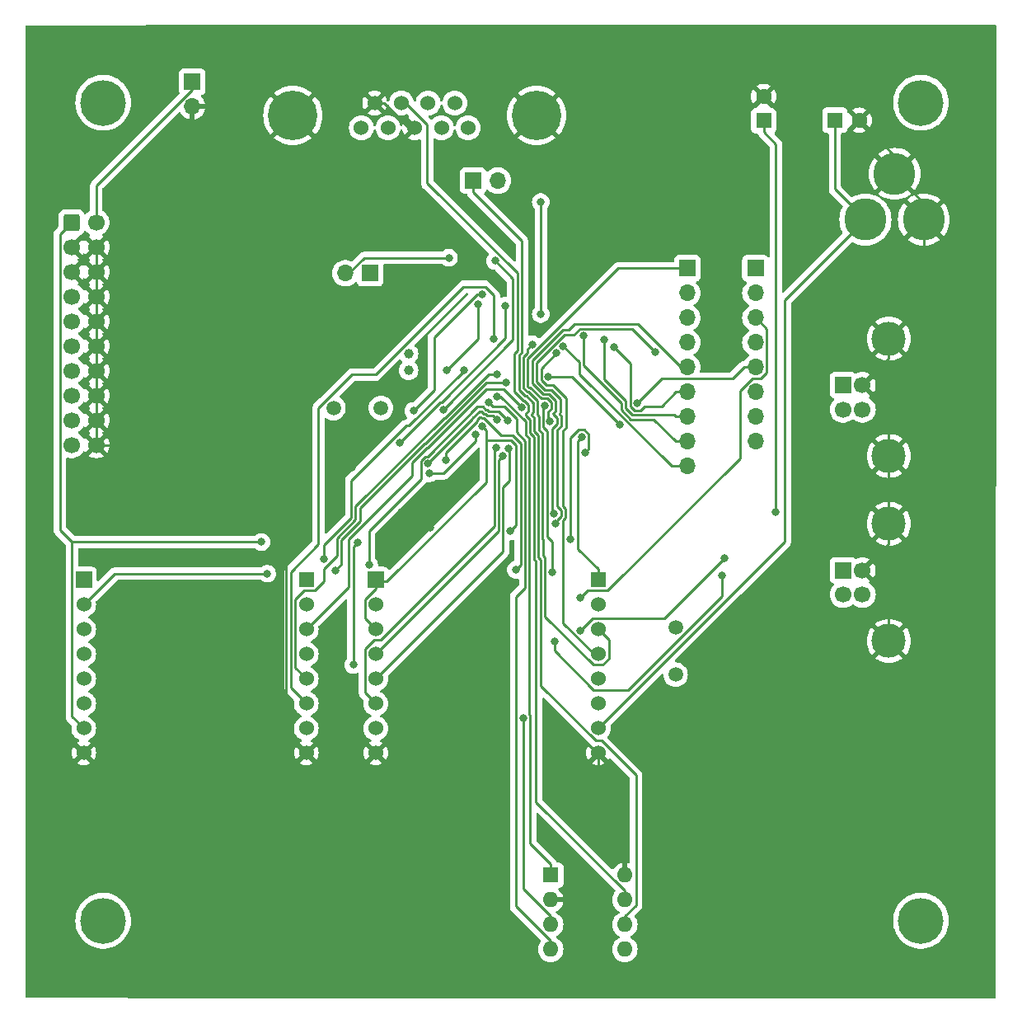
<source format=gbl>
G04 #@! TF.GenerationSoftware,KiCad,Pcbnew,8.0.6*
G04 #@! TF.CreationDate,2025-01-17T22:38:05-05:00*
G04 #@! TF.ProjectId,board_stm32_rev2,626f6172-645f-4737-946d-33325f726576,rev?*
G04 #@! TF.SameCoordinates,Original*
G04 #@! TF.FileFunction,Copper,L2,Bot*
G04 #@! TF.FilePolarity,Positive*
%FSLAX46Y46*%
G04 Gerber Fmt 4.6, Leading zero omitted, Abs format (unit mm)*
G04 Created by KiCad (PCBNEW 8.0.6) date 2025-01-17 22:38:05*
%MOMM*%
%LPD*%
G01*
G04 APERTURE LIST*
G04 Aperture macros list*
%AMRoundRect*
0 Rectangle with rounded corners*
0 $1 Rounding radius*
0 $2 $3 $4 $5 $6 $7 $8 $9 X,Y pos of 4 corners*
0 Add a 4 corners polygon primitive as box body*
4,1,4,$2,$3,$4,$5,$6,$7,$8,$9,$2,$3,0*
0 Add four circle primitives for the rounded corners*
1,1,$1+$1,$2,$3*
1,1,$1+$1,$4,$5*
1,1,$1+$1,$6,$7*
1,1,$1+$1,$8,$9*
0 Add four rect primitives between the rounded corners*
20,1,$1+$1,$2,$3,$4,$5,0*
20,1,$1+$1,$4,$5,$6,$7,0*
20,1,$1+$1,$6,$7,$8,$9,0*
20,1,$1+$1,$8,$9,$2,$3,0*%
G04 Aperture macros list end*
G04 #@! TA.AperFunction,ComponentPad*
%ADD10C,4.700000*%
G04 #@! TD*
G04 #@! TA.AperFunction,ComponentPad*
%ADD11R,1.700000X1.700000*%
G04 #@! TD*
G04 #@! TA.AperFunction,ComponentPad*
%ADD12C,1.700000*%
G04 #@! TD*
G04 #@! TA.AperFunction,ComponentPad*
%ADD13C,3.500000*%
G04 #@! TD*
G04 #@! TA.AperFunction,ComponentPad*
%ADD14C,4.318000*%
G04 #@! TD*
G04 #@! TA.AperFunction,ComponentPad*
%ADD15RoundRect,0.250000X-0.600000X-0.600000X0.600000X-0.600000X0.600000X0.600000X-0.600000X0.600000X0*%
G04 #@! TD*
G04 #@! TA.AperFunction,ComponentPad*
%ADD16R,1.676400X1.676400*%
G04 #@! TD*
G04 #@! TA.AperFunction,ComponentPad*
%ADD17C,1.524000*%
G04 #@! TD*
G04 #@! TA.AperFunction,ComponentPad*
%ADD18R,1.524000X1.524000*%
G04 #@! TD*
G04 #@! TA.AperFunction,ComponentPad*
%ADD19R,1.600000X1.600000*%
G04 #@! TD*
G04 #@! TA.AperFunction,ComponentPad*
%ADD20O,1.600000X1.600000*%
G04 #@! TD*
G04 #@! TA.AperFunction,ComponentPad*
%ADD21C,1.500000*%
G04 #@! TD*
G04 #@! TA.AperFunction,ComponentPad*
%ADD22C,1.000000*%
G04 #@! TD*
G04 #@! TA.AperFunction,ComponentPad*
%ADD23O,1.700000X1.700000*%
G04 #@! TD*
G04 #@! TA.AperFunction,ComponentPad*
%ADD24C,1.600000*%
G04 #@! TD*
G04 #@! TA.AperFunction,ComponentPad*
%ADD25C,5.080000*%
G04 #@! TD*
G04 #@! TA.AperFunction,ViaPad*
%ADD26C,0.800000*%
G04 #@! TD*
G04 #@! TA.AperFunction,Conductor*
%ADD27C,0.250000*%
G04 #@! TD*
G04 APERTURE END LIST*
D10*
X88000000Y-58000000D03*
X172000000Y-58000000D03*
X88000000Y-142000000D03*
X172000000Y-142000000D03*
D11*
X164000000Y-87000000D03*
D12*
X164000000Y-89500000D03*
X166000000Y-89500000D03*
X166000000Y-87000000D03*
D13*
X168710000Y-82230000D03*
X168710000Y-94270000D03*
D14*
X172300000Y-70000000D03*
X169300000Y-65300000D03*
X166300000Y-70000000D03*
D15*
X84744600Y-70284400D03*
D12*
X87284600Y-70284400D03*
X84744600Y-72824400D03*
X87284600Y-72824400D03*
X84744600Y-75364400D03*
X87284600Y-75364400D03*
X84744600Y-77904400D03*
X87284600Y-77904400D03*
X84744600Y-80444400D03*
X87284600Y-80444400D03*
X84744600Y-82984400D03*
X87284600Y-82984400D03*
X84744600Y-85524400D03*
X87284600Y-85524400D03*
X84744600Y-88064400D03*
X87284600Y-88064400D03*
X84744600Y-90604400D03*
X87284600Y-90604400D03*
X84744600Y-93144400D03*
X87284600Y-93144400D03*
D16*
X116000000Y-107000000D03*
D17*
X116000000Y-109540000D03*
X116000000Y-112080000D03*
X116000000Y-114620000D03*
X116000000Y-117160000D03*
X116000000Y-119700000D03*
X116000000Y-122240000D03*
X116000000Y-124780000D03*
X138860000Y-124780000D03*
X138860000Y-122240000D03*
X138860000Y-119700000D03*
X138860000Y-117160000D03*
X138860000Y-114620000D03*
X138860000Y-112080000D03*
X138860000Y-109540000D03*
D18*
X138860000Y-107000000D03*
D16*
X86000000Y-107000000D03*
D17*
X86000000Y-109540000D03*
X86000000Y-112080000D03*
X86000000Y-114620000D03*
X86000000Y-117160000D03*
X86000000Y-119700000D03*
X86000000Y-122240000D03*
X86000000Y-124780000D03*
X108860000Y-124780000D03*
X108860000Y-122240000D03*
X108860000Y-119700000D03*
X108860000Y-117160000D03*
X108860000Y-114620000D03*
X108860000Y-112080000D03*
X108860000Y-109540000D03*
D18*
X108860000Y-107000000D03*
D19*
X133970000Y-137315000D03*
D20*
X133970000Y-139855000D03*
X133970000Y-142395000D03*
X133970000Y-144935000D03*
X141590000Y-144935000D03*
X141590000Y-142395000D03*
X141590000Y-139855000D03*
X141590000Y-137315000D03*
D21*
X111650000Y-89350000D03*
X116530000Y-89350000D03*
D22*
X119364800Y-83771800D03*
X119364800Y-85471800D03*
D21*
X146800000Y-116730000D03*
X146800000Y-111850000D03*
D11*
X164000000Y-106000000D03*
D12*
X164000000Y-108500000D03*
X166000000Y-108500000D03*
X166000000Y-106000000D03*
D13*
X168710000Y-101230000D03*
X168710000Y-113270000D03*
D11*
X115425000Y-75500000D03*
D23*
X112885000Y-75500000D03*
D19*
X155850000Y-59850000D03*
D24*
X155850000Y-57350000D03*
D11*
X126000000Y-66000000D03*
D23*
X128540000Y-66000000D03*
D11*
X155000000Y-75000000D03*
D23*
X155000000Y-77540000D03*
X155000000Y-80080000D03*
X155000000Y-82620000D03*
X155000000Y-85160000D03*
X155000000Y-87700000D03*
X155000000Y-90240000D03*
X155000000Y-92780000D03*
D17*
X114513600Y-60570000D03*
X117256800Y-60570000D03*
X120000000Y-60570000D03*
X122743200Y-60570000D03*
X125486400Y-60570000D03*
X115885200Y-58030000D03*
X118628400Y-58030000D03*
X121371600Y-58030000D03*
X124114800Y-58030000D03*
D25*
X107477800Y-59300000D03*
X132522200Y-59300000D03*
D11*
X148000000Y-75000000D03*
D23*
X148000000Y-77540000D03*
X148000000Y-80080000D03*
X148000000Y-82620000D03*
X148000000Y-85160000D03*
X148000000Y-87700000D03*
X148000000Y-90240000D03*
X148000000Y-92780000D03*
X148000000Y-95320000D03*
D11*
X97150000Y-55850000D03*
D23*
X97150000Y-58390000D03*
D19*
X163167600Y-59800000D03*
D24*
X165667600Y-59800000D03*
D26*
X111500000Y-99750000D03*
X118650000Y-100000000D03*
X113550000Y-95450000D03*
X121600000Y-101600000D03*
X131140600Y-121195700D03*
X104248100Y-103105700D03*
X157100700Y-100043500D03*
X123512500Y-73925000D03*
X139456000Y-82364200D03*
X140508500Y-83119800D03*
X134330600Y-100158400D03*
X144730900Y-83581000D03*
X134486800Y-101210000D03*
X135265300Y-82995200D03*
X110649700Y-104846600D03*
X104846800Y-106357500D03*
X125031300Y-85444000D03*
X126509400Y-78652800D03*
X137363000Y-81941400D03*
X123298100Y-85477900D03*
X133912300Y-90676700D03*
X128475400Y-90584100D03*
X121362100Y-95072300D03*
X129318100Y-78839400D03*
X118499100Y-92915300D03*
X132946700Y-68192000D03*
X132946700Y-79713900D03*
X128246400Y-74237300D03*
X122934800Y-89498100D03*
X141062300Y-91042400D03*
X133726900Y-86175700D03*
X126959600Y-77652200D03*
X119871000Y-89642800D03*
X136996100Y-108870300D03*
X137135000Y-92350700D03*
X132080800Y-82810700D03*
X134556900Y-83703600D03*
X137485100Y-93910200D03*
X129801900Y-102007600D03*
X135973600Y-102803000D03*
X126912700Y-91256400D03*
X130971000Y-89308200D03*
X134096700Y-106181400D03*
X133327900Y-89106400D03*
X128473900Y-85862300D03*
X128139500Y-82270500D03*
X151853000Y-104727400D03*
X113703500Y-115731300D03*
X114132000Y-103160500D03*
X137020600Y-112186700D03*
X123211400Y-94678000D03*
X130384600Y-105946600D03*
X151530300Y-106561500D03*
X134346100Y-113348600D03*
X142868300Y-88876500D03*
X129664700Y-93507000D03*
X129036600Y-94295800D03*
X128372900Y-93401300D03*
X121490770Y-96063990D03*
X126280400Y-92040800D03*
X111857500Y-106017900D03*
X129360500Y-86709400D03*
X129580800Y-90614700D03*
X115318500Y-105484000D03*
X128456300Y-88174900D03*
X127605300Y-88769400D03*
D27*
X111500000Y-99750000D02*
X111500000Y-97500000D01*
X115885200Y-58030000D02*
X116840700Y-58030000D01*
X168710000Y-89710000D02*
X166000000Y-87000000D01*
X168710000Y-94270000D02*
X168710000Y-89710000D01*
X141590000Y-137315000D02*
X141590000Y-136188300D01*
X96233600Y-93144400D02*
X106795200Y-103706000D01*
X168710000Y-103290000D02*
X168710000Y-101230000D01*
X87284600Y-75364400D02*
X87284600Y-72824400D01*
X87284600Y-77904400D02*
X87284600Y-75364400D01*
X87284600Y-80444400D02*
X87284600Y-77904400D01*
X168710000Y-84290000D02*
X166000000Y-87000000D01*
X169300000Y-63432400D02*
X169300000Y-65300000D01*
X87284600Y-82984400D02*
X87284600Y-80444400D01*
X168710000Y-82230000D02*
X168710000Y-84290000D01*
X87284600Y-93144400D02*
X87284600Y-90604400D01*
X111500000Y-97500000D02*
X113550000Y-95450000D01*
X165667600Y-59800000D02*
X169300000Y-63432400D01*
X172300000Y-68300000D02*
X172300000Y-70000000D01*
X87284600Y-72824400D02*
X97150000Y-62959000D01*
X116840700Y-58030000D02*
X119380700Y-60570000D01*
X119380700Y-60570000D02*
X120000000Y-60570000D01*
X106795200Y-123941000D02*
X86839000Y-123941000D01*
X169300000Y-65300000D02*
X172300000Y-68300000D01*
X168710000Y-108710000D02*
X166000000Y-106000000D01*
X87284600Y-85524400D02*
X87284600Y-82984400D01*
X138860000Y-124780000D02*
X138860000Y-133458300D01*
X168710000Y-82230000D02*
X172300000Y-78640000D01*
X108860000Y-124780000D02*
X108021000Y-123941000D01*
X121600000Y-101600000D02*
X120000000Y-100000000D01*
X168710000Y-101230000D02*
X168710000Y-94270000D01*
X87284600Y-93144400D02*
X96233600Y-93144400D01*
X86839000Y-123941000D02*
X86000000Y-124780000D01*
X172300000Y-78640000D02*
X172300000Y-70000000D01*
X87284600Y-90604400D02*
X87284600Y-88064400D01*
X138860000Y-133458300D02*
X141590000Y-136188300D01*
X97150000Y-62959000D02*
X97150000Y-58390000D01*
X120000000Y-100000000D02*
X118650000Y-100000000D01*
X106795200Y-123941000D02*
X106795200Y-103706000D01*
X108021000Y-123941000D02*
X106795200Y-123941000D01*
X168710000Y-113270000D02*
X168710000Y-108710000D01*
X87284600Y-88064400D02*
X87284600Y-85524400D01*
X166000000Y-106000000D02*
X168710000Y-103290000D01*
X158004100Y-103095900D02*
X158004100Y-78295900D01*
X131140600Y-121195700D02*
X131140600Y-138720600D01*
X158004100Y-78295900D02*
X166300000Y-70000000D01*
X163167600Y-66867600D02*
X166300000Y-70000000D01*
X138860000Y-122240000D02*
X158004100Y-103095900D01*
X131140600Y-138720600D02*
X133970000Y-141550000D01*
X133970000Y-141550000D02*
X133970000Y-142395000D01*
X163167600Y-59800000D02*
X163167600Y-66867600D01*
X155850000Y-59850000D02*
X155850000Y-60976700D01*
X87284600Y-66524400D02*
X87284600Y-70284400D01*
X97150000Y-55850000D02*
X97150000Y-56659000D01*
X86000000Y-122240000D02*
X84775200Y-121015200D01*
X83550400Y-71478600D02*
X83550400Y-101880900D01*
X157100700Y-62227400D02*
X155850000Y-60976700D01*
X157100700Y-100043500D02*
X157100700Y-62227400D01*
X84744600Y-70284400D02*
X83550400Y-71478600D01*
X84775200Y-121015200D02*
X84775200Y-103105700D01*
X83550400Y-101880900D02*
X84775200Y-103105700D01*
X97150000Y-56659000D02*
X87284600Y-66524400D01*
X84775200Y-103105700D02*
X104248100Y-103105700D01*
X113252700Y-75500000D02*
X114827700Y-73925000D01*
X114827700Y-73925000D02*
X123512500Y-73925000D01*
X112885000Y-75500000D02*
X113252700Y-75500000D01*
X132700400Y-92132900D02*
X132282100Y-91714600D01*
X132282100Y-91714600D02*
X132282100Y-90369600D01*
X139197200Y-123510000D02*
X138574000Y-123510000D01*
X130723000Y-83918900D02*
X131015700Y-83626200D01*
X130723000Y-87492800D02*
X130723000Y-83918900D01*
X132918200Y-117854200D02*
X132918200Y-104897100D01*
X131015700Y-72192400D02*
X126000000Y-67176700D01*
X131979800Y-89965900D02*
X132149400Y-89796300D01*
X132282100Y-90369600D02*
X131979800Y-90067300D01*
X131459100Y-88129800D02*
X131360000Y-88129800D01*
X131360000Y-88129800D02*
X130723000Y-87492800D01*
X132149400Y-89796300D02*
X132149400Y-88820100D01*
X131015700Y-83626200D02*
X131015700Y-72192400D01*
X132149400Y-88820100D02*
X131459100Y-88129800D01*
X132700400Y-104679300D02*
X132700400Y-92132900D01*
X138574000Y-123510000D02*
X132918200Y-117854200D01*
X142751400Y-140388600D02*
X142751400Y-127064200D01*
X141590000Y-142395000D02*
X141590000Y-141550000D01*
X126000000Y-67176700D02*
X126000000Y-66000000D01*
X141590000Y-141550000D02*
X142751400Y-140388600D01*
X142751400Y-127064200D02*
X139197200Y-123510000D01*
X132918200Y-104897100D02*
X132700400Y-104679300D01*
X131979800Y-90067300D02*
X131979800Y-89965900D01*
X142380300Y-90054900D02*
X146638200Y-90054900D01*
X139456000Y-82364200D02*
X139456000Y-86359800D01*
X146638200Y-90054900D02*
X146823300Y-90240000D01*
X148000000Y-90240000D02*
X146823300Y-90240000D01*
X139456000Y-86359800D02*
X141689900Y-88593700D01*
X141689900Y-88593700D02*
X141689900Y-89364500D01*
X141689900Y-89364500D02*
X142380300Y-90054900D01*
X140508500Y-83119800D02*
X142141600Y-84752900D01*
X143619700Y-89152700D02*
X145370600Y-89152700D01*
X142141600Y-89177400D02*
X142567400Y-89603200D01*
X145370600Y-89152700D02*
X146823300Y-87700000D01*
X148000000Y-87700000D02*
X146823300Y-87700000D01*
X143619700Y-89152800D02*
X143619700Y-89152700D01*
X142567400Y-89603200D02*
X143169300Y-89603200D01*
X143169300Y-89603200D02*
X143619700Y-89152800D01*
X142141600Y-84752900D02*
X142141600Y-89177400D01*
X134185800Y-89915000D02*
X134506300Y-89594500D01*
X134185800Y-89922500D02*
X134185800Y-89915000D01*
X133173700Y-87928000D02*
X132078100Y-86832400D01*
X134120700Y-91468600D02*
X134185900Y-91403400D01*
X134639000Y-90375700D02*
X134185800Y-89922500D01*
X147337600Y-85160000D02*
X148000000Y-85160000D01*
X142940500Y-80762900D02*
X147337600Y-85160000D01*
X133816000Y-87928000D02*
X133173700Y-87928000D01*
X134506300Y-89594500D02*
X134506300Y-88618300D01*
X132078100Y-84480200D02*
X135220800Y-81337500D01*
X136434200Y-80762900D02*
X142940500Y-80762900D01*
X134185900Y-91403400D02*
X134213300Y-91403400D01*
X134639000Y-90977700D02*
X134639000Y-90375700D01*
X134120700Y-99948500D02*
X134120700Y-91468600D01*
X135859600Y-81337500D02*
X136434200Y-80762900D01*
X134213300Y-91403400D02*
X134639000Y-90977700D01*
X134330600Y-100158400D02*
X134120700Y-99948500D01*
X132078100Y-86832400D02*
X132078100Y-84480200D01*
X134506300Y-88618300D02*
X133816000Y-87928000D01*
X135220800Y-81337500D02*
X135859600Y-81337500D01*
X134486800Y-101210000D02*
X134637500Y-101059300D01*
X134637500Y-91713100D02*
X134637600Y-91713000D01*
X142364500Y-81214600D02*
X144730900Y-83581000D01*
X136975500Y-81214600D02*
X142364500Y-81214600D01*
X135057300Y-100459400D02*
X135057300Y-99857400D01*
X135090700Y-90188600D02*
X134871300Y-89969200D01*
X134637600Y-91617900D02*
X135090700Y-91164800D01*
X133360800Y-87476300D02*
X132529800Y-86645300D01*
X135090700Y-91164800D02*
X135090700Y-90188600D01*
X134958000Y-88431200D02*
X134003100Y-87476300D01*
X134637500Y-99437600D02*
X134637500Y-91713100D01*
X134003100Y-87476300D02*
X133360800Y-87476300D01*
X134871300Y-89868300D02*
X134958000Y-89781600D01*
X135356200Y-81840900D02*
X136349200Y-81840900D01*
X136349200Y-81840900D02*
X136975500Y-81214600D01*
X134637500Y-101059300D02*
X134637500Y-100879200D01*
X134958000Y-89781600D02*
X134958000Y-88431200D01*
X134637600Y-91713000D02*
X134637600Y-91617900D01*
X132529800Y-86645300D02*
X132529800Y-84667300D01*
X135057300Y-99857400D02*
X134637500Y-99437600D01*
X134871300Y-89969200D02*
X134871300Y-89868300D01*
X132529800Y-84667300D02*
X135356200Y-81840900D01*
X134637500Y-100879200D02*
X135057300Y-100459400D01*
X148000000Y-95320000D02*
X146823300Y-95320000D01*
X136911300Y-84641200D02*
X136911300Y-85863500D01*
X135265300Y-82995200D02*
X136911300Y-84641200D01*
X146367800Y-95320000D02*
X146823300Y-95320000D01*
X136911300Y-85863500D02*
X146367800Y-95320000D01*
X110649700Y-103427300D02*
X113475600Y-100601400D01*
X113475600Y-96823700D02*
X119146300Y-91153000D01*
X110649700Y-104846600D02*
X110649700Y-103427300D01*
X119404300Y-91153000D02*
X125031300Y-85526000D01*
X89182500Y-106357500D02*
X104846800Y-106357500D01*
X86000000Y-109540000D02*
X89182500Y-106357500D01*
X119146300Y-91153000D02*
X119404300Y-91153000D01*
X125031300Y-85526000D02*
X125031300Y-85444000D01*
X113475600Y-100601400D02*
X113475600Y-96823700D01*
X126509400Y-82266600D02*
X123298100Y-85477900D01*
X137363000Y-84974500D02*
X137363000Y-81941400D01*
X126509400Y-78652800D02*
X126509400Y-82266600D01*
X148000000Y-92780000D02*
X146823300Y-92780000D01*
X146823300Y-92780000D02*
X144549900Y-90506600D01*
X141238200Y-89551600D02*
X141238200Y-88849700D01*
X142193200Y-90506600D02*
X141238200Y-89551600D01*
X144549900Y-90506600D02*
X142193200Y-90506600D01*
X141238200Y-88849700D02*
X137363000Y-84974500D01*
X131734200Y-87226400D02*
X131626400Y-87118600D01*
X134054600Y-88805400D02*
X133628900Y-88379700D01*
X133734100Y-89727900D02*
X134054600Y-89407400D01*
X133912300Y-90676700D02*
X133734100Y-90498500D01*
X131833300Y-87226400D02*
X131734200Y-87226400D01*
X134054600Y-89407400D02*
X134054600Y-88805400D01*
X131626400Y-87118600D02*
X131626400Y-84293100D01*
X133628900Y-88379700D02*
X132986600Y-88379700D01*
X132986600Y-88379700D02*
X131833300Y-87226400D01*
X140919500Y-75000000D02*
X148000000Y-75000000D01*
X131626400Y-84293100D02*
X140919500Y-75000000D01*
X133734100Y-90498500D02*
X133734100Y-89727900D01*
X126847500Y-89678000D02*
X127117300Y-89947800D01*
X121362100Y-95072300D02*
X125947100Y-90487300D01*
X128021000Y-90129700D02*
X128475400Y-90584100D01*
X127452800Y-90129700D02*
X128021000Y-90129700D01*
X126637500Y-89678000D02*
X126847500Y-89678000D01*
X127117300Y-89947800D02*
X127270900Y-89947800D01*
X125947100Y-90487300D02*
X125947100Y-90368400D01*
X125947100Y-90368400D02*
X126637500Y-89678000D01*
X127270900Y-89947800D02*
X127452800Y-90129700D01*
X129318100Y-82202800D02*
X122749500Y-88771400D01*
X122749500Y-88771400D02*
X122633900Y-88771400D01*
X118499100Y-92906200D02*
X118499100Y-92915300D01*
X122633900Y-88771400D02*
X118499100Y-92906200D01*
X129318100Y-78839400D02*
X129318100Y-82202800D01*
X132946700Y-68192000D02*
X132946700Y-79713900D01*
X130091600Y-82341300D02*
X122934800Y-89498100D01*
X130091600Y-76082500D02*
X130091600Y-82341300D01*
X128246400Y-74237300D02*
X130091600Y-76082500D01*
X136195600Y-86175700D02*
X133726900Y-86175700D01*
X141062300Y-91042400D02*
X136195600Y-86175700D01*
X121981300Y-82078400D02*
X121981300Y-87532500D01*
X121981300Y-87532500D02*
X119871000Y-89642800D01*
X126407500Y-77652200D02*
X121981300Y-82078400D01*
X126959600Y-77652200D02*
X126407500Y-77652200D01*
X155527000Y-86336700D02*
X154693800Y-86336700D01*
X139811100Y-108110700D02*
X137755700Y-108110700D01*
X156176700Y-85687000D02*
X155527000Y-86336700D01*
X154693800Y-86336700D02*
X153427900Y-87602600D01*
X153427900Y-87602600D02*
X153427900Y-94493900D01*
X153427900Y-94493900D02*
X139811100Y-108110700D01*
X137755700Y-108110700D02*
X136996100Y-108870300D01*
X156176700Y-81256700D02*
X156176700Y-85687000D01*
X155000000Y-80080000D02*
X156176700Y-81256700D01*
X136758400Y-92727300D02*
X137135000Y-92350700D01*
X138860000Y-105911300D02*
X136758400Y-103809700D01*
X138860000Y-107000000D02*
X138860000Y-105911300D01*
X136758400Y-103809700D02*
X136758400Y-92727300D01*
X139308200Y-115714800D02*
X138343900Y-115714800D01*
X131174700Y-87305700D02*
X131174700Y-84106000D01*
X131612200Y-83279300D02*
X132080800Y-82810700D01*
X138860000Y-112080000D02*
X139949600Y-113169600D01*
X132601100Y-89983400D02*
X132601100Y-88633000D01*
X133153000Y-102786300D02*
X133152100Y-102785400D01*
X139949600Y-113169600D02*
X139949600Y-115073400D01*
X132733800Y-90182500D02*
X132600000Y-90048700D01*
X132601100Y-88633000D02*
X131646200Y-87678100D01*
X131646200Y-87678100D02*
X131547100Y-87678100D01*
X132733800Y-91527500D02*
X132733800Y-90182500D01*
X133152100Y-91945800D02*
X132733800Y-91527500D01*
X131547100Y-87678100D02*
X131174700Y-87305700D01*
X138343900Y-115714800D02*
X133369900Y-110740800D01*
X131174700Y-84106000D02*
X131612200Y-83668500D01*
X139949600Y-115073400D02*
X139308200Y-115714800D01*
X133369900Y-104710000D02*
X133153000Y-104493100D01*
X133369900Y-110740800D02*
X133369900Y-104710000D01*
X131612200Y-83668500D02*
X131612200Y-83279300D01*
X132600000Y-90048700D02*
X132600000Y-89984500D01*
X132600000Y-89984500D02*
X132601100Y-89983400D01*
X133153000Y-104493100D02*
X133153000Y-102786300D01*
X133152100Y-102785400D02*
X133152100Y-91945800D01*
X133547900Y-87024600D02*
X132983100Y-86459800D01*
X134190200Y-87024600D02*
X133547900Y-87024600D01*
X135542400Y-88376800D02*
X134190200Y-87024600D01*
X138860000Y-114620000D02*
X138426300Y-114620000D01*
X132983100Y-85277400D02*
X134556900Y-83703600D01*
X135246900Y-91647400D02*
X135542400Y-91351900D01*
X135246900Y-99408200D02*
X135246900Y-91647400D01*
X135246900Y-111440600D02*
X135246900Y-100908600D01*
X135509000Y-99670300D02*
X135246900Y-99408200D01*
X132983100Y-86459800D02*
X132983100Y-85277400D01*
X135246900Y-100908600D02*
X135509000Y-100646500D01*
X138426300Y-114620000D02*
X135246900Y-111440600D01*
X135542400Y-91351900D02*
X135542400Y-88376800D01*
X135509000Y-100646500D02*
X135509000Y-99670300D01*
X127328600Y-92663800D02*
X127328600Y-91672300D01*
X114910400Y-108982000D02*
X116000000Y-107892400D01*
X135973600Y-92415300D02*
X135973600Y-102803000D01*
X116000000Y-107892400D02*
X116000000Y-107582400D01*
X127328600Y-96971400D02*
X127328600Y-92663800D01*
X137861800Y-92041000D02*
X137408000Y-91587200D01*
X136801700Y-91587200D02*
X135973600Y-92415300D01*
X116000000Y-107582400D02*
X116432400Y-107150000D01*
X116000000Y-112080000D02*
X114910400Y-110990400D01*
X116000000Y-107000000D02*
X116000000Y-107582400D01*
X129869700Y-92663800D02*
X130391400Y-93185500D01*
X114910400Y-110990400D02*
X114910400Y-108982000D01*
X137408000Y-91587200D02*
X136801700Y-91587200D01*
X130391400Y-93185500D02*
X130391400Y-101418100D01*
X116432400Y-107150000D02*
X117150000Y-107150000D01*
X137485100Y-93910200D02*
X137861800Y-93533500D01*
X127328600Y-91672300D02*
X126912700Y-91256400D01*
X130391400Y-101418100D02*
X129801900Y-102007600D01*
X127328600Y-92663800D02*
X129869700Y-92663800D01*
X137861800Y-93533500D02*
X137861800Y-92041000D01*
X117150000Y-107150000D02*
X127328600Y-96971400D01*
X108860000Y-112080000D02*
X113208900Y-107731100D01*
X129108600Y-87445800D02*
X130971000Y-89308200D01*
X113208900Y-102784500D02*
X119732000Y-96261400D01*
X113208900Y-107731100D02*
X113208900Y-102784500D01*
X119732000Y-94979800D02*
X121269600Y-93442200D01*
X119732000Y-96261400D02*
X119732000Y-94979800D01*
X127349200Y-87445800D02*
X129108600Y-87445800D01*
X121352800Y-93442200D02*
X127349200Y-87445800D01*
X121269600Y-93442200D02*
X121352800Y-93442200D01*
X133603800Y-91758700D02*
X133185500Y-91340400D01*
X133603800Y-102598300D02*
X133603800Y-91758700D01*
X133185500Y-91340400D02*
X133185500Y-89248800D01*
X133185500Y-89248800D02*
X133327900Y-89106400D01*
X134096700Y-106181400D02*
X134096700Y-103091200D01*
X134096700Y-103091200D02*
X133603800Y-102598300D01*
X110693100Y-105830900D02*
X112021300Y-104502700D01*
X123043900Y-90340700D02*
X123120000Y-90340700D01*
X112021300Y-102694500D02*
X113927300Y-100788500D01*
X110693100Y-107153000D02*
X110693100Y-105830900D01*
X113927300Y-99457300D02*
X123043900Y-90340700D01*
X113927300Y-100788500D02*
X113927300Y-99457300D01*
X112021300Y-104502700D02*
X112021300Y-102694500D01*
X109735400Y-108110700D02*
X110693100Y-107153000D01*
X108860000Y-117160000D02*
X107729800Y-116029800D01*
X123120000Y-90340700D02*
X127598400Y-85862300D01*
X127598400Y-85862300D02*
X128473900Y-85862300D01*
X107729800Y-116029800D02*
X107729800Y-109012300D01*
X108631400Y-108110700D02*
X109735400Y-108110700D01*
X107729800Y-109012300D02*
X108631400Y-108110700D01*
X128139500Y-77783400D02*
X127237000Y-76880900D01*
X107261700Y-106166400D02*
X107261700Y-118101700D01*
X128139500Y-82270500D02*
X128139500Y-77783400D01*
X110100000Y-89379720D02*
X110100000Y-103328100D01*
X110100000Y-103328100D02*
X107261700Y-106166400D01*
X113552320Y-85927400D02*
X110100000Y-89379720D01*
X115977400Y-85927400D02*
X113552320Y-85927400D01*
X127237000Y-76880900D02*
X125023900Y-76880900D01*
X125023900Y-76880900D02*
X115977400Y-85927400D01*
X107261700Y-118101700D02*
X108860000Y-119700000D01*
X113703500Y-103589000D02*
X114132000Y-103160500D01*
X137020600Y-112186700D02*
X138238100Y-110969200D01*
X138238100Y-110969200D02*
X145611200Y-110969200D01*
X145611200Y-110969200D02*
X151853000Y-104727400D01*
X113703500Y-115731300D02*
X113703500Y-103589000D01*
X130892100Y-105439100D02*
X130384600Y-105946600D01*
X126794200Y-90263500D02*
X126930200Y-90399500D01*
X126930200Y-90399500D02*
X127083800Y-90399500D01*
X126690800Y-90263500D02*
X126794200Y-90263500D01*
X138342200Y-118272900D02*
X134346100Y-114276800D01*
X130088200Y-92176600D02*
X130892100Y-92980500D01*
X126398800Y-90742700D02*
X126398800Y-90555500D01*
X128860900Y-92176600D02*
X130088200Y-92176600D01*
X151530300Y-106561500D02*
X151530300Y-108643900D01*
X126398800Y-90555500D02*
X126690800Y-90263500D01*
X127083800Y-90399500D02*
X128860900Y-92176600D01*
X134346100Y-114276800D02*
X134346100Y-113348600D01*
X130892100Y-92980500D02*
X130892100Y-105439100D01*
X123211400Y-93930100D02*
X126398800Y-90742700D01*
X123211400Y-94678000D02*
X123211400Y-93930100D01*
X151530300Y-108643900D02*
X141901300Y-118272900D01*
X141901300Y-118272900D02*
X138342200Y-118272900D01*
X155000000Y-85160000D02*
X153823300Y-85160000D01*
X145408100Y-86336700D02*
X142868300Y-88876500D01*
X153823300Y-85160000D02*
X152646600Y-86336700D01*
X152646600Y-86336700D02*
X145408100Y-86336700D01*
X129075200Y-97490500D02*
X129763300Y-96802400D01*
X129075200Y-104084800D02*
X129075200Y-97490500D01*
X116000000Y-117160000D02*
X129075200Y-104084800D01*
X129763300Y-96802400D02*
X129763300Y-93605600D01*
X129763300Y-93605600D02*
X129664700Y-93507000D01*
X129036600Y-94295800D02*
X128623500Y-94708900D01*
X128623500Y-94708900D02*
X128623500Y-101996500D01*
X128623500Y-101996500D02*
X116000000Y-114620000D01*
X128171800Y-101494800D02*
X116499600Y-113167000D01*
X116499600Y-113167000D02*
X115842600Y-113167000D01*
X128372900Y-93401300D02*
X128171800Y-93602400D01*
X115842600Y-113167000D02*
X114897100Y-114112500D01*
X114897100Y-118597100D02*
X116000000Y-119700000D01*
X114897100Y-114112500D02*
X114897100Y-118597100D01*
X128171800Y-93602400D02*
X128171800Y-101494800D01*
X122957510Y-96063990D02*
X126280400Y-92741100D01*
X121490770Y-96063990D02*
X122957510Y-96063990D01*
X126280400Y-92741100D02*
X126280400Y-92040800D01*
X129360500Y-86709400D02*
X127390300Y-86709400D01*
X121033000Y-92990500D02*
X114379000Y-99644500D01*
X112473000Y-105402400D02*
X111857500Y-106017900D01*
X121109200Y-92990500D02*
X121033000Y-92990500D01*
X112473000Y-102881600D02*
X112473000Y-105402400D01*
X114379000Y-100975600D02*
X112473000Y-102881600D01*
X127390300Y-86709400D02*
X121109200Y-92990500D01*
X114379000Y-99644500D02*
X114379000Y-100975600D01*
X127034600Y-89226300D02*
X127304400Y-89496100D01*
X120635400Y-96633400D02*
X120635400Y-94771400D01*
X127458000Y-89496100D02*
X127639900Y-89678000D01*
X115318500Y-105484000D02*
X115318500Y-101950300D01*
X120635400Y-94771400D02*
X121061200Y-94345600D01*
X128644100Y-89678000D02*
X129580800Y-90614700D01*
X115318500Y-101950300D02*
X120635400Y-96633400D01*
X127304400Y-89496100D02*
X127458000Y-89496100D01*
X121061200Y-94345600D02*
X121331100Y-94345600D01*
X121331100Y-94345600D02*
X126450400Y-89226300D01*
X126450400Y-89226300D02*
X127034600Y-89226300D01*
X127639900Y-89678000D02*
X128644100Y-89678000D01*
X121270000Y-60254900D02*
X119045100Y-58030000D01*
X131697700Y-89609200D02*
X131697700Y-89007200D01*
X141590000Y-139855000D02*
X141590000Y-138911900D01*
X131697700Y-89007200D02*
X131272000Y-88581500D01*
X131377200Y-90103500D02*
X131377200Y-89929700D01*
X119045100Y-58030000D02*
X118628400Y-58030000D01*
X132466500Y-129788400D02*
X132466500Y-105084200D01*
X121270100Y-66233300D02*
X121270000Y-66233300D01*
X131172900Y-88581500D02*
X130271300Y-87679900D01*
X131377200Y-89929700D02*
X131697700Y-89609200D01*
X141590000Y-138911900D02*
X132466500Y-129788400D01*
X131272000Y-88581500D02*
X131172900Y-88581500D01*
X132466500Y-105084200D02*
X132248700Y-104866400D01*
X132248700Y-104866400D02*
X132248700Y-92320000D01*
X130271300Y-83731800D02*
X130546100Y-83457000D01*
X130546100Y-75509300D02*
X121270100Y-66233300D01*
X121270000Y-66233300D02*
X121270000Y-60254900D01*
X131830400Y-91901700D02*
X131830400Y-90556700D01*
X130271300Y-87679900D02*
X130271300Y-83731800D01*
X132248700Y-92320000D02*
X131830400Y-91901700D01*
X130546100Y-83457000D02*
X130546100Y-75509300D01*
X131830400Y-90556700D02*
X131377200Y-90103500D01*
X131867300Y-134085600D02*
X131867300Y-120894600D01*
X131867300Y-120894600D02*
X131797000Y-120824300D01*
X131378700Y-90743900D02*
X128809700Y-88174900D01*
X131378700Y-92088800D02*
X131378700Y-90743900D01*
X131797000Y-120824300D02*
X131797000Y-92507100D01*
X133970000Y-137315000D02*
X133970000Y-136188300D01*
X128809700Y-88174900D02*
X128456300Y-88174900D01*
X131797000Y-92507100D02*
X131378700Y-92088800D01*
X133970000Y-136188300D02*
X131867300Y-134085600D01*
X131343800Y-92751500D02*
X130447200Y-91854900D01*
X130447200Y-91854900D02*
X130447200Y-90453300D01*
X133970000Y-144090000D02*
X130408000Y-140528000D01*
X131343800Y-107795100D02*
X131343800Y-92751500D01*
X130447200Y-90453300D02*
X129220200Y-89226300D01*
X128062200Y-89226300D02*
X127605300Y-88769400D01*
X133970000Y-144935000D02*
X133970000Y-144090000D01*
X130408000Y-140528000D02*
X130408000Y-108730900D01*
X129220200Y-89226300D02*
X128062200Y-89226300D01*
X130408000Y-108730900D02*
X131343800Y-107795100D01*
G04 #@! TA.AperFunction,Conductor*
G36*
X133305203Y-119137553D02*
G01*
X133311681Y-119143585D01*
X138170163Y-124002068D01*
X138170167Y-124002071D01*
X138273918Y-124071396D01*
X138273924Y-124071399D01*
X138273925Y-124071400D01*
X138389215Y-124119155D01*
X138511601Y-124143499D01*
X138511605Y-124143500D01*
X138511606Y-124143500D01*
X138525691Y-124143500D01*
X138592730Y-124163185D01*
X138613372Y-124179819D01*
X138775905Y-124342352D01*
X138688429Y-124365792D01*
X138587070Y-124424311D01*
X138504311Y-124507070D01*
X138445792Y-124608429D01*
X138422352Y-124695904D01*
X137808258Y-124081811D01*
X137762901Y-124146590D01*
X137669579Y-124346720D01*
X137669575Y-124346729D01*
X137612426Y-124560013D01*
X137612424Y-124560023D01*
X137593179Y-124779999D01*
X137593179Y-124780000D01*
X137612424Y-124999976D01*
X137612426Y-124999986D01*
X137669575Y-125213270D01*
X137669580Y-125213284D01*
X137762898Y-125413405D01*
X137762901Y-125413411D01*
X137808258Y-125478187D01*
X137808259Y-125478188D01*
X138422352Y-124864094D01*
X138445792Y-124951571D01*
X138504311Y-125052930D01*
X138587070Y-125135689D01*
X138688429Y-125194208D01*
X138775905Y-125217647D01*
X138161810Y-125831740D01*
X138226590Y-125877099D01*
X138226592Y-125877100D01*
X138426715Y-125970419D01*
X138426729Y-125970424D01*
X138640013Y-126027573D01*
X138640023Y-126027575D01*
X138859999Y-126046821D01*
X138860001Y-126046821D01*
X139079976Y-126027575D01*
X139079986Y-126027573D01*
X139293270Y-125970424D01*
X139293284Y-125970419D01*
X139493407Y-125877100D01*
X139493417Y-125877094D01*
X139558188Y-125831741D01*
X138944095Y-125217647D01*
X139031571Y-125194208D01*
X139132930Y-125135689D01*
X139215689Y-125052930D01*
X139274208Y-124951571D01*
X139297647Y-124864094D01*
X139911741Y-125478188D01*
X139957094Y-125413417D01*
X139957096Y-125413415D01*
X139960997Y-125405049D01*
X140007167Y-125352607D01*
X140074360Y-125333452D01*
X140141242Y-125353664D01*
X140161063Y-125369767D01*
X142081581Y-127290285D01*
X142115066Y-127351608D01*
X142117900Y-127377966D01*
X142117900Y-135948990D01*
X142098215Y-136016029D01*
X142045411Y-136061784D01*
X141976253Y-136071728D01*
X141961806Y-136068765D01*
X141840000Y-136036126D01*
X141840000Y-136999314D01*
X141835606Y-136994920D01*
X141744394Y-136942259D01*
X141642661Y-136915000D01*
X141537339Y-136915000D01*
X141435606Y-136942259D01*
X141344394Y-136994920D01*
X141340000Y-136999314D01*
X141340000Y-136036127D01*
X141143671Y-136088734D01*
X140937517Y-136184865D01*
X140751179Y-136315342D01*
X140590342Y-136476179D01*
X140459858Y-136662527D01*
X140458907Y-136664176D01*
X140458298Y-136664755D01*
X140456761Y-136666952D01*
X140456319Y-136666642D01*
X140408334Y-136712385D01*
X140339726Y-136725599D01*
X140274864Y-136699623D01*
X140263847Y-136689843D01*
X133136319Y-129562315D01*
X133102834Y-129500992D01*
X133100000Y-129474634D01*
X133100000Y-119231266D01*
X133119685Y-119164227D01*
X133172489Y-119118472D01*
X133241647Y-119108528D01*
X133305203Y-119137553D01*
G37*
G04 #@! TD.AperFunction*
G04 #@! TA.AperFunction,Conductor*
G36*
X126614434Y-93405484D02*
G01*
X126670367Y-93447356D01*
X126694784Y-93512820D01*
X126695100Y-93521666D01*
X126695100Y-96657633D01*
X126675415Y-96724672D01*
X126658781Y-96745314D01*
X117475648Y-105928446D01*
X117414325Y-105961931D01*
X117344633Y-105956947D01*
X117288700Y-105915076D01*
X117252323Y-105866483D01*
X117201461Y-105798539D01*
X117084404Y-105710911D01*
X117051813Y-105698755D01*
X116947403Y-105659811D01*
X116886854Y-105653300D01*
X116886838Y-105653300D01*
X116351926Y-105653300D01*
X116284887Y-105633615D01*
X116239132Y-105580811D01*
X116228605Y-105516339D01*
X116229537Y-105507468D01*
X116232004Y-105484000D01*
X116212042Y-105294072D01*
X116153027Y-105112444D01*
X116057540Y-104947056D01*
X116057536Y-104947050D01*
X115983850Y-104865213D01*
X115953620Y-104802221D01*
X115952000Y-104782241D01*
X115952000Y-102264066D01*
X115971685Y-102197027D01*
X115988319Y-102176385D01*
X121127469Y-97037235D01*
X121127471Y-97037233D01*
X121151971Y-97000566D01*
X121205582Y-96955762D01*
X121274907Y-96947054D01*
X121280844Y-96948165D01*
X121395283Y-96972490D01*
X121586257Y-96972490D01*
X121773058Y-96932784D01*
X121947522Y-96855108D01*
X122102023Y-96742856D01*
X122105930Y-96738517D01*
X122165416Y-96701869D01*
X122198079Y-96697490D01*
X123019905Y-96697490D01*
X123019906Y-96697489D01*
X123142295Y-96673145D01*
X123257585Y-96625390D01*
X123361343Y-96556061D01*
X126483419Y-93433985D01*
X126544742Y-93400500D01*
X126614434Y-93405484D01*
G37*
G04 #@! TD.AperFunction*
G04 #@! TA.AperFunction,Conductor*
G36*
X125417073Y-77534085D02*
G01*
X125462828Y-77586889D01*
X125472772Y-77656047D01*
X125443747Y-77719603D01*
X125437715Y-77726081D01*
X121577467Y-81586329D01*
X121550971Y-81612825D01*
X121489227Y-81674568D01*
X121419903Y-81778318D01*
X121419898Y-81778327D01*
X121372145Y-81893614D01*
X121372143Y-81893622D01*
X121347800Y-82016001D01*
X121347800Y-87218734D01*
X121328115Y-87285773D01*
X121311481Y-87306415D01*
X119919915Y-88697981D01*
X119858592Y-88731466D01*
X119832234Y-88734300D01*
X119775513Y-88734300D01*
X119588714Y-88774005D01*
X119588712Y-88774006D01*
X119415311Y-88851209D01*
X119414246Y-88851683D01*
X119259745Y-88963935D01*
X119131959Y-89105857D01*
X119036473Y-89271243D01*
X119036470Y-89271250D01*
X118977459Y-89452868D01*
X118977458Y-89452872D01*
X118957496Y-89642800D01*
X118977458Y-89832728D01*
X118977459Y-89832731D01*
X119036470Y-90014349D01*
X119036473Y-90014356D01*
X119131959Y-90179743D01*
X119218904Y-90276306D01*
X119249134Y-90339298D01*
X119240508Y-90408633D01*
X119214436Y-90446958D01*
X119178215Y-90483180D01*
X119116893Y-90516666D01*
X119090533Y-90519500D01*
X119083901Y-90519500D01*
X118961522Y-90543843D01*
X118961514Y-90543845D01*
X118846227Y-90591598D01*
X118846218Y-90591603D01*
X118742467Y-90660928D01*
X118742463Y-90660931D01*
X114460696Y-94942700D01*
X113071767Y-96331629D01*
X113027647Y-96375749D01*
X112983527Y-96419868D01*
X112914203Y-96523618D01*
X112914198Y-96523627D01*
X112866445Y-96638914D01*
X112866443Y-96638922D01*
X112842100Y-96761301D01*
X112842100Y-100287634D01*
X112822415Y-100354673D01*
X112805781Y-100375315D01*
X110945181Y-102235915D01*
X110883858Y-102269400D01*
X110814166Y-102264416D01*
X110758233Y-102222544D01*
X110733816Y-102157080D01*
X110733500Y-102148234D01*
X110733500Y-90482806D01*
X110753185Y-90415767D01*
X110805989Y-90370012D01*
X110875147Y-90360068D01*
X110928622Y-90381230D01*
X111018346Y-90444056D01*
X111217924Y-90537120D01*
X111430629Y-90594115D01*
X111587322Y-90607823D01*
X111649998Y-90613307D01*
X111650000Y-90613307D01*
X111650002Y-90613307D01*
X111704842Y-90608509D01*
X111869371Y-90594115D01*
X112082076Y-90537120D01*
X112281654Y-90444056D01*
X112462038Y-90317749D01*
X112617749Y-90162038D01*
X112744056Y-89981654D01*
X112837120Y-89782076D01*
X112894115Y-89569371D01*
X112913307Y-89350000D01*
X112913307Y-89349997D01*
X115266693Y-89349997D01*
X115266693Y-89350002D01*
X115285884Y-89569365D01*
X115285885Y-89569372D01*
X115294492Y-89601492D01*
X115342880Y-89782076D01*
X115342881Y-89782079D01*
X115342882Y-89782081D01*
X115404560Y-89914350D01*
X115435944Y-89981654D01*
X115562251Y-90162038D01*
X115717962Y-90317749D01*
X115898346Y-90444056D01*
X116097924Y-90537120D01*
X116310629Y-90594115D01*
X116467322Y-90607823D01*
X116529998Y-90613307D01*
X116530000Y-90613307D01*
X116530002Y-90613307D01*
X116584842Y-90608509D01*
X116749371Y-90594115D01*
X116962076Y-90537120D01*
X117161654Y-90444056D01*
X117342038Y-90317749D01*
X117497749Y-90162038D01*
X117624056Y-89981654D01*
X117717120Y-89782076D01*
X117774115Y-89569371D01*
X117793307Y-89350000D01*
X117790448Y-89317326D01*
X117784519Y-89249546D01*
X117774115Y-89130629D01*
X117717120Y-88917924D01*
X117624056Y-88718347D01*
X117624054Y-88718344D01*
X117624053Y-88718342D01*
X117545812Y-88606603D01*
X117497749Y-88537962D01*
X117342038Y-88382251D01*
X117161654Y-88255944D01*
X117152463Y-88251658D01*
X116962081Y-88162882D01*
X116962079Y-88162881D01*
X116962076Y-88162880D01*
X116810777Y-88122339D01*
X116749372Y-88105885D01*
X116749365Y-88105884D01*
X116530002Y-88086693D01*
X116529998Y-88086693D01*
X116310634Y-88105884D01*
X116310627Y-88105885D01*
X116097920Y-88162881D01*
X115898346Y-88255944D01*
X115898342Y-88255946D01*
X115717967Y-88382247D01*
X115717960Y-88382252D01*
X115562252Y-88537960D01*
X115562247Y-88537967D01*
X115435946Y-88718342D01*
X115435944Y-88718346D01*
X115342881Y-88917920D01*
X115285885Y-89130627D01*
X115285884Y-89130634D01*
X115266693Y-89349997D01*
X112913307Y-89349997D01*
X112910448Y-89317326D01*
X112904519Y-89249546D01*
X112894115Y-89130629D01*
X112837120Y-88917924D01*
X112744056Y-88718347D01*
X112744054Y-88718344D01*
X112744053Y-88718342D01*
X112665812Y-88606603D01*
X112617749Y-88537962D01*
X112462038Y-88382251D01*
X112462033Y-88382247D01*
X112462030Y-88382245D01*
X112307438Y-88273997D01*
X112263813Y-88219420D01*
X112256621Y-88149922D01*
X112288143Y-88087567D01*
X112290847Y-88084776D01*
X113778406Y-86597219D01*
X113839729Y-86563734D01*
X113866087Y-86560900D01*
X116039795Y-86560900D01*
X116039796Y-86560899D01*
X116162185Y-86536555D01*
X116277475Y-86488800D01*
X116381233Y-86419471D01*
X118400085Y-84400617D01*
X118461406Y-84367134D01*
X118531097Y-84372118D01*
X118583617Y-84409635D01*
X118648231Y-84488368D01*
X118694021Y-84525947D01*
X118733355Y-84583693D01*
X118735226Y-84653538D01*
X118699038Y-84713306D01*
X118694021Y-84717653D01*
X118648231Y-84755231D01*
X118522205Y-84908794D01*
X118522201Y-84908801D01*
X118428560Y-85083991D01*
X118370891Y-85274100D01*
X118351420Y-85471800D01*
X118370891Y-85669499D01*
X118428560Y-85859608D01*
X118522201Y-86034798D01*
X118522205Y-86034805D01*
X118648231Y-86188368D01*
X118801794Y-86314394D01*
X118801801Y-86314398D01*
X118976991Y-86408039D01*
X118976993Y-86408039D01*
X118976996Y-86408041D01*
X119167099Y-86465708D01*
X119167098Y-86465708D01*
X119184824Y-86467453D01*
X119364800Y-86485180D01*
X119562501Y-86465708D01*
X119752604Y-86408041D01*
X119796093Y-86384796D01*
X119839362Y-86361668D01*
X119927804Y-86314395D01*
X120081368Y-86188368D01*
X120207395Y-86034804D01*
X120301041Y-85859604D01*
X120358708Y-85669501D01*
X120378180Y-85471800D01*
X120358708Y-85274099D01*
X120301041Y-85083996D01*
X120301039Y-85083993D01*
X120301039Y-85083991D01*
X120207398Y-84908801D01*
X120207394Y-84908794D01*
X120081368Y-84755232D01*
X120035579Y-84717654D01*
X119996244Y-84659908D01*
X119994373Y-84590064D01*
X120030560Y-84530295D01*
X120035579Y-84525946D01*
X120053536Y-84511209D01*
X120081368Y-84488368D01*
X120207395Y-84334804D01*
X120289891Y-84180464D01*
X120301039Y-84159608D01*
X120301039Y-84159607D01*
X120301041Y-84159604D01*
X120358708Y-83969501D01*
X120378180Y-83771800D01*
X120358708Y-83574099D01*
X120301041Y-83383996D01*
X120301039Y-83383993D01*
X120301039Y-83383991D01*
X120207398Y-83208801D01*
X120207394Y-83208794D01*
X120081368Y-83055231D01*
X120002635Y-82990617D01*
X119963301Y-82932872D01*
X119961430Y-82863027D01*
X119993617Y-82807085D01*
X125249985Y-77550719D01*
X125311308Y-77517234D01*
X125337666Y-77514400D01*
X125350034Y-77514400D01*
X125417073Y-77534085D01*
G37*
G04 #@! TD.AperFunction*
G04 #@! TA.AperFunction,Conductor*
G36*
X86818675Y-90797393D02*
G01*
X86884501Y-90911407D01*
X86977593Y-91004499D01*
X87091607Y-91070325D01*
X87155190Y-91087362D01*
X86523225Y-91719325D01*
X86599631Y-91772825D01*
X86643255Y-91827402D01*
X86650448Y-91896901D01*
X86618926Y-91959255D01*
X86599629Y-91975976D01*
X86523225Y-92029472D01*
X87155190Y-92661437D01*
X87091607Y-92678475D01*
X86977593Y-92744301D01*
X86884501Y-92837393D01*
X86818675Y-92951407D01*
X86801637Y-93014990D01*
X86169672Y-92383025D01*
X86169672Y-92383026D01*
X86119731Y-92454350D01*
X86065155Y-92497975D01*
X85995656Y-92505169D01*
X85933301Y-92473646D01*
X85914348Y-92451049D01*
X85840087Y-92337385D01*
X85820322Y-92307132D01*
X85820319Y-92307129D01*
X85820315Y-92307123D01*
X85667843Y-92141497D01*
X85667838Y-92141492D01*
X85490177Y-92003212D01*
X85490178Y-92003212D01*
X85490176Y-92003211D01*
X85453670Y-91983455D01*
X85404079Y-91934236D01*
X85388971Y-91866019D01*
X85413141Y-91800464D01*
X85453670Y-91765345D01*
X85453684Y-91765336D01*
X85490176Y-91745589D01*
X85667840Y-91607306D01*
X85820322Y-91441668D01*
X85914349Y-91297747D01*
X85967494Y-91252394D01*
X86036725Y-91242970D01*
X86100061Y-91272472D01*
X86119731Y-91294449D01*
X86169672Y-91365773D01*
X86169673Y-91365773D01*
X86801637Y-90733809D01*
X86818675Y-90797393D01*
G37*
G04 #@! TD.AperFunction*
G04 #@! TA.AperFunction,Conductor*
G36*
X86818675Y-88257393D02*
G01*
X86884501Y-88371407D01*
X86977593Y-88464499D01*
X87091607Y-88530325D01*
X87155190Y-88547362D01*
X86523225Y-89179325D01*
X86599631Y-89232825D01*
X86643255Y-89287402D01*
X86650448Y-89356901D01*
X86618926Y-89419255D01*
X86599629Y-89435976D01*
X86523225Y-89489472D01*
X87155190Y-90121437D01*
X87091607Y-90138475D01*
X86977593Y-90204301D01*
X86884501Y-90297393D01*
X86818675Y-90411407D01*
X86801637Y-90474990D01*
X86169672Y-89843025D01*
X86169672Y-89843026D01*
X86119731Y-89914350D01*
X86065155Y-89957975D01*
X85995656Y-89965169D01*
X85933301Y-89933646D01*
X85914348Y-89911049D01*
X85840087Y-89797385D01*
X85820322Y-89767132D01*
X85820319Y-89767129D01*
X85820315Y-89767123D01*
X85667843Y-89601497D01*
X85667838Y-89601492D01*
X85523916Y-89489472D01*
X85490176Y-89463211D01*
X85453670Y-89443455D01*
X85404079Y-89394236D01*
X85388971Y-89326019D01*
X85413141Y-89260464D01*
X85453670Y-89225345D01*
X85453684Y-89225336D01*
X85490176Y-89205589D01*
X85667840Y-89067306D01*
X85820322Y-88901668D01*
X85914349Y-88757747D01*
X85967494Y-88712394D01*
X86036725Y-88702970D01*
X86100061Y-88732472D01*
X86119731Y-88754449D01*
X86169672Y-88825773D01*
X86169673Y-88825773D01*
X86801637Y-88193809D01*
X86818675Y-88257393D01*
G37*
G04 #@! TD.AperFunction*
G04 #@! TA.AperFunction,Conductor*
G36*
X86818675Y-85717393D02*
G01*
X86884501Y-85831407D01*
X86977593Y-85924499D01*
X87091607Y-85990325D01*
X87155190Y-86007362D01*
X86523225Y-86639325D01*
X86599631Y-86692825D01*
X86643255Y-86747402D01*
X86650448Y-86816901D01*
X86618926Y-86879255D01*
X86599629Y-86895976D01*
X86523225Y-86949472D01*
X87155190Y-87581437D01*
X87091607Y-87598475D01*
X86977593Y-87664301D01*
X86884501Y-87757393D01*
X86818675Y-87871407D01*
X86801637Y-87934990D01*
X86169672Y-87303025D01*
X86169672Y-87303026D01*
X86119731Y-87374350D01*
X86065155Y-87417975D01*
X85995656Y-87425169D01*
X85933301Y-87393646D01*
X85914348Y-87371049D01*
X85840087Y-87257385D01*
X85820322Y-87227132D01*
X85820319Y-87227129D01*
X85820315Y-87227123D01*
X85667843Y-87061497D01*
X85667838Y-87061492D01*
X85490177Y-86923212D01*
X85490178Y-86923212D01*
X85490176Y-86923211D01*
X85453670Y-86903455D01*
X85404079Y-86854236D01*
X85388971Y-86786019D01*
X85413141Y-86720464D01*
X85453670Y-86685345D01*
X85453684Y-86685336D01*
X85490176Y-86665589D01*
X85667840Y-86527306D01*
X85777634Y-86408039D01*
X85820315Y-86361676D01*
X85820315Y-86361675D01*
X85820322Y-86361668D01*
X85914349Y-86217747D01*
X85967494Y-86172394D01*
X86036725Y-86162970D01*
X86100061Y-86192472D01*
X86119731Y-86214449D01*
X86169672Y-86285773D01*
X86169673Y-86285773D01*
X86801637Y-85653809D01*
X86818675Y-85717393D01*
G37*
G04 #@! TD.AperFunction*
G04 #@! TA.AperFunction,Conductor*
G36*
X86818675Y-83177393D02*
G01*
X86884501Y-83291407D01*
X86977593Y-83384499D01*
X87091607Y-83450325D01*
X87155190Y-83467362D01*
X86523225Y-84099325D01*
X86599631Y-84152825D01*
X86643255Y-84207402D01*
X86650448Y-84276901D01*
X86618926Y-84339255D01*
X86599629Y-84355976D01*
X86523225Y-84409472D01*
X87155190Y-85041437D01*
X87091607Y-85058475D01*
X86977593Y-85124301D01*
X86884501Y-85217393D01*
X86818675Y-85331407D01*
X86801637Y-85394990D01*
X86169672Y-84763025D01*
X86169672Y-84763026D01*
X86119731Y-84834350D01*
X86065155Y-84877975D01*
X85995656Y-84885169D01*
X85933301Y-84853646D01*
X85914348Y-84831049D01*
X85857892Y-84744637D01*
X85820322Y-84687132D01*
X85820319Y-84687129D01*
X85820315Y-84687123D01*
X85667843Y-84521497D01*
X85667838Y-84521492D01*
X85514891Y-84402448D01*
X85490176Y-84383211D01*
X85453670Y-84363455D01*
X85404079Y-84314236D01*
X85388971Y-84246019D01*
X85413141Y-84180464D01*
X85453670Y-84145345D01*
X85453684Y-84145336D01*
X85490176Y-84125589D01*
X85667840Y-83987306D01*
X85820322Y-83821668D01*
X85914349Y-83677747D01*
X85967494Y-83632394D01*
X86036725Y-83622970D01*
X86100061Y-83652472D01*
X86119731Y-83674449D01*
X86169672Y-83745773D01*
X86169673Y-83745773D01*
X86801637Y-83113809D01*
X86818675Y-83177393D01*
G37*
G04 #@! TD.AperFunction*
G04 #@! TA.AperFunction,Conductor*
G36*
X86818675Y-80637393D02*
G01*
X86884501Y-80751407D01*
X86977593Y-80844499D01*
X87091607Y-80910325D01*
X87155190Y-80927362D01*
X86523225Y-81559325D01*
X86599631Y-81612825D01*
X86643255Y-81667402D01*
X86650448Y-81736901D01*
X86618926Y-81799255D01*
X86599629Y-81815976D01*
X86523225Y-81869472D01*
X87155190Y-82501437D01*
X87091607Y-82518475D01*
X86977593Y-82584301D01*
X86884501Y-82677393D01*
X86818675Y-82791407D01*
X86801637Y-82854990D01*
X86169672Y-82223025D01*
X86169672Y-82223026D01*
X86119731Y-82294350D01*
X86065155Y-82337975D01*
X85995656Y-82345169D01*
X85933301Y-82313646D01*
X85914348Y-82291049D01*
X85840087Y-82177385D01*
X85820322Y-82147132D01*
X85820319Y-82147129D01*
X85820315Y-82147123D01*
X85667843Y-81981497D01*
X85667838Y-81981492D01*
X85490177Y-81843212D01*
X85490178Y-81843212D01*
X85490176Y-81843211D01*
X85453670Y-81823455D01*
X85404079Y-81774236D01*
X85388971Y-81706019D01*
X85413141Y-81640464D01*
X85453670Y-81605345D01*
X85453684Y-81605336D01*
X85490176Y-81585589D01*
X85667840Y-81447306D01*
X85820322Y-81281668D01*
X85914349Y-81137747D01*
X85967494Y-81092394D01*
X86036725Y-81082970D01*
X86100061Y-81112472D01*
X86119731Y-81134449D01*
X86169672Y-81205773D01*
X86169673Y-81205773D01*
X86801637Y-80573809D01*
X86818675Y-80637393D01*
G37*
G04 #@! TD.AperFunction*
G04 #@! TA.AperFunction,Conductor*
G36*
X86818675Y-78097393D02*
G01*
X86884501Y-78211407D01*
X86977593Y-78304499D01*
X87091607Y-78370325D01*
X87155190Y-78387362D01*
X86523225Y-79019325D01*
X86599631Y-79072825D01*
X86643255Y-79127402D01*
X86650448Y-79196901D01*
X86618926Y-79259255D01*
X86599629Y-79275976D01*
X86523225Y-79329472D01*
X87155190Y-79961437D01*
X87091607Y-79978475D01*
X86977593Y-80044301D01*
X86884501Y-80137393D01*
X86818675Y-80251407D01*
X86801637Y-80314990D01*
X86169672Y-79683025D01*
X86169672Y-79683026D01*
X86119731Y-79754350D01*
X86065155Y-79797975D01*
X85995656Y-79805169D01*
X85933301Y-79773646D01*
X85914348Y-79751049D01*
X85840087Y-79637385D01*
X85820322Y-79607132D01*
X85820319Y-79607129D01*
X85820315Y-79607123D01*
X85667843Y-79441497D01*
X85667838Y-79441492D01*
X85540461Y-79342350D01*
X85490176Y-79303211D01*
X85453670Y-79283455D01*
X85404079Y-79234236D01*
X85388971Y-79166019D01*
X85413141Y-79100464D01*
X85453670Y-79065345D01*
X85464025Y-79059741D01*
X85490176Y-79045589D01*
X85667840Y-78907306D01*
X85820322Y-78741668D01*
X85914349Y-78597747D01*
X85967494Y-78552394D01*
X86036725Y-78542970D01*
X86100061Y-78572472D01*
X86119731Y-78594449D01*
X86169672Y-78665773D01*
X86169673Y-78665773D01*
X86801637Y-78033809D01*
X86818675Y-78097393D01*
G37*
G04 #@! TD.AperFunction*
G04 #@! TA.AperFunction,Conductor*
G36*
X86818675Y-75557393D02*
G01*
X86884501Y-75671407D01*
X86977593Y-75764499D01*
X87091607Y-75830325D01*
X87155190Y-75847362D01*
X86523225Y-76479325D01*
X86599631Y-76532825D01*
X86643255Y-76587402D01*
X86650448Y-76656901D01*
X86618926Y-76719255D01*
X86599629Y-76735976D01*
X86523225Y-76789472D01*
X87155190Y-77421437D01*
X87091607Y-77438475D01*
X86977593Y-77504301D01*
X86884501Y-77597393D01*
X86818675Y-77711407D01*
X86801637Y-77774990D01*
X86169672Y-77143025D01*
X86169672Y-77143026D01*
X86119731Y-77214350D01*
X86065155Y-77257975D01*
X85995656Y-77265169D01*
X85933301Y-77233646D01*
X85914348Y-77211049D01*
X85840087Y-77097385D01*
X85820322Y-77067132D01*
X85820319Y-77067129D01*
X85820315Y-77067123D01*
X85667843Y-76901497D01*
X85667838Y-76901492D01*
X85490177Y-76763212D01*
X85490177Y-76763211D01*
X85446903Y-76739793D01*
X85397313Y-76690573D01*
X85382205Y-76622357D01*
X85406375Y-76556801D01*
X85434798Y-76529163D01*
X85505973Y-76479325D01*
X84874010Y-75847362D01*
X84937593Y-75830325D01*
X85051607Y-75764499D01*
X85144699Y-75671407D01*
X85210525Y-75557393D01*
X85227562Y-75493809D01*
X85859525Y-76125773D01*
X85913025Y-76049368D01*
X85967602Y-76005744D01*
X86037101Y-75998551D01*
X86099455Y-76030073D01*
X86116176Y-76049369D01*
X86169673Y-76125772D01*
X86801637Y-75493809D01*
X86818675Y-75557393D01*
G37*
G04 #@! TD.AperFunction*
G04 #@! TA.AperFunction,Conductor*
G36*
X86818675Y-73017393D02*
G01*
X86884501Y-73131407D01*
X86977593Y-73224499D01*
X87091607Y-73290325D01*
X87155190Y-73307362D01*
X86523225Y-73939325D01*
X86599631Y-73992825D01*
X86643255Y-74047402D01*
X86650448Y-74116901D01*
X86618926Y-74179255D01*
X86599629Y-74195976D01*
X86523225Y-74249472D01*
X87155190Y-74881437D01*
X87091607Y-74898475D01*
X86977593Y-74964301D01*
X86884501Y-75057393D01*
X86818675Y-75171407D01*
X86801637Y-75234990D01*
X86169672Y-74603025D01*
X86169672Y-74603026D01*
X86116174Y-74679430D01*
X86061598Y-74723055D01*
X85992099Y-74730249D01*
X85929744Y-74698726D01*
X85913024Y-74679430D01*
X85859525Y-74603026D01*
X85859525Y-74603025D01*
X85227562Y-75234989D01*
X85210525Y-75171407D01*
X85144699Y-75057393D01*
X85051607Y-74964301D01*
X84937593Y-74898475D01*
X84874009Y-74881437D01*
X85505973Y-74249473D01*
X85429569Y-74195976D01*
X85385944Y-74141399D01*
X85378750Y-74071901D01*
X85410272Y-74009546D01*
X85429568Y-73992825D01*
X85505973Y-73939325D01*
X84874010Y-73307362D01*
X84937593Y-73290325D01*
X85051607Y-73224499D01*
X85144699Y-73131407D01*
X85210525Y-73017393D01*
X85227562Y-72953809D01*
X85859525Y-73585773D01*
X85913025Y-73509368D01*
X85967602Y-73465744D01*
X86037101Y-73458551D01*
X86099455Y-73490073D01*
X86116176Y-73509369D01*
X86169673Y-73585772D01*
X86801637Y-72953809D01*
X86818675Y-73017393D01*
G37*
G04 #@! TD.AperFunction*
G04 #@! TA.AperFunction,Conductor*
G36*
X86209901Y-71134778D02*
G01*
X86245781Y-71161755D01*
X86361360Y-71287306D01*
X86361361Y-71287307D01*
X86379157Y-71301158D01*
X86539024Y-71425589D01*
X86556758Y-71435186D01*
X86582295Y-71449006D01*
X86631886Y-71498225D01*
X86646994Y-71566442D01*
X86622824Y-71631997D01*
X86594401Y-71659636D01*
X86523226Y-71709472D01*
X86523225Y-71709472D01*
X87155190Y-72341437D01*
X87091607Y-72358475D01*
X86977593Y-72424301D01*
X86884501Y-72517393D01*
X86818675Y-72631407D01*
X86801637Y-72694990D01*
X86169672Y-72063025D01*
X86169672Y-72063026D01*
X86116174Y-72139430D01*
X86061598Y-72183055D01*
X85992099Y-72190249D01*
X85929744Y-72158726D01*
X85913024Y-72139430D01*
X85859525Y-72063026D01*
X85859525Y-72063025D01*
X85227562Y-72694989D01*
X85210525Y-72631407D01*
X85144699Y-72517393D01*
X85051607Y-72424301D01*
X84937593Y-72358475D01*
X84874009Y-72341437D01*
X85513346Y-71702100D01*
X85521526Y-71661398D01*
X85570141Y-71611215D01*
X85592279Y-71601386D01*
X85667338Y-71576515D01*
X85818252Y-71483430D01*
X85943630Y-71358052D01*
X86036715Y-71207138D01*
X86036846Y-71206742D01*
X86037006Y-71206510D01*
X86039765Y-71200595D01*
X86040775Y-71201066D01*
X86076611Y-71149298D01*
X86141124Y-71122469D01*
X86209901Y-71134778D01*
G37*
G04 #@! TD.AperFunction*
G04 #@! TA.AperFunction,Conductor*
G36*
X179742840Y-50045185D02*
G01*
X179788595Y-50097989D01*
X179799800Y-50149623D01*
X179704851Y-145384238D01*
X179700398Y-149850624D01*
X179680647Y-149917643D01*
X179627797Y-149963346D01*
X179576398Y-149974500D01*
X101103993Y-149974500D01*
X101103558Y-149974499D01*
X80149065Y-149901047D01*
X80082095Y-149881128D01*
X80036526Y-149828164D01*
X80025500Y-149777048D01*
X80025500Y-141999996D01*
X85136656Y-141999996D01*
X85136656Y-142000003D01*
X85156017Y-142332414D01*
X85156018Y-142332425D01*
X85213834Y-142660315D01*
X85213837Y-142660329D01*
X85309336Y-142979320D01*
X85441218Y-143285057D01*
X85441224Y-143285070D01*
X85607711Y-143573434D01*
X85806547Y-143840518D01*
X85806552Y-143840524D01*
X85911578Y-143951844D01*
X86035054Y-144082721D01*
X86035060Y-144082726D01*
X86035062Y-144082728D01*
X86290127Y-144296753D01*
X86290135Y-144296759D01*
X86568324Y-144479727D01*
X86568328Y-144479729D01*
X86865887Y-144629169D01*
X87178784Y-144743054D01*
X87502786Y-144819843D01*
X87833511Y-144858500D01*
X87833519Y-144858500D01*
X88166481Y-144858500D01*
X88166489Y-144858500D01*
X88497214Y-144819843D01*
X88821216Y-144743054D01*
X89134113Y-144629169D01*
X89431672Y-144479729D01*
X89709870Y-144296755D01*
X89964946Y-144082721D01*
X90193449Y-143840522D01*
X90392289Y-143573433D01*
X90558778Y-143285066D01*
X90690663Y-142979321D01*
X90786162Y-142660333D01*
X90843983Y-142332414D01*
X90863344Y-142000000D01*
X90843983Y-141667586D01*
X90815216Y-141504443D01*
X90786165Y-141339684D01*
X90786164Y-141339683D01*
X90786162Y-141339667D01*
X90690663Y-141020679D01*
X90558778Y-140714934D01*
X90392289Y-140426567D01*
X90301227Y-140304249D01*
X90193452Y-140159481D01*
X90193447Y-140159475D01*
X90051852Y-140009394D01*
X89964946Y-139917279D01*
X89964939Y-139917273D01*
X89964937Y-139917271D01*
X89709872Y-139703246D01*
X89709864Y-139703240D01*
X89431675Y-139520272D01*
X89134120Y-139370834D01*
X89134114Y-139370831D01*
X88821217Y-139256946D01*
X88821215Y-139256945D01*
X88497214Y-139180157D01*
X88166489Y-139141500D01*
X87833511Y-139141500D01*
X87539533Y-139175861D01*
X87502785Y-139180157D01*
X87178784Y-139256945D01*
X87178782Y-139256946D01*
X86865885Y-139370831D01*
X86865879Y-139370834D01*
X86568324Y-139520272D01*
X86290135Y-139703240D01*
X86290127Y-139703246D01*
X86035062Y-139917271D01*
X86035052Y-139917281D01*
X85806552Y-140159475D01*
X85806547Y-140159481D01*
X85607711Y-140426565D01*
X85441224Y-140714929D01*
X85441218Y-140714942D01*
X85309336Y-141020679D01*
X85213837Y-141339670D01*
X85213834Y-141339684D01*
X85156018Y-141667574D01*
X85156017Y-141667585D01*
X85136656Y-141999996D01*
X80025500Y-141999996D01*
X80025500Y-71416201D01*
X82916900Y-71416201D01*
X82916900Y-101943298D01*
X82941243Y-102065677D01*
X82941245Y-102065685D01*
X82988998Y-102180972D01*
X82989003Y-102180981D01*
X83058328Y-102284732D01*
X83058331Y-102284736D01*
X84105381Y-103331785D01*
X84138866Y-103393108D01*
X84141700Y-103419466D01*
X84141700Y-121077598D01*
X84166043Y-121199977D01*
X84166045Y-121199985D01*
X84213798Y-121315272D01*
X84213803Y-121315281D01*
X84283128Y-121419032D01*
X84283131Y-121419036D01*
X84722690Y-121858595D01*
X84756175Y-121919918D01*
X84754785Y-121978367D01*
X84754784Y-121978371D01*
X84744024Y-122018532D01*
X84744022Y-122018538D01*
X84724647Y-122239997D01*
X84724647Y-122240002D01*
X84744021Y-122461457D01*
X84744022Y-122461465D01*
X84801558Y-122676191D01*
X84801559Y-122676193D01*
X84801560Y-122676196D01*
X84848536Y-122776936D01*
X84895511Y-122877676D01*
X84895512Y-122877677D01*
X85023023Y-123059781D01*
X85180219Y-123216977D01*
X85362323Y-123344488D01*
X85486317Y-123402307D01*
X85538756Y-123448479D01*
X85557908Y-123515673D01*
X85537692Y-123582554D01*
X85486317Y-123627071D01*
X85366590Y-123682901D01*
X85301811Y-123728258D01*
X85915905Y-124342352D01*
X85828429Y-124365792D01*
X85727070Y-124424311D01*
X85644311Y-124507070D01*
X85585792Y-124608429D01*
X85562352Y-124695905D01*
X84948258Y-124081811D01*
X84902901Y-124146590D01*
X84809579Y-124346720D01*
X84809575Y-124346729D01*
X84752426Y-124560013D01*
X84752424Y-124560023D01*
X84733179Y-124779999D01*
X84733179Y-124780000D01*
X84752424Y-124999976D01*
X84752426Y-124999986D01*
X84809575Y-125213270D01*
X84809580Y-125213284D01*
X84902898Y-125413405D01*
X84902901Y-125413411D01*
X84948258Y-125478187D01*
X84948259Y-125478188D01*
X85562352Y-124864094D01*
X85585792Y-124951571D01*
X85644311Y-125052930D01*
X85727070Y-125135689D01*
X85828429Y-125194208D01*
X85915905Y-125217647D01*
X85301810Y-125831740D01*
X85366590Y-125877099D01*
X85366592Y-125877100D01*
X85566715Y-125970419D01*
X85566729Y-125970424D01*
X85780013Y-126027573D01*
X85780023Y-126027575D01*
X85999999Y-126046821D01*
X86000001Y-126046821D01*
X86219976Y-126027575D01*
X86219986Y-126027573D01*
X86433270Y-125970424D01*
X86433284Y-125970419D01*
X86633407Y-125877100D01*
X86633417Y-125877094D01*
X86698188Y-125831741D01*
X86084095Y-125217647D01*
X86171571Y-125194208D01*
X86272930Y-125135689D01*
X86355689Y-125052930D01*
X86414208Y-124951571D01*
X86437647Y-124864094D01*
X87051741Y-125478188D01*
X87097094Y-125413417D01*
X87097100Y-125413407D01*
X87190419Y-125213284D01*
X87190424Y-125213270D01*
X87247573Y-124999986D01*
X87247575Y-124999976D01*
X87266821Y-124780000D01*
X87266821Y-124779999D01*
X87247575Y-124560023D01*
X87247573Y-124560013D01*
X87190424Y-124346729D01*
X87190420Y-124346720D01*
X87097096Y-124146586D01*
X87051741Y-124081811D01*
X87051740Y-124081810D01*
X86437647Y-124695904D01*
X86414208Y-124608429D01*
X86355689Y-124507070D01*
X86272930Y-124424311D01*
X86171571Y-124365792D01*
X86084095Y-124342352D01*
X86698188Y-123728259D01*
X86698187Y-123728258D01*
X86633411Y-123682901D01*
X86633405Y-123682898D01*
X86513683Y-123627071D01*
X86461243Y-123580899D01*
X86442091Y-123513705D01*
X86462307Y-123446824D01*
X86513682Y-123402307D01*
X86637677Y-123344488D01*
X86819781Y-123216977D01*
X86976977Y-123059781D01*
X87104488Y-122877677D01*
X87198440Y-122676196D01*
X87255978Y-122461463D01*
X87275353Y-122240000D01*
X87255978Y-122018537D01*
X87198440Y-121803804D01*
X87104488Y-121602324D01*
X87104486Y-121602321D01*
X87104485Y-121602319D01*
X86976978Y-121420220D01*
X86975790Y-121419032D01*
X86819781Y-121263023D01*
X86637677Y-121135512D01*
X86523738Y-121082381D01*
X86471299Y-121036210D01*
X86452147Y-120969017D01*
X86472363Y-120902135D01*
X86523739Y-120857618D01*
X86637677Y-120804488D01*
X86819781Y-120676977D01*
X86976977Y-120519781D01*
X87104488Y-120337677D01*
X87198440Y-120136196D01*
X87255978Y-119921463D01*
X87275353Y-119700000D01*
X87255978Y-119478537D01*
X87198440Y-119263804D01*
X87104488Y-119062324D01*
X87104486Y-119062321D01*
X87104485Y-119062319D01*
X86976978Y-118880220D01*
X86935014Y-118838256D01*
X86819781Y-118723023D01*
X86637677Y-118595512D01*
X86523738Y-118542381D01*
X86471299Y-118496210D01*
X86452147Y-118429017D01*
X86472363Y-118362135D01*
X86523739Y-118317618D01*
X86637677Y-118264488D01*
X86819781Y-118136977D01*
X86976977Y-117979781D01*
X87104488Y-117797677D01*
X87198440Y-117596196D01*
X87255978Y-117381463D01*
X87275171Y-117162081D01*
X87275353Y-117160002D01*
X87275353Y-117159997D01*
X87256926Y-116949372D01*
X87255978Y-116938537D01*
X87198440Y-116723804D01*
X87104488Y-116522324D01*
X87104486Y-116522321D01*
X87104485Y-116522319D01*
X86976978Y-116340220D01*
X86905000Y-116268242D01*
X86819781Y-116183023D01*
X86637677Y-116055512D01*
X86523738Y-116002381D01*
X86471299Y-115956210D01*
X86452147Y-115889017D01*
X86472363Y-115822135D01*
X86523739Y-115777618D01*
X86637677Y-115724488D01*
X86819781Y-115596977D01*
X86976977Y-115439781D01*
X87104488Y-115257677D01*
X87198440Y-115056196D01*
X87255978Y-114841463D01*
X87275353Y-114620000D01*
X87255978Y-114398537D01*
X87198440Y-114183804D01*
X87104488Y-113982324D01*
X87104486Y-113982321D01*
X87104485Y-113982319D01*
X86976978Y-113800220D01*
X86966415Y-113789657D01*
X86819781Y-113643023D01*
X86637677Y-113515512D01*
X86523738Y-113462381D01*
X86471299Y-113416210D01*
X86452147Y-113349017D01*
X86472363Y-113282135D01*
X86523739Y-113237618D01*
X86637677Y-113184488D01*
X86819781Y-113056977D01*
X86976977Y-112899781D01*
X87104488Y-112717677D01*
X87198440Y-112516196D01*
X87255978Y-112301463D01*
X87275353Y-112080000D01*
X87255978Y-111858537D01*
X87198440Y-111643804D01*
X87104488Y-111442324D01*
X87104486Y-111442321D01*
X87104485Y-111442319D01*
X86976978Y-111260220D01*
X86903570Y-111186812D01*
X86819781Y-111103023D01*
X86637677Y-110975512D01*
X86523738Y-110922381D01*
X86471299Y-110876210D01*
X86452147Y-110809017D01*
X86472363Y-110742135D01*
X86523739Y-110697618D01*
X86637677Y-110644488D01*
X86819781Y-110516977D01*
X86976977Y-110359781D01*
X87104488Y-110177677D01*
X87198440Y-109976196D01*
X87255978Y-109761463D01*
X87275353Y-109540000D01*
X87255978Y-109318537D01*
X87245215Y-109278370D01*
X87246876Y-109208521D01*
X87277306Y-109158596D01*
X89408586Y-107027319D01*
X89469909Y-106993834D01*
X89496267Y-106991000D01*
X104139491Y-106991000D01*
X104206530Y-107010685D01*
X104231640Y-107032027D01*
X104235547Y-107036366D01*
X104390048Y-107148618D01*
X104564512Y-107226294D01*
X104751313Y-107266000D01*
X104942287Y-107266000D01*
X105129088Y-107226294D01*
X105303552Y-107148618D01*
X105458053Y-107036366D01*
X105585840Y-106894444D01*
X105681327Y-106729056D01*
X105740342Y-106547428D01*
X105760304Y-106357500D01*
X105740342Y-106167572D01*
X105719686Y-106104001D01*
X106628200Y-106104001D01*
X106628200Y-118164098D01*
X106652543Y-118286477D01*
X106652545Y-118286485D01*
X106700298Y-118401772D01*
X106700303Y-118401781D01*
X106769628Y-118505532D01*
X106769631Y-118505536D01*
X107582690Y-119318595D01*
X107616175Y-119379918D01*
X107614785Y-119438367D01*
X107604022Y-119478538D01*
X107584647Y-119699997D01*
X107584647Y-119700002D01*
X107604021Y-119921457D01*
X107604022Y-119921465D01*
X107661558Y-120136191D01*
X107661559Y-120136193D01*
X107661560Y-120136196D01*
X107708536Y-120236936D01*
X107755511Y-120337676D01*
X107755512Y-120337677D01*
X107883023Y-120519781D01*
X108040219Y-120676977D01*
X108222323Y-120804488D01*
X108336261Y-120857618D01*
X108388700Y-120903790D01*
X108407852Y-120970984D01*
X108387636Y-121037865D01*
X108336261Y-121082382D01*
X108222323Y-121135512D01*
X108222319Y-121135514D01*
X108040217Y-121263023D01*
X107883023Y-121420217D01*
X107755514Y-121602319D01*
X107755512Y-121602323D01*
X107661561Y-121803800D01*
X107604022Y-122018535D01*
X107604021Y-122018542D01*
X107584647Y-122239997D01*
X107584647Y-122240002D01*
X107604021Y-122461457D01*
X107604022Y-122461465D01*
X107661558Y-122676191D01*
X107661559Y-122676193D01*
X107661560Y-122676196D01*
X107708536Y-122776936D01*
X107755511Y-122877676D01*
X107755512Y-122877677D01*
X107883023Y-123059781D01*
X108040219Y-123216977D01*
X108222323Y-123344488D01*
X108346317Y-123402307D01*
X108398756Y-123448479D01*
X108417908Y-123515673D01*
X108397692Y-123582554D01*
X108346317Y-123627071D01*
X108226590Y-123682901D01*
X108161811Y-123728258D01*
X108775905Y-124342352D01*
X108688429Y-124365792D01*
X108587070Y-124424311D01*
X108504311Y-124507070D01*
X108445792Y-124608429D01*
X108422352Y-124695905D01*
X107808258Y-124081811D01*
X107762901Y-124146590D01*
X107669579Y-124346720D01*
X107669575Y-124346729D01*
X107612426Y-124560013D01*
X107612424Y-124560023D01*
X107593179Y-124779999D01*
X107593179Y-124780000D01*
X107612424Y-124999976D01*
X107612426Y-124999986D01*
X107669575Y-125213270D01*
X107669580Y-125213284D01*
X107762898Y-125413405D01*
X107762901Y-125413411D01*
X107808258Y-125478187D01*
X107808259Y-125478188D01*
X108422352Y-124864094D01*
X108445792Y-124951571D01*
X108504311Y-125052930D01*
X108587070Y-125135689D01*
X108688429Y-125194208D01*
X108775905Y-125217647D01*
X108161810Y-125831740D01*
X108226590Y-125877099D01*
X108226592Y-125877100D01*
X108426715Y-125970419D01*
X108426729Y-125970424D01*
X108640013Y-126027573D01*
X108640023Y-126027575D01*
X108859999Y-126046821D01*
X108860001Y-126046821D01*
X109079976Y-126027575D01*
X109079986Y-126027573D01*
X109293270Y-125970424D01*
X109293284Y-125970419D01*
X109493407Y-125877100D01*
X109493417Y-125877094D01*
X109558188Y-125831741D01*
X108944095Y-125217647D01*
X109031571Y-125194208D01*
X109132930Y-125135689D01*
X109215689Y-125052930D01*
X109274208Y-124951571D01*
X109297647Y-124864094D01*
X109911741Y-125478188D01*
X109957094Y-125413417D01*
X109957100Y-125413407D01*
X110050419Y-125213284D01*
X110050424Y-125213270D01*
X110107573Y-124999986D01*
X110107575Y-124999976D01*
X110126821Y-124780000D01*
X110126821Y-124779999D01*
X110107575Y-124560023D01*
X110107573Y-124560013D01*
X110050424Y-124346729D01*
X110050420Y-124346720D01*
X109957096Y-124146586D01*
X109911741Y-124081811D01*
X109911740Y-124081810D01*
X109297647Y-124695904D01*
X109274208Y-124608429D01*
X109215689Y-124507070D01*
X109132930Y-124424311D01*
X109031571Y-124365792D01*
X108944095Y-124342352D01*
X109558188Y-123728259D01*
X109558187Y-123728258D01*
X109493411Y-123682901D01*
X109493405Y-123682898D01*
X109373683Y-123627071D01*
X109321243Y-123580899D01*
X109302091Y-123513705D01*
X109322307Y-123446824D01*
X109373682Y-123402307D01*
X109497677Y-123344488D01*
X109679781Y-123216977D01*
X109836977Y-123059781D01*
X109964488Y-122877677D01*
X110058440Y-122676196D01*
X110115978Y-122461463D01*
X110135353Y-122240000D01*
X110115978Y-122018537D01*
X110058440Y-121803804D01*
X109964488Y-121602324D01*
X109964486Y-121602321D01*
X109964485Y-121602319D01*
X109836978Y-121420220D01*
X109835790Y-121419032D01*
X109679781Y-121263023D01*
X109497677Y-121135512D01*
X109383738Y-121082381D01*
X109331299Y-121036210D01*
X109312147Y-120969017D01*
X109332363Y-120902135D01*
X109383739Y-120857618D01*
X109497677Y-120804488D01*
X109679781Y-120676977D01*
X109836977Y-120519781D01*
X109964488Y-120337677D01*
X110058440Y-120136196D01*
X110115978Y-119921463D01*
X110135353Y-119700000D01*
X110115978Y-119478537D01*
X110058440Y-119263804D01*
X109964488Y-119062324D01*
X109964486Y-119062321D01*
X109964485Y-119062319D01*
X109836978Y-118880220D01*
X109795014Y-118838256D01*
X109679781Y-118723023D01*
X109497677Y-118595512D01*
X109383738Y-118542381D01*
X109331299Y-118496210D01*
X109312147Y-118429017D01*
X109332363Y-118362135D01*
X109383739Y-118317618D01*
X109497677Y-118264488D01*
X109679781Y-118136977D01*
X109836977Y-117979781D01*
X109964488Y-117797677D01*
X110058440Y-117596196D01*
X110115978Y-117381463D01*
X110135171Y-117162081D01*
X110135353Y-117160002D01*
X110135353Y-117159997D01*
X110116926Y-116949372D01*
X110115978Y-116938537D01*
X110058440Y-116723804D01*
X109964488Y-116522324D01*
X109964486Y-116522321D01*
X109964485Y-116522319D01*
X109836978Y-116340220D01*
X109765000Y-116268242D01*
X109679781Y-116183023D01*
X109497677Y-116055512D01*
X109383738Y-116002381D01*
X109331299Y-115956210D01*
X109312147Y-115889017D01*
X109332363Y-115822135D01*
X109383739Y-115777618D01*
X109497677Y-115724488D01*
X109679781Y-115596977D01*
X109836977Y-115439781D01*
X109964488Y-115257677D01*
X110058440Y-115056196D01*
X110115978Y-114841463D01*
X110135353Y-114620000D01*
X110115978Y-114398537D01*
X110058440Y-114183804D01*
X109964488Y-113982324D01*
X109964486Y-113982321D01*
X109964485Y-113982319D01*
X109836978Y-113800220D01*
X109826415Y-113789657D01*
X109679781Y-113643023D01*
X109497677Y-113515512D01*
X109383738Y-113462381D01*
X109331299Y-113416210D01*
X109312147Y-113349017D01*
X109332363Y-113282135D01*
X109383739Y-113237618D01*
X109497677Y-113184488D01*
X109679781Y-113056977D01*
X109836977Y-112899781D01*
X109964488Y-112717677D01*
X110058440Y-112516196D01*
X110115978Y-112301463D01*
X110135353Y-112080000D01*
X110115978Y-111858537D01*
X110115976Y-111858531D01*
X110105215Y-111818371D01*
X110106876Y-111748521D01*
X110137306Y-111698596D01*
X112858321Y-108977582D01*
X112919642Y-108944099D01*
X112989334Y-108949083D01*
X113045267Y-108990955D01*
X113069684Y-109056419D01*
X113070000Y-109065265D01*
X113070000Y-115029541D01*
X113050315Y-115096580D01*
X113038150Y-115112513D01*
X112964463Y-115194350D01*
X112964458Y-115194357D01*
X112868973Y-115359743D01*
X112868970Y-115359750D01*
X112809959Y-115541368D01*
X112809958Y-115541372D01*
X112789996Y-115731300D01*
X112809958Y-115921228D01*
X112809959Y-115921231D01*
X112868970Y-116102849D01*
X112868973Y-116102856D01*
X112964460Y-116268244D01*
X113092247Y-116410166D01*
X113246748Y-116522418D01*
X113421212Y-116600094D01*
X113608013Y-116639800D01*
X113798987Y-116639800D01*
X113985783Y-116600095D01*
X113985782Y-116600095D01*
X113985788Y-116600094D01*
X114089168Y-116554066D01*
X114158414Y-116544783D01*
X114221691Y-116574411D01*
X114258904Y-116633546D01*
X114263600Y-116667347D01*
X114263600Y-118659498D01*
X114287943Y-118781877D01*
X114287945Y-118781885D01*
X114335698Y-118897172D01*
X114335703Y-118897181D01*
X114405028Y-119000932D01*
X114405031Y-119000936D01*
X114722690Y-119318595D01*
X114756175Y-119379918D01*
X114754785Y-119438367D01*
X114744022Y-119478538D01*
X114724647Y-119699997D01*
X114724647Y-119700002D01*
X114744021Y-119921457D01*
X114744022Y-119921465D01*
X114801558Y-120136191D01*
X114801559Y-120136193D01*
X114801560Y-120136196D01*
X114848536Y-120236936D01*
X114895511Y-120337676D01*
X114895512Y-120337677D01*
X115023023Y-120519781D01*
X115180219Y-120676977D01*
X115362323Y-120804488D01*
X115476261Y-120857618D01*
X115528700Y-120903790D01*
X115547852Y-120970984D01*
X115527636Y-121037865D01*
X115476261Y-121082382D01*
X115362323Y-121135512D01*
X115362319Y-121135514D01*
X115180217Y-121263023D01*
X115023023Y-121420217D01*
X114895514Y-121602319D01*
X114895512Y-121602323D01*
X114801561Y-121803800D01*
X114744022Y-122018535D01*
X114744021Y-122018542D01*
X114724647Y-122239997D01*
X114724647Y-122240002D01*
X114744021Y-122461457D01*
X114744022Y-122461465D01*
X114801558Y-122676191D01*
X114801559Y-122676193D01*
X114801560Y-122676196D01*
X114848536Y-122776936D01*
X114895511Y-122877676D01*
X114895512Y-122877677D01*
X115023023Y-123059781D01*
X115180219Y-123216977D01*
X115362323Y-123344488D01*
X115486317Y-123402307D01*
X115538756Y-123448479D01*
X115557908Y-123515673D01*
X115537692Y-123582554D01*
X115486317Y-123627071D01*
X115366590Y-123682901D01*
X115301811Y-123728258D01*
X115915905Y-124342352D01*
X115828429Y-124365792D01*
X115727070Y-124424311D01*
X115644311Y-124507070D01*
X115585792Y-124608429D01*
X115562352Y-124695905D01*
X114948258Y-124081811D01*
X114902901Y-124146590D01*
X114809579Y-124346720D01*
X114809575Y-124346729D01*
X114752426Y-124560013D01*
X114752424Y-124560023D01*
X114733179Y-124779999D01*
X114733179Y-124780000D01*
X114752424Y-124999976D01*
X114752426Y-124999986D01*
X114809575Y-125213270D01*
X114809580Y-125213284D01*
X114902898Y-125413405D01*
X114902901Y-125413411D01*
X114948258Y-125478187D01*
X114948259Y-125478188D01*
X115562352Y-124864094D01*
X115585792Y-124951571D01*
X115644311Y-125052930D01*
X115727070Y-125135689D01*
X115828429Y-125194208D01*
X115915905Y-125217647D01*
X115301810Y-125831740D01*
X115366590Y-125877099D01*
X115366592Y-125877100D01*
X115566715Y-125970419D01*
X115566729Y-125970424D01*
X115780013Y-126027573D01*
X115780023Y-126027575D01*
X115999999Y-126046821D01*
X116000001Y-126046821D01*
X116219976Y-126027575D01*
X116219986Y-126027573D01*
X116433270Y-125970424D01*
X116433284Y-125970419D01*
X116633407Y-125877100D01*
X116633417Y-125877094D01*
X116698188Y-125831741D01*
X116084095Y-125217647D01*
X116171571Y-125194208D01*
X116272930Y-125135689D01*
X116355689Y-125052930D01*
X116414208Y-124951571D01*
X116437647Y-124864094D01*
X117051741Y-125478188D01*
X117097094Y-125413417D01*
X117097100Y-125413407D01*
X117190419Y-125213284D01*
X117190424Y-125213270D01*
X117247573Y-124999986D01*
X117247575Y-124999976D01*
X117266821Y-124780000D01*
X117266821Y-124779999D01*
X117247575Y-124560023D01*
X117247573Y-124560013D01*
X117190424Y-124346729D01*
X117190420Y-124346720D01*
X117097096Y-124146586D01*
X117051741Y-124081811D01*
X117051740Y-124081810D01*
X116437647Y-124695904D01*
X116414208Y-124608429D01*
X116355689Y-124507070D01*
X116272930Y-124424311D01*
X116171571Y-124365792D01*
X116084095Y-124342352D01*
X116698188Y-123728259D01*
X116698187Y-123728258D01*
X116633411Y-123682901D01*
X116633405Y-123682898D01*
X116513683Y-123627071D01*
X116461243Y-123580899D01*
X116442091Y-123513705D01*
X116462307Y-123446824D01*
X116513682Y-123402307D01*
X116637677Y-123344488D01*
X116819781Y-123216977D01*
X116976977Y-123059781D01*
X117104488Y-122877677D01*
X117198440Y-122676196D01*
X117255978Y-122461463D01*
X117275353Y-122240000D01*
X117255978Y-122018537D01*
X117198440Y-121803804D01*
X117104488Y-121602324D01*
X117104486Y-121602321D01*
X117104485Y-121602319D01*
X116976978Y-121420220D01*
X116975790Y-121419032D01*
X116819781Y-121263023D01*
X116637677Y-121135512D01*
X116523738Y-121082381D01*
X116471299Y-121036210D01*
X116452147Y-120969017D01*
X116472363Y-120902135D01*
X116523739Y-120857618D01*
X116637677Y-120804488D01*
X116819781Y-120676977D01*
X116976977Y-120519781D01*
X117104488Y-120337677D01*
X117198440Y-120136196D01*
X117255978Y-119921463D01*
X117275353Y-119700000D01*
X117255978Y-119478537D01*
X117198440Y-119263804D01*
X117104488Y-119062324D01*
X117104486Y-119062321D01*
X117104485Y-119062319D01*
X116976978Y-118880220D01*
X116935014Y-118838256D01*
X116819781Y-118723023D01*
X116637677Y-118595512D01*
X116523738Y-118542381D01*
X116471299Y-118496210D01*
X116452147Y-118429017D01*
X116472363Y-118362135D01*
X116523739Y-118317618D01*
X116637677Y-118264488D01*
X116819781Y-118136977D01*
X116976977Y-117979781D01*
X117104488Y-117797677D01*
X117198440Y-117596196D01*
X117255978Y-117381463D01*
X117275171Y-117162081D01*
X117275353Y-117160002D01*
X117275353Y-117159997D01*
X117271324Y-117113956D01*
X117255978Y-116938537D01*
X117245215Y-116898370D01*
X117246876Y-116828521D01*
X117277306Y-116778596D01*
X129567271Y-104488633D01*
X129636600Y-104384875D01*
X129684355Y-104269585D01*
X129708700Y-104147194D01*
X129708700Y-104022406D01*
X129708700Y-103040100D01*
X129728385Y-102973061D01*
X129781189Y-102927306D01*
X129832700Y-102916100D01*
X129897387Y-102916100D01*
X130084188Y-102876394D01*
X130084190Y-102876392D01*
X130090372Y-102874385D01*
X130090742Y-102875524D01*
X130153408Y-102867119D01*
X130216686Y-102896744D01*
X130253903Y-102955877D01*
X130258600Y-102989684D01*
X130258600Y-104944172D01*
X130238915Y-105011211D01*
X130186111Y-105056966D01*
X130160383Y-105065462D01*
X130102312Y-105077805D01*
X129927844Y-105155484D01*
X129773345Y-105267735D01*
X129645559Y-105409657D01*
X129550073Y-105575043D01*
X129550070Y-105575050D01*
X129491059Y-105756668D01*
X129491058Y-105756672D01*
X129471096Y-105946600D01*
X129491058Y-106136528D01*
X129491059Y-106136531D01*
X129550070Y-106318149D01*
X129550073Y-106318156D01*
X129645560Y-106483544D01*
X129773347Y-106625466D01*
X129927848Y-106737718D01*
X130102312Y-106815394D01*
X130289113Y-106855100D01*
X130480086Y-106855100D01*
X130480087Y-106855100D01*
X130560520Y-106838003D01*
X130630185Y-106843319D01*
X130685919Y-106885455D01*
X130710025Y-106951035D01*
X130710300Y-106959293D01*
X130710300Y-107481334D01*
X130690615Y-107548373D01*
X130673981Y-107569015D01*
X130004167Y-108238829D01*
X129967563Y-108275433D01*
X129915927Y-108327068D01*
X129846603Y-108430818D01*
X129846598Y-108430827D01*
X129798845Y-108546114D01*
X129798843Y-108546122D01*
X129774500Y-108668501D01*
X129774500Y-140590398D01*
X129798843Y-140712777D01*
X129798845Y-140712785D01*
X129846598Y-140828072D01*
X129846603Y-140828081D01*
X129915928Y-140931832D01*
X129915931Y-140931836D01*
X132935939Y-143951844D01*
X132969424Y-144013167D01*
X132964440Y-144082859D01*
X132949833Y-144110648D01*
X132832479Y-144278246D01*
X132832475Y-144278254D01*
X132735718Y-144485750D01*
X132735714Y-144485761D01*
X132676457Y-144706910D01*
X132676456Y-144706918D01*
X132656502Y-144934998D01*
X132656502Y-144935001D01*
X132676456Y-145163081D01*
X132676457Y-145163089D01*
X132735714Y-145384238D01*
X132735718Y-145384249D01*
X132832475Y-145591745D01*
X132832477Y-145591749D01*
X132963802Y-145779300D01*
X133125700Y-145941198D01*
X133313251Y-146072523D01*
X133438091Y-146130736D01*
X133520750Y-146169281D01*
X133520752Y-146169281D01*
X133520757Y-146169284D01*
X133741913Y-146228543D01*
X133904832Y-146242796D01*
X133969998Y-146248498D01*
X133970000Y-146248498D01*
X133970002Y-146248498D01*
X134027021Y-146243509D01*
X134198087Y-146228543D01*
X134419243Y-146169284D01*
X134626749Y-146072523D01*
X134814300Y-145941198D01*
X134976198Y-145779300D01*
X135107523Y-145591749D01*
X135204284Y-145384243D01*
X135263543Y-145163087D01*
X135283498Y-144935000D01*
X135263543Y-144706913D01*
X135204284Y-144485757D01*
X135107523Y-144278251D01*
X134976198Y-144090700D01*
X134814300Y-143928802D01*
X134626749Y-143797477D01*
X134626745Y-143797475D01*
X134626744Y-143797474D01*
X134626743Y-143797473D01*
X134583654Y-143777380D01*
X134531215Y-143731207D01*
X134512064Y-143664014D01*
X134532281Y-143597133D01*
X134583654Y-143552618D01*
X134626749Y-143532523D01*
X134814300Y-143401198D01*
X134976198Y-143239300D01*
X135107523Y-143051749D01*
X135204284Y-142844243D01*
X135263543Y-142623087D01*
X135283498Y-142395000D01*
X135263543Y-142166913D01*
X135204284Y-141945757D01*
X135107523Y-141738251D01*
X134976198Y-141550700D01*
X134814300Y-141388802D01*
X134626749Y-141257477D01*
X134573598Y-141232692D01*
X134521159Y-141186521D01*
X134502007Y-141119328D01*
X134522222Y-141052447D01*
X134573599Y-141007929D01*
X134622479Y-140985135D01*
X134622481Y-140985134D01*
X134808820Y-140854657D01*
X134969657Y-140693820D01*
X135100134Y-140507482D01*
X135196265Y-140301326D01*
X135196269Y-140301317D01*
X135248872Y-140105000D01*
X134285686Y-140105000D01*
X134290080Y-140100606D01*
X134342741Y-140009394D01*
X134370000Y-139907661D01*
X134370000Y-139802339D01*
X134342741Y-139700606D01*
X134290080Y-139609394D01*
X134285686Y-139605000D01*
X135248872Y-139605000D01*
X135248872Y-139604999D01*
X135196269Y-139408682D01*
X135196265Y-139408673D01*
X135100134Y-139202517D01*
X134969657Y-139016179D01*
X134808818Y-138855340D01*
X134793784Y-138844813D01*
X134750160Y-138790235D01*
X134742968Y-138720737D01*
X134774491Y-138658382D01*
X134834722Y-138622970D01*
X134851640Y-138619952D01*
X134879201Y-138616989D01*
X135016204Y-138565889D01*
X135133261Y-138478261D01*
X135220889Y-138361204D01*
X135271989Y-138224201D01*
X135275591Y-138190692D01*
X135278499Y-138163654D01*
X135278500Y-138163637D01*
X135278500Y-136466362D01*
X135278499Y-136466345D01*
X135275157Y-136435270D01*
X135271989Y-136405799D01*
X135220889Y-136268796D01*
X135133261Y-136151739D01*
X135016204Y-136064111D01*
X135009965Y-136061784D01*
X134879203Y-136013011D01*
X134818654Y-136006500D01*
X134818638Y-136006500D01*
X134663245Y-136006500D01*
X134596206Y-135986815D01*
X134550451Y-135934011D01*
X134548684Y-135929952D01*
X134531403Y-135888230D01*
X134531396Y-135888218D01*
X134462072Y-135784468D01*
X134462071Y-135784467D01*
X134373833Y-135696229D01*
X132537119Y-133859515D01*
X132503634Y-133798192D01*
X132500800Y-133771834D01*
X132500800Y-131017966D01*
X132520485Y-130950927D01*
X132573289Y-130905172D01*
X132642447Y-130895228D01*
X132706003Y-130924253D01*
X132712481Y-130930285D01*
X140600668Y-138818472D01*
X140634153Y-138879795D01*
X140629169Y-138949487D01*
X140600668Y-138993834D01*
X140583806Y-139010695D01*
X140452476Y-139198252D01*
X140452475Y-139198254D01*
X140355718Y-139405750D01*
X140355714Y-139405761D01*
X140296457Y-139626910D01*
X140296456Y-139626918D01*
X140276502Y-139854998D01*
X140276502Y-139855001D01*
X140296456Y-140083081D01*
X140296457Y-140083089D01*
X140355714Y-140304238D01*
X140355718Y-140304249D01*
X140430960Y-140465606D01*
X140452477Y-140511749D01*
X140583802Y-140699300D01*
X140745700Y-140861198D01*
X140933251Y-140992523D01*
X140976345Y-141012618D01*
X141028783Y-141058788D01*
X141047936Y-141125981D01*
X141027721Y-141192863D01*
X140976347Y-141237380D01*
X140933252Y-141257476D01*
X140933251Y-141257477D01*
X140745700Y-141388802D01*
X140745698Y-141388803D01*
X140745695Y-141388806D01*
X140583806Y-141550695D01*
X140452476Y-141738252D01*
X140452475Y-141738254D01*
X140355718Y-141945750D01*
X140355714Y-141945761D01*
X140296457Y-142166910D01*
X140296456Y-142166918D01*
X140276502Y-142394998D01*
X140276502Y-142395001D01*
X140296456Y-142623081D01*
X140296457Y-142623089D01*
X140355714Y-142844238D01*
X140355718Y-142844249D01*
X140418703Y-142979320D01*
X140452477Y-143051749D01*
X140583802Y-143239300D01*
X140745700Y-143401198D01*
X140933250Y-143532522D01*
X140933251Y-143532523D01*
X140976345Y-143552618D01*
X141028784Y-143598791D01*
X141047936Y-143665984D01*
X141027720Y-143732865D01*
X140976345Y-143777382D01*
X140933251Y-143797476D01*
X140808126Y-143885090D01*
X140745700Y-143928802D01*
X140745698Y-143928803D01*
X140745695Y-143928806D01*
X140583806Y-144090695D01*
X140583803Y-144090698D01*
X140583802Y-144090700D01*
X140501767Y-144207856D01*
X140452476Y-144278252D01*
X140452475Y-144278254D01*
X140355718Y-144485750D01*
X140355714Y-144485761D01*
X140296457Y-144706910D01*
X140296456Y-144706918D01*
X140276502Y-144934998D01*
X140276502Y-144935001D01*
X140296456Y-145163081D01*
X140296457Y-145163089D01*
X140355714Y-145384238D01*
X140355718Y-145384249D01*
X140452475Y-145591745D01*
X140452477Y-145591749D01*
X140583802Y-145779300D01*
X140745700Y-145941198D01*
X140933251Y-146072523D01*
X141058091Y-146130736D01*
X141140750Y-146169281D01*
X141140752Y-146169281D01*
X141140757Y-146169284D01*
X141361913Y-146228543D01*
X141524832Y-146242796D01*
X141589998Y-146248498D01*
X141590000Y-146248498D01*
X141590002Y-146248498D01*
X141647021Y-146243509D01*
X141818087Y-146228543D01*
X142039243Y-146169284D01*
X142246749Y-146072523D01*
X142434300Y-145941198D01*
X142596198Y-145779300D01*
X142727523Y-145591749D01*
X142824284Y-145384243D01*
X142883543Y-145163087D01*
X142903498Y-144935000D01*
X142883543Y-144706913D01*
X142824284Y-144485757D01*
X142727523Y-144278251D01*
X142596198Y-144090700D01*
X142434300Y-143928802D01*
X142246749Y-143797477D01*
X142246740Y-143797473D01*
X142203655Y-143777382D01*
X142151215Y-143731210D01*
X142132063Y-143664017D01*
X142152278Y-143597136D01*
X142203655Y-143552618D01*
X142206882Y-143551112D01*
X142246749Y-143532523D01*
X142434300Y-143401198D01*
X142596198Y-143239300D01*
X142727523Y-143051749D01*
X142824284Y-142844243D01*
X142883543Y-142623087D01*
X142903498Y-142395000D01*
X142883543Y-142166913D01*
X142838817Y-141999996D01*
X169136656Y-141999996D01*
X169136656Y-142000003D01*
X169156017Y-142332414D01*
X169156018Y-142332425D01*
X169213834Y-142660315D01*
X169213837Y-142660329D01*
X169309336Y-142979320D01*
X169441218Y-143285057D01*
X169441224Y-143285070D01*
X169607711Y-143573434D01*
X169806547Y-143840518D01*
X169806552Y-143840524D01*
X169911578Y-143951844D01*
X170035054Y-144082721D01*
X170035060Y-144082726D01*
X170035062Y-144082728D01*
X170290127Y-144296753D01*
X170290135Y-144296759D01*
X170568324Y-144479727D01*
X170568328Y-144479729D01*
X170865887Y-144629169D01*
X171178784Y-144743054D01*
X171502786Y-144819843D01*
X171833511Y-144858500D01*
X171833519Y-144858500D01*
X172166481Y-144858500D01*
X172166489Y-144858500D01*
X172497214Y-144819843D01*
X172821216Y-144743054D01*
X173134113Y-144629169D01*
X173431672Y-144479729D01*
X173709870Y-144296755D01*
X173964946Y-144082721D01*
X174193449Y-143840522D01*
X174392289Y-143573433D01*
X174558778Y-143285066D01*
X174690663Y-142979321D01*
X174786162Y-142660333D01*
X174843983Y-142332414D01*
X174863344Y-142000000D01*
X174843983Y-141667586D01*
X174815216Y-141504443D01*
X174786165Y-141339684D01*
X174786164Y-141339683D01*
X174786162Y-141339667D01*
X174690663Y-141020679D01*
X174558778Y-140714934D01*
X174392289Y-140426567D01*
X174301227Y-140304249D01*
X174193452Y-140159481D01*
X174193447Y-140159475D01*
X174051852Y-140009394D01*
X173964946Y-139917279D01*
X173964939Y-139917273D01*
X173964937Y-139917271D01*
X173709872Y-139703246D01*
X173709864Y-139703240D01*
X173431675Y-139520272D01*
X173134120Y-139370834D01*
X173134114Y-139370831D01*
X172821217Y-139256946D01*
X172821215Y-139256945D01*
X172497214Y-139180157D01*
X172166489Y-139141500D01*
X171833511Y-139141500D01*
X171539533Y-139175861D01*
X171502785Y-139180157D01*
X171178784Y-139256945D01*
X171178782Y-139256946D01*
X170865885Y-139370831D01*
X170865879Y-139370834D01*
X170568324Y-139520272D01*
X170290135Y-139703240D01*
X170290127Y-139703246D01*
X170035062Y-139917271D01*
X170035052Y-139917281D01*
X169806552Y-140159475D01*
X169806547Y-140159481D01*
X169607711Y-140426565D01*
X169441224Y-140714929D01*
X169441218Y-140714942D01*
X169309336Y-141020679D01*
X169213837Y-141339670D01*
X169213834Y-141339684D01*
X169156018Y-141667574D01*
X169156017Y-141667585D01*
X169136656Y-141999996D01*
X142838817Y-141999996D01*
X142824284Y-141945757D01*
X142727523Y-141738251D01*
X142610165Y-141570647D01*
X142587838Y-141504443D01*
X142604848Y-141436676D01*
X142624055Y-141411848D01*
X143243472Y-140792433D01*
X143312801Y-140688675D01*
X143349652Y-140599707D01*
X143360555Y-140573385D01*
X143384900Y-140450994D01*
X143384900Y-127001806D01*
X143360555Y-126879415D01*
X143312800Y-126764125D01*
X143312799Y-126764124D01*
X143312796Y-126764118D01*
X143243472Y-126660368D01*
X143243471Y-126660367D01*
X143155233Y-126572129D01*
X139827612Y-123244508D01*
X139794127Y-123183185D01*
X139799111Y-123113493D01*
X139827612Y-123069146D01*
X139836977Y-123059781D01*
X139964488Y-122877677D01*
X140058440Y-122676196D01*
X140115978Y-122461463D01*
X140135353Y-122240000D01*
X140115978Y-122018537D01*
X140105215Y-121978370D01*
X140106876Y-121908521D01*
X140137306Y-121858596D01*
X145326877Y-116669025D01*
X145388198Y-116635542D01*
X145457890Y-116640526D01*
X145513823Y-116682398D01*
X145538084Y-116745901D01*
X145554937Y-116938542D01*
X145555885Y-116949371D01*
X145612880Y-117162076D01*
X145705944Y-117361654D01*
X145832251Y-117542038D01*
X145987962Y-117697749D01*
X146168346Y-117824056D01*
X146367924Y-117917120D01*
X146580629Y-117974115D01*
X146737322Y-117987823D01*
X146799998Y-117993307D01*
X146800000Y-117993307D01*
X146800002Y-117993307D01*
X146854842Y-117988509D01*
X147019371Y-117974115D01*
X147232076Y-117917120D01*
X147431654Y-117824056D01*
X147612038Y-117697749D01*
X147767749Y-117542038D01*
X147894056Y-117361654D01*
X147987120Y-117162076D01*
X148044115Y-116949371D01*
X148063307Y-116730000D01*
X148059142Y-116682398D01*
X148051942Y-116600094D01*
X148044115Y-116510629D01*
X147987120Y-116297924D01*
X147894056Y-116098347D01*
X147894054Y-116098344D01*
X147894053Y-116098342D01*
X147809118Y-115977043D01*
X147767749Y-115917962D01*
X147612038Y-115762251D01*
X147431654Y-115635944D01*
X147431650Y-115635942D01*
X147232081Y-115542882D01*
X147232079Y-115542881D01*
X147232076Y-115542880D01*
X147080777Y-115502339D01*
X147019372Y-115485885D01*
X147019365Y-115485884D01*
X146815901Y-115468084D01*
X146750832Y-115442632D01*
X146709853Y-115386041D01*
X146705975Y-115316279D01*
X146739025Y-115256877D01*
X148725902Y-113270000D01*
X166455172Y-113270000D01*
X166474462Y-113564312D01*
X166474464Y-113564324D01*
X166532001Y-113853584D01*
X166532005Y-113853599D01*
X166626812Y-114132888D01*
X166757258Y-114397406D01*
X166757265Y-114397419D01*
X166921123Y-114642649D01*
X166950405Y-114676040D01*
X167727173Y-113899271D01*
X167821388Y-114028946D01*
X167951054Y-114158612D01*
X168080726Y-114252825D01*
X167303958Y-115029593D01*
X167337350Y-115058876D01*
X167582580Y-115222734D01*
X167582593Y-115222741D01*
X167847111Y-115353187D01*
X168126400Y-115447994D01*
X168126415Y-115447998D01*
X168415675Y-115505535D01*
X168415687Y-115505537D01*
X168710000Y-115524827D01*
X169004312Y-115505537D01*
X169004324Y-115505535D01*
X169293584Y-115447998D01*
X169293599Y-115447994D01*
X169572888Y-115353187D01*
X169837406Y-115222741D01*
X169837419Y-115222734D01*
X170082648Y-115058877D01*
X170116039Y-115029593D01*
X169339272Y-114252825D01*
X169468946Y-114158612D01*
X169598612Y-114028946D01*
X169692825Y-113899272D01*
X170469593Y-114676039D01*
X170498877Y-114642648D01*
X170662734Y-114397419D01*
X170662741Y-114397406D01*
X170793187Y-114132888D01*
X170887994Y-113853599D01*
X170887998Y-113853584D01*
X170945535Y-113564324D01*
X170945537Y-113564312D01*
X170964827Y-113270000D01*
X170945537Y-112975687D01*
X170945535Y-112975675D01*
X170887998Y-112686415D01*
X170887994Y-112686400D01*
X170793187Y-112407111D01*
X170662741Y-112142593D01*
X170662734Y-112142580D01*
X170498876Y-111897350D01*
X170469593Y-111863958D01*
X169692824Y-112640726D01*
X169598612Y-112511054D01*
X169468946Y-112381388D01*
X169339271Y-112287174D01*
X170116040Y-111510405D01*
X170082649Y-111481123D01*
X169837419Y-111317265D01*
X169837406Y-111317258D01*
X169572888Y-111186812D01*
X169293599Y-111092005D01*
X169293584Y-111092001D01*
X169004324Y-111034464D01*
X169004312Y-111034462D01*
X168710000Y-111015172D01*
X168415687Y-111034462D01*
X168415675Y-111034464D01*
X168126415Y-111092001D01*
X168126400Y-111092005D01*
X167847111Y-111186812D01*
X167582593Y-111317258D01*
X167582580Y-111317265D01*
X167337346Y-111481126D01*
X167337339Y-111481131D01*
X167303959Y-111510403D01*
X167303959Y-111510405D01*
X168080728Y-112287174D01*
X167951054Y-112381388D01*
X167821388Y-112511054D01*
X167727174Y-112640728D01*
X166950405Y-111863959D01*
X166950403Y-111863959D01*
X166921131Y-111897339D01*
X166921126Y-111897346D01*
X166757265Y-112142580D01*
X166757258Y-112142593D01*
X166626812Y-112407111D01*
X166532005Y-112686400D01*
X166532001Y-112686415D01*
X166474464Y-112975675D01*
X166474462Y-112975687D01*
X166455172Y-113270000D01*
X148725902Y-113270000D01*
X153495909Y-108499994D01*
X162636844Y-108499994D01*
X162636844Y-108500005D01*
X162655434Y-108724359D01*
X162655435Y-108724364D01*
X162710703Y-108942614D01*
X162801140Y-109148792D01*
X162924276Y-109337265D01*
X162924284Y-109337276D01*
X163065214Y-109490364D01*
X163076760Y-109502906D01*
X163254424Y-109641189D01*
X163254425Y-109641189D01*
X163254427Y-109641191D01*
X163309229Y-109670848D01*
X163452426Y-109748342D01*
X163665365Y-109821444D01*
X163887431Y-109858500D01*
X164112569Y-109858500D01*
X164334635Y-109821444D01*
X164547574Y-109748342D01*
X164745576Y-109641189D01*
X164923240Y-109502906D01*
X164923241Y-109502904D01*
X164923837Y-109502441D01*
X164988831Y-109476798D01*
X165057371Y-109490364D01*
X165076163Y-109502441D01*
X165076758Y-109502904D01*
X165076760Y-109502906D01*
X165254424Y-109641189D01*
X165254425Y-109641189D01*
X165254427Y-109641191D01*
X165309229Y-109670848D01*
X165452426Y-109748342D01*
X165665365Y-109821444D01*
X165887431Y-109858500D01*
X166112569Y-109858500D01*
X166334635Y-109821444D01*
X166547574Y-109748342D01*
X166745576Y-109641189D01*
X166923240Y-109502906D01*
X167075722Y-109337268D01*
X167198860Y-109148791D01*
X167289296Y-108942616D01*
X167344564Y-108724368D01*
X167344564Y-108724367D01*
X167344565Y-108724364D01*
X167344565Y-108724359D01*
X167363156Y-108500005D01*
X167363156Y-108499994D01*
X167344565Y-108275640D01*
X167344563Y-108275628D01*
X167320070Y-108178906D01*
X167289296Y-108057384D01*
X167198860Y-107851209D01*
X167075722Y-107662732D01*
X167075719Y-107662729D01*
X167075715Y-107662723D01*
X166923243Y-107497097D01*
X166923238Y-107497092D01*
X166745577Y-107358812D01*
X166745576Y-107358811D01*
X166745573Y-107358809D01*
X166745568Y-107358806D01*
X166734527Y-107352831D01*
X166684935Y-107303612D01*
X166669826Y-107235396D01*
X166693997Y-107169840D01*
X166722420Y-107142201D01*
X166761373Y-107114925D01*
X166096750Y-106450302D01*
X166177553Y-106428651D01*
X166282446Y-106368091D01*
X166368091Y-106282446D01*
X166428651Y-106177553D01*
X166450302Y-106096750D01*
X167114925Y-106761373D01*
X167114926Y-106761373D01*
X167173598Y-106677582D01*
X167173600Y-106677578D01*
X167273429Y-106463492D01*
X167273433Y-106463483D01*
X167334567Y-106235326D01*
X167334569Y-106235315D01*
X167355157Y-106000001D01*
X167355157Y-105999998D01*
X167334569Y-105764684D01*
X167334567Y-105764673D01*
X167273433Y-105536516D01*
X167273429Y-105536507D01*
X167173600Y-105322423D01*
X167173599Y-105322421D01*
X167114925Y-105238626D01*
X167114925Y-105238625D01*
X166450302Y-105903249D01*
X166428651Y-105822447D01*
X166368091Y-105717554D01*
X166282446Y-105631909D01*
X166177553Y-105571349D01*
X166096749Y-105549697D01*
X166761373Y-104885073D01*
X166761373Y-104885072D01*
X166677583Y-104826402D01*
X166677579Y-104826400D01*
X166463492Y-104726570D01*
X166463483Y-104726566D01*
X166235326Y-104665432D01*
X166235315Y-104665430D01*
X166000002Y-104644843D01*
X165999998Y-104644843D01*
X165764684Y-104665430D01*
X165764673Y-104665432D01*
X165536516Y-104726566D01*
X165536507Y-104726570D01*
X165353715Y-104811808D01*
X165284638Y-104822300D01*
X165220854Y-104793780D01*
X165213629Y-104787107D01*
X165213263Y-104786741D01*
X165213261Y-104786740D01*
X165213261Y-104786739D01*
X165096204Y-104699111D01*
X164959203Y-104648011D01*
X164898654Y-104641500D01*
X164898638Y-104641500D01*
X163101362Y-104641500D01*
X163101345Y-104641500D01*
X163040797Y-104648011D01*
X163040795Y-104648011D01*
X162903795Y-104699111D01*
X162786739Y-104786739D01*
X162699111Y-104903795D01*
X162648011Y-105040795D01*
X162648011Y-105040797D01*
X162641500Y-105101345D01*
X162641500Y-106898654D01*
X162648011Y-106959202D01*
X162648011Y-106959204D01*
X162681950Y-107050194D01*
X162699111Y-107096204D01*
X162786739Y-107213261D01*
X162903796Y-107300889D01*
X162947356Y-107317136D01*
X162994184Y-107334603D01*
X163050117Y-107376475D01*
X163074533Y-107441939D01*
X163059681Y-107510212D01*
X163042079Y-107534767D01*
X162924279Y-107662730D01*
X162924276Y-107662734D01*
X162801140Y-107851207D01*
X162710703Y-108057385D01*
X162655436Y-108275628D01*
X162655434Y-108275640D01*
X162636844Y-108499994D01*
X153495909Y-108499994D01*
X158496171Y-103499733D01*
X158565500Y-103395975D01*
X158613255Y-103280685D01*
X158637600Y-103158294D01*
X158637600Y-103033506D01*
X158637600Y-101230000D01*
X166455172Y-101230000D01*
X166474462Y-101524312D01*
X166474464Y-101524324D01*
X166532001Y-101813584D01*
X166532005Y-101813599D01*
X166626812Y-102092888D01*
X166757258Y-102357406D01*
X166757265Y-102357419D01*
X166921123Y-102602649D01*
X166950405Y-102636040D01*
X167727173Y-101859271D01*
X167821388Y-101988946D01*
X167951054Y-102118612D01*
X168080726Y-102212825D01*
X167303958Y-102989593D01*
X167337350Y-103018876D01*
X167582580Y-103182734D01*
X167582593Y-103182741D01*
X167847111Y-103313187D01*
X168126400Y-103407994D01*
X168126415Y-103407998D01*
X168415675Y-103465535D01*
X168415687Y-103465537D01*
X168710000Y-103484827D01*
X169004312Y-103465537D01*
X169004324Y-103465535D01*
X169293584Y-103407998D01*
X169293599Y-103407994D01*
X169572888Y-103313187D01*
X169837406Y-103182741D01*
X169837419Y-103182734D01*
X170082648Y-103018877D01*
X170116039Y-102989593D01*
X169339272Y-102212825D01*
X169468946Y-102118612D01*
X169598612Y-101988946D01*
X169692825Y-101859272D01*
X170469593Y-102636039D01*
X170498877Y-102602648D01*
X170662734Y-102357419D01*
X170662741Y-102357406D01*
X170793187Y-102092888D01*
X170887994Y-101813599D01*
X170887998Y-101813584D01*
X170945535Y-101524324D01*
X170945537Y-101524312D01*
X170964827Y-101230000D01*
X170945537Y-100935687D01*
X170945535Y-100935675D01*
X170887998Y-100646415D01*
X170887994Y-100646400D01*
X170793187Y-100367111D01*
X170662741Y-100102593D01*
X170662734Y-100102580D01*
X170498876Y-99857350D01*
X170469593Y-99823958D01*
X169692824Y-100600726D01*
X169598612Y-100471054D01*
X169468946Y-100341388D01*
X169339271Y-100247174D01*
X170116040Y-99470405D01*
X170082649Y-99441123D01*
X169837419Y-99277265D01*
X169837406Y-99277258D01*
X169572888Y-99146812D01*
X169293599Y-99052005D01*
X169293584Y-99052001D01*
X169004324Y-98994464D01*
X169004312Y-98994462D01*
X168710000Y-98975172D01*
X168415687Y-98994462D01*
X168415675Y-98994464D01*
X168126415Y-99052001D01*
X168126400Y-99052005D01*
X167847111Y-99146812D01*
X167582593Y-99277258D01*
X167582580Y-99277265D01*
X167337346Y-99441126D01*
X167337339Y-99441131D01*
X167303959Y-99470403D01*
X167303959Y-99470405D01*
X168080728Y-100247174D01*
X167951054Y-100341388D01*
X167821388Y-100471054D01*
X167727174Y-100600728D01*
X166950405Y-99823959D01*
X166950403Y-99823959D01*
X166921131Y-99857339D01*
X166921126Y-99857346D01*
X166757265Y-100102580D01*
X166757258Y-100102593D01*
X166626812Y-100367111D01*
X166532005Y-100646400D01*
X166532001Y-100646415D01*
X166474464Y-100935675D01*
X166474462Y-100935687D01*
X166455172Y-101230000D01*
X158637600Y-101230000D01*
X158637600Y-94270000D01*
X166455172Y-94270000D01*
X166474462Y-94564312D01*
X166474464Y-94564324D01*
X166532001Y-94853584D01*
X166532005Y-94853599D01*
X166626812Y-95132888D01*
X166757258Y-95397406D01*
X166757265Y-95397419D01*
X166921123Y-95642649D01*
X166950405Y-95676040D01*
X167727173Y-94899271D01*
X167821388Y-95028946D01*
X167951054Y-95158612D01*
X168080726Y-95252825D01*
X167303958Y-96029593D01*
X167337350Y-96058876D01*
X167582580Y-96222734D01*
X167582593Y-96222741D01*
X167847111Y-96353187D01*
X168126400Y-96447994D01*
X168126415Y-96447998D01*
X168415675Y-96505535D01*
X168415687Y-96505537D01*
X168710000Y-96524827D01*
X169004312Y-96505537D01*
X169004324Y-96505535D01*
X169293584Y-96447998D01*
X169293599Y-96447994D01*
X169572888Y-96353187D01*
X169837406Y-96222741D01*
X169837419Y-96222734D01*
X170082648Y-96058877D01*
X170116039Y-96029593D01*
X169339272Y-95252825D01*
X169468946Y-95158612D01*
X169598612Y-95028946D01*
X169692825Y-94899272D01*
X170469593Y-95676039D01*
X170498877Y-95642648D01*
X170662734Y-95397419D01*
X170662741Y-95397406D01*
X170793187Y-95132888D01*
X170887994Y-94853599D01*
X170887998Y-94853584D01*
X170945535Y-94564324D01*
X170945537Y-94564312D01*
X170964827Y-94270000D01*
X170945537Y-93975687D01*
X170945535Y-93975675D01*
X170887998Y-93686415D01*
X170887994Y-93686400D01*
X170793187Y-93407111D01*
X170662741Y-93142593D01*
X170662734Y-93142580D01*
X170498876Y-92897350D01*
X170469593Y-92863958D01*
X169692824Y-93640726D01*
X169598612Y-93511054D01*
X169468946Y-93381388D01*
X169339271Y-93287174D01*
X170116040Y-92510405D01*
X170082649Y-92481123D01*
X169837419Y-92317265D01*
X169837406Y-92317258D01*
X169572888Y-92186812D01*
X169293599Y-92092005D01*
X169293584Y-92092001D01*
X169004324Y-92034464D01*
X169004312Y-92034462D01*
X168710000Y-92015172D01*
X168415687Y-92034462D01*
X168415675Y-92034464D01*
X168126415Y-92092001D01*
X168126400Y-92092005D01*
X167847111Y-92186812D01*
X167582593Y-92317258D01*
X167582580Y-92317265D01*
X167337346Y-92481126D01*
X167337339Y-92481131D01*
X167303959Y-92510403D01*
X167303959Y-92510405D01*
X168080728Y-93287174D01*
X167951054Y-93381388D01*
X167821388Y-93511054D01*
X167727174Y-93640728D01*
X166950405Y-92863959D01*
X166950403Y-92863959D01*
X166921131Y-92897339D01*
X166921126Y-92897346D01*
X166757265Y-93142580D01*
X166757258Y-93142593D01*
X166626812Y-93407111D01*
X166532005Y-93686400D01*
X166532001Y-93686415D01*
X166474464Y-93975675D01*
X166474462Y-93975687D01*
X166455172Y-94270000D01*
X158637600Y-94270000D01*
X158637600Y-89499994D01*
X162636844Y-89499994D01*
X162636844Y-89500005D01*
X162655434Y-89724359D01*
X162655436Y-89724371D01*
X162710703Y-89942614D01*
X162801140Y-90148792D01*
X162924276Y-90337265D01*
X162924284Y-90337276D01*
X163076756Y-90502902D01*
X163076761Y-90502907D01*
X163098080Y-90519500D01*
X163254424Y-90641189D01*
X163254425Y-90641189D01*
X163254427Y-90641191D01*
X163342246Y-90688716D01*
X163452426Y-90748342D01*
X163665365Y-90821444D01*
X163887431Y-90858500D01*
X164112569Y-90858500D01*
X164334635Y-90821444D01*
X164547574Y-90748342D01*
X164745576Y-90641189D01*
X164923240Y-90502906D01*
X164923241Y-90502904D01*
X164923837Y-90502441D01*
X164988831Y-90476798D01*
X165057371Y-90490364D01*
X165076163Y-90502441D01*
X165076758Y-90502904D01*
X165076760Y-90502906D01*
X165254424Y-90641189D01*
X165254425Y-90641189D01*
X165254427Y-90641191D01*
X165342246Y-90688716D01*
X165452426Y-90748342D01*
X165665365Y-90821444D01*
X165887431Y-90858500D01*
X166112569Y-90858500D01*
X166334635Y-90821444D01*
X166547574Y-90748342D01*
X166745576Y-90641189D01*
X166923240Y-90502906D01*
X167059101Y-90355323D01*
X167075715Y-90337276D01*
X167075716Y-90337274D01*
X167075722Y-90337268D01*
X167198860Y-90148791D01*
X167289296Y-89942616D01*
X167344564Y-89724368D01*
X167355598Y-89591209D01*
X167363156Y-89500005D01*
X167363156Y-89499994D01*
X167344565Y-89275640D01*
X167344563Y-89275628D01*
X167329513Y-89216197D01*
X167289296Y-89057384D01*
X167198860Y-88851209D01*
X167192316Y-88841193D01*
X167135644Y-88754449D01*
X167075722Y-88662732D01*
X167075719Y-88662729D01*
X167075715Y-88662723D01*
X166923243Y-88497097D01*
X166923238Y-88497092D01*
X166745577Y-88358812D01*
X166745576Y-88358811D01*
X166745573Y-88358809D01*
X166745568Y-88358806D01*
X166734527Y-88352831D01*
X166684935Y-88303612D01*
X166669826Y-88235396D01*
X166693997Y-88169840D01*
X166722420Y-88142201D01*
X166761373Y-88114925D01*
X166096750Y-87450302D01*
X166177553Y-87428651D01*
X166282446Y-87368091D01*
X166368091Y-87282446D01*
X166428651Y-87177553D01*
X166450302Y-87096750D01*
X167114925Y-87761373D01*
X167114926Y-87761373D01*
X167173598Y-87677582D01*
X167173600Y-87677578D01*
X167273429Y-87463492D01*
X167273433Y-87463483D01*
X167334567Y-87235326D01*
X167334569Y-87235315D01*
X167355157Y-87000001D01*
X167355157Y-86999998D01*
X167334569Y-86764684D01*
X167334567Y-86764673D01*
X167273433Y-86536516D01*
X167273429Y-86536507D01*
X167173600Y-86322423D01*
X167173599Y-86322421D01*
X167114925Y-86238626D01*
X167114925Y-86238625D01*
X166450302Y-86903249D01*
X166428651Y-86822447D01*
X166368091Y-86717554D01*
X166282446Y-86631909D01*
X166177553Y-86571349D01*
X166096749Y-86549697D01*
X166761373Y-85885073D01*
X166761373Y-85885072D01*
X166677583Y-85826402D01*
X166677579Y-85826400D01*
X166463492Y-85726570D01*
X166463483Y-85726566D01*
X166235326Y-85665432D01*
X166235315Y-85665430D01*
X166000002Y-85644843D01*
X165999998Y-85644843D01*
X165764684Y-85665430D01*
X165764673Y-85665432D01*
X165536516Y-85726566D01*
X165536507Y-85726570D01*
X165353715Y-85811808D01*
X165284638Y-85822300D01*
X165220854Y-85793780D01*
X165213629Y-85787107D01*
X165213263Y-85786741D01*
X165213261Y-85786740D01*
X165213261Y-85786739D01*
X165096204Y-85699111D01*
X165085147Y-85694987D01*
X164959203Y-85648011D01*
X164898654Y-85641500D01*
X164898638Y-85641500D01*
X163101362Y-85641500D01*
X163101345Y-85641500D01*
X163040797Y-85648011D01*
X163040795Y-85648011D01*
X162903795Y-85699111D01*
X162786739Y-85786739D01*
X162699111Y-85903795D01*
X162648011Y-86040795D01*
X162648011Y-86040797D01*
X162641500Y-86101345D01*
X162641500Y-87898654D01*
X162648011Y-87959202D01*
X162648011Y-87959204D01*
X162699111Y-88096204D01*
X162786739Y-88213261D01*
X162903796Y-88300889D01*
X162940036Y-88314406D01*
X162994184Y-88334603D01*
X163050117Y-88376475D01*
X163074533Y-88441939D01*
X163059681Y-88510212D01*
X163042079Y-88534767D01*
X162924279Y-88662730D01*
X162924276Y-88662734D01*
X162801140Y-88851207D01*
X162710703Y-89057385D01*
X162655436Y-89275628D01*
X162655434Y-89275640D01*
X162636844Y-89499994D01*
X158637600Y-89499994D01*
X158637600Y-82230000D01*
X166455172Y-82230000D01*
X166474462Y-82524312D01*
X166474464Y-82524324D01*
X166532001Y-82813584D01*
X166532005Y-82813599D01*
X166626812Y-83092888D01*
X166757258Y-83357406D01*
X166757265Y-83357419D01*
X166921123Y-83602649D01*
X166950405Y-83636040D01*
X167727173Y-82859271D01*
X167821388Y-82988946D01*
X167951054Y-83118612D01*
X168080726Y-83212825D01*
X167303958Y-83989593D01*
X167337350Y-84018876D01*
X167582580Y-84182734D01*
X167582593Y-84182741D01*
X167847111Y-84313187D01*
X168126400Y-84407994D01*
X168126415Y-84407998D01*
X168415675Y-84465535D01*
X168415687Y-84465537D01*
X168710000Y-84484827D01*
X169004312Y-84465537D01*
X169004324Y-84465535D01*
X169293584Y-84407998D01*
X169293599Y-84407994D01*
X169572888Y-84313187D01*
X169837406Y-84182741D01*
X169837419Y-84182734D01*
X170082648Y-84018877D01*
X170116039Y-83989593D01*
X169339272Y-83212825D01*
X169468946Y-83118612D01*
X169598612Y-82988946D01*
X169692825Y-82859272D01*
X170469593Y-83636039D01*
X170498877Y-83602648D01*
X170662734Y-83357419D01*
X170662741Y-83357406D01*
X170793187Y-83092888D01*
X170887994Y-82813599D01*
X170887998Y-82813584D01*
X170945535Y-82524324D01*
X170945537Y-82524312D01*
X170964827Y-82230000D01*
X170945537Y-81935687D01*
X170945535Y-81935675D01*
X170887998Y-81646415D01*
X170887994Y-81646400D01*
X170793187Y-81367111D01*
X170662741Y-81102593D01*
X170662734Y-81102580D01*
X170498876Y-80857350D01*
X170469593Y-80823958D01*
X169692824Y-81600726D01*
X169598612Y-81471054D01*
X169468946Y-81341388D01*
X169339271Y-81247174D01*
X170116040Y-80470405D01*
X170082649Y-80441123D01*
X169837419Y-80277265D01*
X169837406Y-80277258D01*
X169572888Y-80146812D01*
X169293599Y-80052005D01*
X169293584Y-80052001D01*
X169004324Y-79994464D01*
X169004312Y-79994462D01*
X168710000Y-79975172D01*
X168415687Y-79994462D01*
X168415675Y-79994464D01*
X168126415Y-80052001D01*
X168126400Y-80052005D01*
X167847111Y-80146812D01*
X167582593Y-80277258D01*
X167582580Y-80277265D01*
X167337346Y-80441126D01*
X167337339Y-80441131D01*
X167303959Y-80470403D01*
X167303959Y-80470405D01*
X168080728Y-81247174D01*
X167951054Y-81341388D01*
X167821388Y-81471054D01*
X167727174Y-81600728D01*
X166950405Y-80823959D01*
X166950403Y-80823959D01*
X166921131Y-80857339D01*
X166921126Y-80857346D01*
X166757265Y-81102580D01*
X166757258Y-81102593D01*
X166626812Y-81367111D01*
X166532005Y-81646400D01*
X166532001Y-81646415D01*
X166474464Y-81935675D01*
X166474462Y-81935687D01*
X166455172Y-82230000D01*
X158637600Y-82230000D01*
X158637600Y-78609665D01*
X158657285Y-78542626D01*
X158673914Y-78521989D01*
X164847012Y-72348890D01*
X164908333Y-72315407D01*
X164978025Y-72320391D01*
X164998833Y-72330452D01*
X165058085Y-72366271D01*
X165352362Y-72498715D01*
X165352371Y-72498717D01*
X165352379Y-72498721D01*
X165633913Y-72586450D01*
X165660459Y-72594722D01*
X165977881Y-72652891D01*
X166300000Y-72672376D01*
X166622119Y-72652891D01*
X166939541Y-72594722D01*
X167076181Y-72552143D01*
X167247620Y-72498721D01*
X167247624Y-72498719D01*
X167247638Y-72498715D01*
X167541915Y-72366271D01*
X167818083Y-72199322D01*
X168072113Y-72000302D01*
X168300302Y-71772113D01*
X168499322Y-71518083D01*
X168666271Y-71241915D01*
X168798715Y-70947638D01*
X168894722Y-70639541D01*
X168952891Y-70322119D01*
X168972376Y-70000000D01*
X169636140Y-70000000D01*
X169655562Y-70321087D01*
X169713549Y-70637511D01*
X169809241Y-70944599D01*
X169809245Y-70944610D01*
X169941267Y-71237952D01*
X169941268Y-71237954D01*
X170107685Y-71513243D01*
X170107690Y-71513251D01*
X170250681Y-71695764D01*
X171078342Y-70868102D01*
X171156932Y-70976272D01*
X171323728Y-71143068D01*
X171431895Y-71221656D01*
X170604234Y-72049317D01*
X170604234Y-72049318D01*
X170786748Y-72192309D01*
X170786756Y-72192314D01*
X171062045Y-72358731D01*
X171062047Y-72358732D01*
X171355389Y-72490754D01*
X171355400Y-72490758D01*
X171662488Y-72586450D01*
X171978912Y-72644437D01*
X172300000Y-72663859D01*
X172621087Y-72644437D01*
X172937511Y-72586450D01*
X173244599Y-72490758D01*
X173244610Y-72490754D01*
X173537952Y-72358732D01*
X173537954Y-72358731D01*
X173813243Y-72192314D01*
X173813251Y-72192308D01*
X173995764Y-72049318D01*
X173995764Y-72049317D01*
X173168104Y-71221657D01*
X173276272Y-71143068D01*
X173443068Y-70976272D01*
X173521657Y-70868104D01*
X174349317Y-71695764D01*
X174349318Y-71695764D01*
X174492308Y-71513251D01*
X174492314Y-71513243D01*
X174658731Y-71237954D01*
X174658732Y-71237952D01*
X174790754Y-70944610D01*
X174790758Y-70944599D01*
X174886450Y-70637511D01*
X174944437Y-70321087D01*
X174963859Y-70000000D01*
X174944437Y-69678912D01*
X174886450Y-69362488D01*
X174790758Y-69055400D01*
X174790754Y-69055389D01*
X174658732Y-68762047D01*
X174658731Y-68762045D01*
X174492314Y-68486756D01*
X174492309Y-68486748D01*
X174349317Y-68304234D01*
X173521656Y-69131895D01*
X173443068Y-69023728D01*
X173276272Y-68856932D01*
X173168103Y-68778342D01*
X173995764Y-67950681D01*
X173995764Y-67950680D01*
X173813251Y-67807690D01*
X173813243Y-67807685D01*
X173537954Y-67641268D01*
X173537952Y-67641267D01*
X173244610Y-67509245D01*
X173244599Y-67509241D01*
X172937511Y-67413549D01*
X172621087Y-67355562D01*
X172300000Y-67336140D01*
X171978912Y-67355562D01*
X171662488Y-67413549D01*
X171355400Y-67509241D01*
X171355389Y-67509245D01*
X171062047Y-67641267D01*
X171062045Y-67641268D01*
X170786756Y-67807685D01*
X170604234Y-67950681D01*
X171431895Y-68778342D01*
X171323728Y-68856932D01*
X171156932Y-69023728D01*
X171078342Y-69131895D01*
X170250681Y-68304234D01*
X170107685Y-68486756D01*
X169941268Y-68762045D01*
X169941267Y-68762047D01*
X169809245Y-69055389D01*
X169809241Y-69055400D01*
X169713549Y-69362488D01*
X169655562Y-69678912D01*
X169636140Y-70000000D01*
X168972376Y-70000000D01*
X168952891Y-69677881D01*
X168894722Y-69360459D01*
X168798721Y-69052379D01*
X168798717Y-69052371D01*
X168798715Y-69052362D01*
X168666271Y-68758085D01*
X168511100Y-68501400D01*
X168499323Y-68481918D01*
X168499317Y-68481910D01*
X168300299Y-68227883D01*
X168072116Y-67999700D01*
X167815134Y-67798367D01*
X167815924Y-67797357D01*
X167775301Y-67747223D01*
X167770019Y-67699309D01*
X167746118Y-67713585D01*
X167676286Y-67711295D01*
X167650953Y-67699644D01*
X167541920Y-67633732D01*
X167541910Y-67633726D01*
X167265315Y-67509241D01*
X167247638Y-67501285D01*
X167247635Y-67501284D01*
X167247620Y-67501278D01*
X166939540Y-67405277D01*
X166622114Y-67347108D01*
X166300000Y-67327624D01*
X165977885Y-67347108D01*
X165660459Y-67405277D01*
X165352379Y-67501278D01*
X165352364Y-67501284D01*
X165058085Y-67633728D01*
X165058083Y-67633729D01*
X164998840Y-67669543D01*
X164931285Y-67687378D01*
X164864811Y-67665860D01*
X164847010Y-67651106D01*
X163837419Y-66641514D01*
X163803934Y-66580191D01*
X163801100Y-66553833D01*
X163801100Y-65300000D01*
X166636140Y-65300000D01*
X166655562Y-65621087D01*
X166713549Y-65937511D01*
X166809241Y-66244599D01*
X166809245Y-66244610D01*
X166941267Y-66537952D01*
X166941268Y-66537954D01*
X167107685Y-66813243D01*
X167107690Y-66813251D01*
X167250681Y-66995764D01*
X168078342Y-66168103D01*
X168156932Y-66276272D01*
X168323728Y-66443068D01*
X168431895Y-66521656D01*
X167604234Y-67349317D01*
X167604234Y-67349318D01*
X167789704Y-67494625D01*
X167788909Y-67495639D01*
X167829524Y-67545741D01*
X167834819Y-67593680D01*
X167858745Y-67579398D01*
X167928577Y-67581704D01*
X167953884Y-67593346D01*
X168062045Y-67658731D01*
X168062047Y-67658732D01*
X168355389Y-67790754D01*
X168355400Y-67790758D01*
X168662488Y-67886450D01*
X168978912Y-67944437D01*
X169300000Y-67963859D01*
X169621087Y-67944437D01*
X169937511Y-67886450D01*
X170244599Y-67790758D01*
X170244610Y-67790754D01*
X170537952Y-67658732D01*
X170537954Y-67658731D01*
X170813243Y-67492314D01*
X170813251Y-67492308D01*
X170995764Y-67349318D01*
X170995764Y-67349317D01*
X170168104Y-66521657D01*
X170276272Y-66443068D01*
X170443068Y-66276272D01*
X170521657Y-66168104D01*
X171349317Y-66995764D01*
X171349318Y-66995764D01*
X171492308Y-66813251D01*
X171492314Y-66813243D01*
X171658731Y-66537954D01*
X171658732Y-66537952D01*
X171790754Y-66244610D01*
X171790758Y-66244599D01*
X171886450Y-65937511D01*
X171944437Y-65621087D01*
X171963859Y-65300000D01*
X171944437Y-64978912D01*
X171886450Y-64662488D01*
X171790758Y-64355400D01*
X171790754Y-64355389D01*
X171658732Y-64062047D01*
X171658731Y-64062045D01*
X171492314Y-63786756D01*
X171492309Y-63786748D01*
X171349317Y-63604234D01*
X170521656Y-64431895D01*
X170443068Y-64323728D01*
X170276272Y-64156932D01*
X170168103Y-64078342D01*
X170995764Y-63250681D01*
X170995764Y-63250680D01*
X170813251Y-63107690D01*
X170813243Y-63107685D01*
X170537954Y-62941268D01*
X170537952Y-62941267D01*
X170244610Y-62809245D01*
X170244599Y-62809241D01*
X169937511Y-62713549D01*
X169621087Y-62655562D01*
X169300000Y-62636140D01*
X168978912Y-62655562D01*
X168662488Y-62713549D01*
X168355400Y-62809241D01*
X168355389Y-62809245D01*
X168062047Y-62941267D01*
X168062045Y-62941268D01*
X167786756Y-63107685D01*
X167604234Y-63250681D01*
X168431895Y-64078342D01*
X168323728Y-64156932D01*
X168156932Y-64323728D01*
X168078342Y-64431895D01*
X167250681Y-63604234D01*
X167107685Y-63786756D01*
X166941268Y-64062045D01*
X166941267Y-64062047D01*
X166809245Y-64355389D01*
X166809241Y-64355400D01*
X166713549Y-64662488D01*
X166655562Y-64978912D01*
X166636140Y-65300000D01*
X163801100Y-65300000D01*
X163801100Y-61232500D01*
X163820785Y-61165461D01*
X163873589Y-61119706D01*
X163925100Y-61108500D01*
X164016238Y-61108500D01*
X164016254Y-61108499D01*
X164043292Y-61105591D01*
X164076801Y-61101989D01*
X164213804Y-61050889D01*
X164330861Y-60963261D01*
X164418489Y-60846204D01*
X164469589Y-60709201D01*
X164475128Y-60657680D01*
X164476099Y-60648654D01*
X164476277Y-60645331D01*
X164476455Y-60645340D01*
X164476456Y-60645335D01*
X164476559Y-60645346D01*
X164477728Y-60645408D01*
X164495785Y-60583915D01*
X164548589Y-60538160D01*
X164581567Y-60532479D01*
X165267600Y-59846446D01*
X165267600Y-59852661D01*
X165294859Y-59954394D01*
X165347520Y-60045606D01*
X165421994Y-60120080D01*
X165513206Y-60172741D01*
X165614939Y-60200000D01*
X165621153Y-60200000D01*
X164942126Y-60879025D01*
X165015113Y-60930132D01*
X165015121Y-60930136D01*
X165221268Y-61026264D01*
X165221282Y-61026269D01*
X165440989Y-61085139D01*
X165441000Y-61085141D01*
X165667598Y-61104966D01*
X165667602Y-61104966D01*
X165894199Y-61085141D01*
X165894210Y-61085139D01*
X166113917Y-61026269D01*
X166113931Y-61026264D01*
X166320078Y-60930136D01*
X166393071Y-60879024D01*
X165714047Y-60200000D01*
X165720261Y-60200000D01*
X165821994Y-60172741D01*
X165913206Y-60120080D01*
X165987680Y-60045606D01*
X166040341Y-59954394D01*
X166067600Y-59852661D01*
X166067600Y-59846447D01*
X166746624Y-60525471D01*
X166797736Y-60452478D01*
X166893864Y-60246331D01*
X166893869Y-60246317D01*
X166952739Y-60026610D01*
X166952741Y-60026599D01*
X166972566Y-59800002D01*
X166972566Y-59799997D01*
X166952741Y-59573400D01*
X166952739Y-59573389D01*
X166893869Y-59353682D01*
X166893864Y-59353668D01*
X166797736Y-59147521D01*
X166797732Y-59147513D01*
X166746625Y-59074526D01*
X166067600Y-59753551D01*
X166067600Y-59747339D01*
X166040341Y-59645606D01*
X165987680Y-59554394D01*
X165913206Y-59479920D01*
X165821994Y-59427259D01*
X165720261Y-59400000D01*
X165714048Y-59400000D01*
X166393072Y-58720974D01*
X166320078Y-58669863D01*
X166113931Y-58573735D01*
X166113917Y-58573730D01*
X165894210Y-58514860D01*
X165894199Y-58514858D01*
X165667602Y-58495034D01*
X165667598Y-58495034D01*
X165441000Y-58514858D01*
X165440989Y-58514860D01*
X165221282Y-58573730D01*
X165221273Y-58573734D01*
X165015116Y-58669866D01*
X165015112Y-58669868D01*
X164942126Y-58720973D01*
X164942126Y-58720974D01*
X165621153Y-59400000D01*
X165614939Y-59400000D01*
X165513206Y-59427259D01*
X165421994Y-59479920D01*
X165347520Y-59554394D01*
X165294859Y-59645606D01*
X165267600Y-59747339D01*
X165267600Y-59753552D01*
X164580510Y-59066463D01*
X164542405Y-59058804D01*
X164492223Y-59010188D01*
X164477565Y-58954600D01*
X164476559Y-58954653D01*
X164476456Y-58954665D01*
X164476455Y-58954659D01*
X164476277Y-58954669D01*
X164476099Y-58951345D01*
X164472018Y-58913390D01*
X164469589Y-58890799D01*
X164454291Y-58849785D01*
X164432029Y-58790099D01*
X164418489Y-58753796D01*
X164330861Y-58636739D01*
X164213804Y-58549111D01*
X164210855Y-58548011D01*
X164076803Y-58498011D01*
X164016254Y-58491500D01*
X164016238Y-58491500D01*
X162318962Y-58491500D01*
X162318945Y-58491500D01*
X162258397Y-58498011D01*
X162258395Y-58498011D01*
X162121395Y-58549111D01*
X162004339Y-58636739D01*
X161916711Y-58753795D01*
X161865611Y-58890795D01*
X161865611Y-58890797D01*
X161859100Y-58951345D01*
X161859100Y-60648654D01*
X161865611Y-60709202D01*
X161865611Y-60709204D01*
X161895949Y-60790540D01*
X161916711Y-60846204D01*
X162004339Y-60963261D01*
X162121396Y-61050889D01*
X162258399Y-61101989D01*
X162285650Y-61104918D01*
X162318945Y-61108499D01*
X162318962Y-61108500D01*
X162410100Y-61108500D01*
X162477139Y-61128185D01*
X162522894Y-61180989D01*
X162534100Y-61232500D01*
X162534100Y-66929998D01*
X162558443Y-67052377D01*
X162558445Y-67052385D01*
X162606198Y-67167672D01*
X162606203Y-67167681D01*
X162675528Y-67271432D01*
X162675531Y-67271436D01*
X163951106Y-68547010D01*
X163984591Y-68608333D01*
X163979607Y-68678025D01*
X163969543Y-68698840D01*
X163933729Y-68758083D01*
X163933728Y-68758085D01*
X163801284Y-69052364D01*
X163801278Y-69052379D01*
X163705277Y-69360459D01*
X163647108Y-69677885D01*
X163627624Y-70000000D01*
X163647108Y-70322114D01*
X163705277Y-70639540D01*
X163801278Y-70947620D01*
X163801284Y-70947635D01*
X163933726Y-71241910D01*
X163933732Y-71241920D01*
X163969542Y-71301158D01*
X163987378Y-71368713D01*
X163965860Y-71435186D01*
X163951106Y-71452988D01*
X157945881Y-77458214D01*
X157884558Y-77491699D01*
X157814866Y-77486715D01*
X157758933Y-77444843D01*
X157734516Y-77379379D01*
X157734200Y-77370533D01*
X157734200Y-62165005D01*
X157734199Y-62165001D01*
X157709856Y-62042622D01*
X157709855Y-62042615D01*
X157662100Y-61927325D01*
X157662099Y-61927324D01*
X157662096Y-61927318D01*
X157592772Y-61823568D01*
X157586777Y-61817573D01*
X157504533Y-61735329D01*
X156982460Y-61213256D01*
X156948975Y-61151933D01*
X156953959Y-61082241D01*
X156995829Y-61026310D01*
X157013261Y-61013261D01*
X157100889Y-60896204D01*
X157151989Y-60759201D01*
X157157057Y-60712062D01*
X157158499Y-60698654D01*
X157158500Y-60698637D01*
X157158500Y-59001362D01*
X157158499Y-59001345D01*
X157153956Y-58959096D01*
X157151989Y-58940799D01*
X157149100Y-58933054D01*
X157119425Y-58853492D01*
X157100889Y-58803796D01*
X157013261Y-58686739D01*
X156896204Y-58599111D01*
X156759203Y-58548011D01*
X156698654Y-58541500D01*
X156695331Y-58541323D01*
X156695340Y-58541144D01*
X156695335Y-58541144D01*
X156695346Y-58541040D01*
X156695408Y-58539871D01*
X156633915Y-58521815D01*
X156588160Y-58469011D01*
X156582479Y-58436032D01*
X155896447Y-57750000D01*
X155902661Y-57750000D01*
X156004394Y-57722741D01*
X156095606Y-57670080D01*
X156170080Y-57595606D01*
X156222741Y-57504394D01*
X156250000Y-57402661D01*
X156250000Y-57396447D01*
X156929024Y-58075471D01*
X156980136Y-58002478D01*
X156981293Y-57999996D01*
X169136656Y-57999996D01*
X169136656Y-58000003D01*
X169156017Y-58332414D01*
X169156018Y-58332425D01*
X169213834Y-58660315D01*
X169213837Y-58660329D01*
X169213838Y-58660333D01*
X169231993Y-58720974D01*
X169309336Y-58979320D01*
X169441218Y-59285057D01*
X169441224Y-59285070D01*
X169607711Y-59573434D01*
X169806547Y-59840518D01*
X169806552Y-59840524D01*
X169894520Y-59933764D01*
X170035054Y-60082721D01*
X170035060Y-60082726D01*
X170035062Y-60082728D01*
X170290127Y-60296753D01*
X170290135Y-60296759D01*
X170568324Y-60479727D01*
X170726790Y-60559312D01*
X170865887Y-60629169D01*
X171178784Y-60743054D01*
X171502786Y-60819843D01*
X171833511Y-60858500D01*
X171833519Y-60858500D01*
X172166481Y-60858500D01*
X172166489Y-60858500D01*
X172497214Y-60819843D01*
X172821216Y-60743054D01*
X173134113Y-60629169D01*
X173431672Y-60479729D01*
X173631139Y-60348537D01*
X173709864Y-60296759D01*
X173709864Y-60296758D01*
X173709870Y-60296755D01*
X173964946Y-60082721D01*
X174193449Y-59840522D01*
X174392289Y-59573433D01*
X174558778Y-59285066D01*
X174690663Y-58979321D01*
X174786162Y-58660333D01*
X174843983Y-58332414D01*
X174863344Y-58000000D01*
X174843983Y-57667586D01*
X174827941Y-57576610D01*
X174786165Y-57339684D01*
X174786164Y-57339683D01*
X174786162Y-57339667D01*
X174690663Y-57020679D01*
X174558778Y-56714934D01*
X174392289Y-56426567D01*
X174321552Y-56331550D01*
X174193452Y-56159481D01*
X174193447Y-56159475D01*
X174082959Y-56042365D01*
X173964946Y-55917279D01*
X173964939Y-55917273D01*
X173964937Y-55917271D01*
X173709872Y-55703246D01*
X173709864Y-55703240D01*
X173431675Y-55520272D01*
X173134120Y-55370834D01*
X173134114Y-55370831D01*
X172821217Y-55256946D01*
X172821215Y-55256945D01*
X172497214Y-55180157D01*
X172166489Y-55141500D01*
X171833511Y-55141500D01*
X171539533Y-55175861D01*
X171502785Y-55180157D01*
X171178784Y-55256945D01*
X171178782Y-55256946D01*
X170865885Y-55370831D01*
X170865879Y-55370834D01*
X170568324Y-55520272D01*
X170290135Y-55703240D01*
X170290127Y-55703246D01*
X170035062Y-55917271D01*
X170035052Y-55917281D01*
X169806552Y-56159475D01*
X169806547Y-56159481D01*
X169607711Y-56426565D01*
X169441224Y-56714929D01*
X169441218Y-56714942D01*
X169309336Y-57020679D01*
X169213837Y-57339670D01*
X169213834Y-57339684D01*
X169156018Y-57667574D01*
X169156017Y-57667585D01*
X169136656Y-57999996D01*
X156981293Y-57999996D01*
X157076264Y-57796331D01*
X157076269Y-57796317D01*
X157135139Y-57576610D01*
X157135141Y-57576599D01*
X157154966Y-57350002D01*
X157154966Y-57349997D01*
X157135141Y-57123400D01*
X157135139Y-57123389D01*
X157076269Y-56903682D01*
X157076264Y-56903668D01*
X156980136Y-56697521D01*
X156980132Y-56697513D01*
X156929025Y-56624526D01*
X156250000Y-57303551D01*
X156250000Y-57297339D01*
X156222741Y-57195606D01*
X156170080Y-57104394D01*
X156095606Y-57029920D01*
X156004394Y-56977259D01*
X155902661Y-56950000D01*
X155896448Y-56950000D01*
X156575472Y-56270974D01*
X156502478Y-56219863D01*
X156296331Y-56123735D01*
X156296317Y-56123730D01*
X156076610Y-56064860D01*
X156076599Y-56064858D01*
X155850002Y-56045034D01*
X155849998Y-56045034D01*
X155623400Y-56064858D01*
X155623389Y-56064860D01*
X155403682Y-56123730D01*
X155403673Y-56123734D01*
X155197516Y-56219866D01*
X155197512Y-56219868D01*
X155124526Y-56270973D01*
X155124526Y-56270974D01*
X155803553Y-56950000D01*
X155797339Y-56950000D01*
X155695606Y-56977259D01*
X155604394Y-57029920D01*
X155529920Y-57104394D01*
X155477259Y-57195606D01*
X155450000Y-57297339D01*
X155450000Y-57303552D01*
X154770974Y-56624526D01*
X154770973Y-56624526D01*
X154719868Y-56697512D01*
X154719866Y-56697516D01*
X154623734Y-56903673D01*
X154623730Y-56903682D01*
X154564860Y-57123389D01*
X154564858Y-57123400D01*
X154545034Y-57349997D01*
X154545034Y-57350002D01*
X154564858Y-57576599D01*
X154564860Y-57576610D01*
X154623730Y-57796317D01*
X154623735Y-57796331D01*
X154719863Y-58002478D01*
X154770974Y-58075472D01*
X155450000Y-57396446D01*
X155450000Y-57402661D01*
X155477259Y-57504394D01*
X155529920Y-57595606D01*
X155604394Y-57670080D01*
X155695606Y-57722741D01*
X155797339Y-57750000D01*
X155803553Y-57750000D01*
X155116464Y-58437087D01*
X155108805Y-58475195D01*
X155060189Y-58525377D01*
X155004600Y-58540035D01*
X155004653Y-58541040D01*
X155004665Y-58541144D01*
X155004659Y-58541144D01*
X155004669Y-58541323D01*
X155001345Y-58541500D01*
X154940797Y-58548011D01*
X154940795Y-58548011D01*
X154803795Y-58599111D01*
X154686739Y-58686739D01*
X154599111Y-58803795D01*
X154548011Y-58940795D01*
X154548011Y-58940797D01*
X154541500Y-59001345D01*
X154541500Y-60698654D01*
X154548011Y-60759202D01*
X154548011Y-60759204D01*
X154585048Y-60858500D01*
X154599111Y-60896204D01*
X154686739Y-61013261D01*
X154803796Y-61100889D01*
X154940799Y-61151989D01*
X154968050Y-61154918D01*
X155001345Y-61158499D01*
X155001362Y-61158500D01*
X155156755Y-61158500D01*
X155223794Y-61178185D01*
X155269549Y-61230989D01*
X155271316Y-61235048D01*
X155288596Y-61276769D01*
X155288603Y-61276781D01*
X155357928Y-61380532D01*
X155357931Y-61380536D01*
X156430881Y-62453485D01*
X156464366Y-62514808D01*
X156467200Y-62541166D01*
X156467200Y-73753401D01*
X156447515Y-73820440D01*
X156394711Y-73866195D01*
X156325553Y-73876139D01*
X156261997Y-73847114D01*
X156243934Y-73827712D01*
X156213263Y-73786741D01*
X156213261Y-73786740D01*
X156213261Y-73786739D01*
X156096204Y-73699111D01*
X155959203Y-73648011D01*
X155898654Y-73641500D01*
X155898638Y-73641500D01*
X154101362Y-73641500D01*
X154101345Y-73641500D01*
X154040797Y-73648011D01*
X154040795Y-73648011D01*
X153903795Y-73699111D01*
X153786739Y-73786739D01*
X153699111Y-73903795D01*
X153648011Y-74040795D01*
X153648011Y-74040797D01*
X153641500Y-74101345D01*
X153641500Y-75898654D01*
X153648011Y-75959202D01*
X153648011Y-75959204D01*
X153678887Y-76041982D01*
X153699111Y-76096204D01*
X153786739Y-76213261D01*
X153903796Y-76300889D01*
X153953688Y-76319498D01*
X154021595Y-76344827D01*
X154077528Y-76386699D01*
X154101944Y-76452163D01*
X154087092Y-76520436D01*
X154069490Y-76544991D01*
X153924279Y-76702730D01*
X153924276Y-76702734D01*
X153801140Y-76891207D01*
X153710703Y-77097385D01*
X153655436Y-77315628D01*
X153655434Y-77315640D01*
X153636844Y-77539994D01*
X153636844Y-77540005D01*
X153655434Y-77764359D01*
X153655436Y-77764371D01*
X153710703Y-77982614D01*
X153801140Y-78188792D01*
X153924276Y-78377265D01*
X153924284Y-78377276D01*
X154076502Y-78542626D01*
X154076760Y-78542906D01*
X154254424Y-78681189D01*
X154254429Y-78681191D01*
X154254431Y-78681193D01*
X154290930Y-78700946D01*
X154340520Y-78750165D01*
X154355628Y-78818382D01*
X154331457Y-78883937D01*
X154290930Y-78919054D01*
X154254431Y-78938806D01*
X154254422Y-78938812D01*
X154076761Y-79077092D01*
X154076756Y-79077097D01*
X153924284Y-79242723D01*
X153924276Y-79242734D01*
X153801140Y-79431207D01*
X153710703Y-79637385D01*
X153655436Y-79855628D01*
X153655434Y-79855640D01*
X153636844Y-80079994D01*
X153636844Y-80080005D01*
X153655434Y-80304359D01*
X153655436Y-80304371D01*
X153710703Y-80522614D01*
X153801140Y-80728792D01*
X153924276Y-80917265D01*
X153924284Y-80917276D01*
X154076756Y-81082902D01*
X154076761Y-81082907D01*
X154114746Y-81112472D01*
X154254424Y-81221189D01*
X154254429Y-81221191D01*
X154254431Y-81221193D01*
X154290930Y-81240946D01*
X154340520Y-81290165D01*
X154355628Y-81358382D01*
X154331457Y-81423937D01*
X154290930Y-81459054D01*
X154254431Y-81478806D01*
X154254422Y-81478812D01*
X154076761Y-81617092D01*
X154076756Y-81617097D01*
X153924284Y-81782723D01*
X153924276Y-81782734D01*
X153801140Y-81971207D01*
X153710703Y-82177385D01*
X153655436Y-82395628D01*
X153655434Y-82395640D01*
X153636844Y-82619994D01*
X153636844Y-82620005D01*
X153655434Y-82844359D01*
X153655436Y-82844371D01*
X153710703Y-83062614D01*
X153801140Y-83268792D01*
X153924276Y-83457265D01*
X153924284Y-83457276D01*
X154060277Y-83605001D01*
X154076760Y-83622906D01*
X154254424Y-83761189D01*
X154254429Y-83761191D01*
X154254431Y-83761193D01*
X154290930Y-83780946D01*
X154340520Y-83830165D01*
X154355628Y-83898382D01*
X154331457Y-83963937D01*
X154290930Y-83999054D01*
X154254431Y-84018806D01*
X154254422Y-84018812D01*
X154076761Y-84157092D01*
X154076756Y-84157097D01*
X153924284Y-84322723D01*
X153924276Y-84322734D01*
X153824170Y-84475957D01*
X153771024Y-84521314D01*
X153744553Y-84529752D01*
X153638522Y-84550843D01*
X153638514Y-84550845D01*
X153523227Y-84598598D01*
X153523218Y-84598603D01*
X153419467Y-84667928D01*
X153419463Y-84667931D01*
X152420515Y-85666881D01*
X152359192Y-85700366D01*
X152332834Y-85703200D01*
X149423140Y-85703200D01*
X149356101Y-85683515D01*
X149310346Y-85630711D01*
X149300402Y-85561553D01*
X149302934Y-85548759D01*
X149344564Y-85384368D01*
X149344565Y-85384359D01*
X149363156Y-85160005D01*
X149363156Y-85159994D01*
X149344565Y-84935640D01*
X149344563Y-84935628D01*
X149311012Y-84803138D01*
X149289296Y-84717384D01*
X149198860Y-84511209D01*
X149075722Y-84322732D01*
X149075719Y-84322729D01*
X149075715Y-84322723D01*
X148923243Y-84157097D01*
X148923238Y-84157092D01*
X148780024Y-84045623D01*
X148745576Y-84018811D01*
X148709070Y-83999055D01*
X148659479Y-83949836D01*
X148644371Y-83881619D01*
X148668541Y-83816064D01*
X148709070Y-83780945D01*
X148709084Y-83780936D01*
X148745576Y-83761189D01*
X148923240Y-83622906D01*
X149075722Y-83457268D01*
X149198860Y-83268791D01*
X149289296Y-83062616D01*
X149344564Y-82844368D01*
X149348953Y-82791407D01*
X149363156Y-82620005D01*
X149363156Y-82619994D01*
X149344565Y-82395640D01*
X149344563Y-82395628D01*
X149326709Y-82325126D01*
X149289296Y-82177384D01*
X149198860Y-81971209D01*
X149190974Y-81959139D01*
X149118429Y-81848100D01*
X149075722Y-81782732D01*
X149075719Y-81782729D01*
X149075715Y-81782723D01*
X148923243Y-81617097D01*
X148923238Y-81617092D01*
X148745577Y-81478812D01*
X148745578Y-81478812D01*
X148745576Y-81478811D01*
X148709070Y-81459055D01*
X148659479Y-81409836D01*
X148644371Y-81341619D01*
X148668541Y-81276064D01*
X148709070Y-81240945D01*
X148709084Y-81240936D01*
X148745576Y-81221189D01*
X148923240Y-81082906D01*
X149075722Y-80917268D01*
X149198860Y-80728791D01*
X149289296Y-80522616D01*
X149344564Y-80304368D01*
X149346810Y-80277265D01*
X149363156Y-80080005D01*
X149363156Y-80079994D01*
X149344565Y-79855640D01*
X149344563Y-79855628D01*
X149318080Y-79751049D01*
X149289296Y-79637384D01*
X149198860Y-79431209D01*
X149075722Y-79242732D01*
X149075719Y-79242729D01*
X149075715Y-79242723D01*
X148923243Y-79077097D01*
X148923238Y-79077092D01*
X148745577Y-78938812D01*
X148745578Y-78938812D01*
X148745576Y-78938811D01*
X148709070Y-78919055D01*
X148659479Y-78869836D01*
X148644371Y-78801619D01*
X148668541Y-78736064D01*
X148709070Y-78700945D01*
X148709084Y-78700936D01*
X148745576Y-78681189D01*
X148923240Y-78542906D01*
X149075722Y-78377268D01*
X149198860Y-78188791D01*
X149289296Y-77982616D01*
X149344564Y-77764368D01*
X149348157Y-77721006D01*
X149363156Y-77540005D01*
X149363156Y-77539994D01*
X149344565Y-77315640D01*
X149344563Y-77315628D01*
X149289296Y-77097385D01*
X149257270Y-77024373D01*
X149198860Y-76891209D01*
X149173236Y-76851989D01*
X149132392Y-76789472D01*
X149075722Y-76702732D01*
X149075719Y-76702729D01*
X149075715Y-76702723D01*
X148930510Y-76544991D01*
X148899587Y-76482337D01*
X148907447Y-76412911D01*
X148951594Y-76358755D01*
X148978405Y-76344827D01*
X149075570Y-76308585D01*
X149096204Y-76300889D01*
X149213261Y-76213261D01*
X149300889Y-76096204D01*
X149351989Y-75959201D01*
X149355591Y-75925692D01*
X149358499Y-75898654D01*
X149358500Y-75898637D01*
X149358500Y-74101362D01*
X149358499Y-74101345D01*
X149355157Y-74070270D01*
X149351989Y-74040799D01*
X149334095Y-73992825D01*
X149329522Y-73980564D01*
X149300889Y-73903796D01*
X149213261Y-73786739D01*
X149096204Y-73699111D01*
X148959203Y-73648011D01*
X148898654Y-73641500D01*
X148898638Y-73641500D01*
X147101362Y-73641500D01*
X147101345Y-73641500D01*
X147040797Y-73648011D01*
X147040795Y-73648011D01*
X146903795Y-73699111D01*
X146786739Y-73786739D01*
X146699111Y-73903795D01*
X146648011Y-74040795D01*
X146648011Y-74040797D01*
X146641500Y-74101345D01*
X146641500Y-74242500D01*
X146621815Y-74309539D01*
X146569011Y-74355294D01*
X146517500Y-74366500D01*
X140857101Y-74366500D01*
X140734722Y-74390843D01*
X140734714Y-74390845D01*
X140619427Y-74438598D01*
X140619418Y-74438603D01*
X140515667Y-74507928D01*
X140515663Y-74507931D01*
X132879070Y-82144524D01*
X132817747Y-82178009D01*
X132748055Y-82173025D01*
X132699236Y-82139811D01*
X132692053Y-82131834D01*
X132537552Y-82019582D01*
X132363088Y-81941906D01*
X132363086Y-81941905D01*
X132176287Y-81902200D01*
X131985313Y-81902200D01*
X131798981Y-81941806D01*
X131729314Y-81936490D01*
X131673580Y-81894353D01*
X131649475Y-81828773D01*
X131649200Y-81820516D01*
X131649200Y-72130005D01*
X131649199Y-72130001D01*
X131635877Y-72063026D01*
X131624855Y-72007615D01*
X131577100Y-71892325D01*
X131577099Y-71892324D01*
X131577096Y-71892318D01*
X131507772Y-71788568D01*
X131491317Y-71772113D01*
X131419533Y-71700329D01*
X127911204Y-68192000D01*
X132033196Y-68192000D01*
X132053158Y-68381928D01*
X132053159Y-68381931D01*
X132112170Y-68563549D01*
X132112173Y-68563556D01*
X132207660Y-68728944D01*
X132281349Y-68810784D01*
X132311580Y-68873775D01*
X132313200Y-68893756D01*
X132313200Y-79012141D01*
X132293515Y-79079180D01*
X132281350Y-79095113D01*
X132207663Y-79176950D01*
X132207658Y-79176957D01*
X132112173Y-79342343D01*
X132112170Y-79342350D01*
X132053159Y-79523968D01*
X132053158Y-79523972D01*
X132033196Y-79713900D01*
X132053158Y-79903828D01*
X132053159Y-79903831D01*
X132112170Y-80085449D01*
X132112173Y-80085456D01*
X132207660Y-80250844D01*
X132335447Y-80392766D01*
X132489948Y-80505018D01*
X132664412Y-80582694D01*
X132851213Y-80622400D01*
X133042187Y-80622400D01*
X133228988Y-80582694D01*
X133403452Y-80505018D01*
X133557953Y-80392766D01*
X133685740Y-80250844D01*
X133781227Y-80085456D01*
X133840242Y-79903828D01*
X133860204Y-79713900D01*
X133840242Y-79523972D01*
X133781227Y-79342344D01*
X133702746Y-79206411D01*
X133685741Y-79176957D01*
X133685736Y-79176950D01*
X133612050Y-79095113D01*
X133581820Y-79032121D01*
X133580200Y-79012141D01*
X133580200Y-68893756D01*
X133599885Y-68826717D01*
X133612046Y-68810788D01*
X133685740Y-68728944D01*
X133781227Y-68563556D01*
X133840242Y-68381928D01*
X133860204Y-68192000D01*
X133840242Y-68002072D01*
X133781227Y-67820444D01*
X133685740Y-67655056D01*
X133557953Y-67513134D01*
X133403452Y-67400882D01*
X133228988Y-67323206D01*
X133228986Y-67323205D01*
X133042187Y-67283500D01*
X132851213Y-67283500D01*
X132664414Y-67323205D01*
X132489946Y-67400883D01*
X132335445Y-67513135D01*
X132207659Y-67655057D01*
X132112173Y-67820443D01*
X132112170Y-67820450D01*
X132053159Y-68002068D01*
X132053158Y-68002072D01*
X132033196Y-68192000D01*
X127911204Y-68192000D01*
X127153866Y-67434662D01*
X127120381Y-67373339D01*
X127125365Y-67303647D01*
X127167237Y-67247714D01*
X127213261Y-67213261D01*
X127300889Y-67096204D01*
X127346138Y-66974887D01*
X127388009Y-66918956D01*
X127453474Y-66894539D01*
X127521746Y-66909391D01*
X127553545Y-66934236D01*
X127616760Y-67002906D01*
X127794424Y-67141189D01*
X127794425Y-67141189D01*
X127794427Y-67141191D01*
X127843360Y-67167672D01*
X127992426Y-67248342D01*
X128205365Y-67321444D01*
X128427431Y-67358500D01*
X128652569Y-67358500D01*
X128874635Y-67321444D01*
X129087574Y-67248342D01*
X129285576Y-67141189D01*
X129463240Y-67002906D01*
X129563000Y-66894539D01*
X129615715Y-66837276D01*
X129615716Y-66837274D01*
X129615722Y-66837268D01*
X129738860Y-66648791D01*
X129829296Y-66442616D01*
X129884564Y-66224368D01*
X129884565Y-66224359D01*
X129903156Y-66000005D01*
X129903156Y-65999994D01*
X129884565Y-65775640D01*
X129884563Y-65775628D01*
X129829296Y-65557385D01*
X129768131Y-65417942D01*
X129738860Y-65351209D01*
X129615722Y-65162732D01*
X129615719Y-65162729D01*
X129615715Y-65162723D01*
X129463243Y-64997097D01*
X129463238Y-64997092D01*
X129285577Y-64858812D01*
X129285572Y-64858808D01*
X129087580Y-64751661D01*
X129087577Y-64751659D01*
X129087574Y-64751658D01*
X129087571Y-64751657D01*
X129087569Y-64751656D01*
X128874637Y-64678556D01*
X128652569Y-64641500D01*
X128427431Y-64641500D01*
X128205362Y-64678556D01*
X127992430Y-64751656D01*
X127992419Y-64751661D01*
X127794427Y-64858808D01*
X127794422Y-64858812D01*
X127616761Y-64997092D01*
X127553548Y-65065760D01*
X127493661Y-65101750D01*
X127423823Y-65099649D01*
X127366207Y-65060124D01*
X127346138Y-65025110D01*
X127300889Y-64903796D01*
X127267214Y-64858812D01*
X127213261Y-64786739D01*
X127096204Y-64699111D01*
X126959203Y-64648011D01*
X126898654Y-64641500D01*
X126898638Y-64641500D01*
X125101362Y-64641500D01*
X125101345Y-64641500D01*
X125040797Y-64648011D01*
X125040795Y-64648011D01*
X124903795Y-64699111D01*
X124786739Y-64786739D01*
X124699111Y-64903795D01*
X124648011Y-65040795D01*
X124648011Y-65040797D01*
X124641500Y-65101345D01*
X124641500Y-66898654D01*
X124648011Y-66959202D01*
X124648011Y-66959204D01*
X124682764Y-67052377D01*
X124699111Y-67096204D01*
X124786739Y-67213261D01*
X124903796Y-67300889D01*
X125040799Y-67351989D01*
X125068050Y-67354918D01*
X125101345Y-67358499D01*
X125101362Y-67358500D01*
X125306755Y-67358500D01*
X125373794Y-67378185D01*
X125419549Y-67430989D01*
X125421316Y-67435048D01*
X125438596Y-67476769D01*
X125438603Y-67476781D01*
X125507928Y-67580532D01*
X125507931Y-67580536D01*
X130345881Y-72418485D01*
X130379366Y-72479808D01*
X130382200Y-72506166D01*
X130382200Y-74150134D01*
X130362515Y-74217173D01*
X130309711Y-74262928D01*
X130240553Y-74272872D01*
X130176997Y-74243847D01*
X130170519Y-74237815D01*
X121939819Y-66007115D01*
X121906334Y-65945792D01*
X121903500Y-65919434D01*
X121903500Y-61771231D01*
X121923185Y-61704192D01*
X121975989Y-61658437D01*
X122045147Y-61648493D01*
X122098626Y-61669659D01*
X122105523Y-61674488D01*
X122307004Y-61768440D01*
X122521737Y-61825978D01*
X122679924Y-61839817D01*
X122743198Y-61845353D01*
X122743200Y-61845353D01*
X122743202Y-61845353D01*
X122798565Y-61840509D01*
X122964663Y-61825978D01*
X123179396Y-61768440D01*
X123380877Y-61674488D01*
X123562981Y-61546977D01*
X123720177Y-61389781D01*
X123847688Y-61207677D01*
X123941640Y-61006196D01*
X123995025Y-60806960D01*
X124031390Y-60747300D01*
X124094237Y-60716771D01*
X124163613Y-60725066D01*
X124217490Y-60769551D01*
X124234574Y-60806959D01*
X124240759Y-60830042D01*
X124287957Y-61006188D01*
X124287959Y-61006192D01*
X124287960Y-61006196D01*
X124332629Y-61101989D01*
X124381911Y-61207676D01*
X124381912Y-61207677D01*
X124509423Y-61389781D01*
X124666619Y-61546977D01*
X124848723Y-61674488D01*
X125050204Y-61768440D01*
X125264937Y-61825978D01*
X125423124Y-61839817D01*
X125486398Y-61845353D01*
X125486400Y-61845353D01*
X125486402Y-61845353D01*
X125541765Y-61840509D01*
X125707863Y-61825978D01*
X125922596Y-61768440D01*
X126124077Y-61674488D01*
X126306181Y-61546977D01*
X126463377Y-61389781D01*
X126590888Y-61207677D01*
X126684840Y-61006196D01*
X126742378Y-60791463D01*
X126761753Y-60570000D01*
X126758967Y-60538160D01*
X126754082Y-60482318D01*
X126742378Y-60348537D01*
X126684840Y-60133804D01*
X126590888Y-59932324D01*
X126590886Y-59932321D01*
X126590885Y-59932319D01*
X126463378Y-59750220D01*
X126399768Y-59686610D01*
X126306181Y-59593023D01*
X126124077Y-59465512D01*
X126124078Y-59465512D01*
X126124076Y-59465511D01*
X126023336Y-59418536D01*
X125922596Y-59371560D01*
X125922593Y-59371559D01*
X125922591Y-59371558D01*
X125707865Y-59314022D01*
X125707857Y-59314021D01*
X125547590Y-59300000D01*
X129477410Y-59300000D01*
X129496554Y-59640903D01*
X129496556Y-59640915D01*
X129553748Y-59977526D01*
X129553750Y-59977535D01*
X129648271Y-60305624D01*
X129778938Y-60621083D01*
X129944103Y-60919926D01*
X130141688Y-61198397D01*
X130202359Y-61266286D01*
X131191436Y-60277209D01*
X131262888Y-60375554D01*
X131446646Y-60559312D01*
X131544989Y-60630762D01*
X130555912Y-61619839D01*
X130623805Y-61680513D01*
X130623810Y-61680517D01*
X130902273Y-61878096D01*
X131201116Y-62043261D01*
X131516575Y-62173928D01*
X131844664Y-62268449D01*
X131844673Y-62268451D01*
X132181284Y-62325643D01*
X132181296Y-62325645D01*
X132522200Y-62344789D01*
X132863103Y-62325645D01*
X132863115Y-62325643D01*
X133199726Y-62268451D01*
X133199735Y-62268449D01*
X133527824Y-62173928D01*
X133843283Y-62043261D01*
X134142126Y-61878096D01*
X134420596Y-61680512D01*
X134420607Y-61680503D01*
X134488487Y-61619840D01*
X134488487Y-61619839D01*
X133499410Y-60630762D01*
X133597754Y-60559312D01*
X133781512Y-60375554D01*
X133852962Y-60277210D01*
X134842039Y-61266287D01*
X134842040Y-61266287D01*
X134902703Y-61198407D01*
X134902712Y-61198396D01*
X135100296Y-60919926D01*
X135265461Y-60621083D01*
X135396128Y-60305624D01*
X135490649Y-59977535D01*
X135490651Y-59977526D01*
X135547843Y-59640915D01*
X135547845Y-59640903D01*
X135566989Y-59300000D01*
X135547845Y-58959096D01*
X135547843Y-58959084D01*
X135490651Y-58622473D01*
X135490649Y-58622464D01*
X135396128Y-58294375D01*
X135265461Y-57978916D01*
X135100296Y-57680073D01*
X134902717Y-57401610D01*
X134902713Y-57401605D01*
X134842039Y-57333712D01*
X133852962Y-58322789D01*
X133781512Y-58224446D01*
X133597754Y-58040688D01*
X133499409Y-57969236D01*
X134488486Y-56980159D01*
X134420597Y-56919488D01*
X134142126Y-56721903D01*
X133843283Y-56556738D01*
X133527824Y-56426071D01*
X133199735Y-56331550D01*
X133199726Y-56331548D01*
X132863115Y-56274356D01*
X132863103Y-56274354D01*
X132522200Y-56255210D01*
X132181296Y-56274354D01*
X132181284Y-56274356D01*
X131844673Y-56331548D01*
X131844664Y-56331550D01*
X131516575Y-56426071D01*
X131201116Y-56556738D01*
X130902273Y-56721903D01*
X130623799Y-56919491D01*
X130555912Y-56980159D01*
X131544989Y-57969236D01*
X131446646Y-58040688D01*
X131262888Y-58224446D01*
X131191436Y-58322789D01*
X130202359Y-57333712D01*
X130141691Y-57401599D01*
X129944103Y-57680073D01*
X129778938Y-57978916D01*
X129648271Y-58294375D01*
X129553750Y-58622464D01*
X129553748Y-58622473D01*
X129496556Y-58959084D01*
X129496554Y-58959096D01*
X129477410Y-59300000D01*
X125547590Y-59300000D01*
X125486402Y-59294647D01*
X125486398Y-59294647D01*
X125264942Y-59314021D01*
X125264935Y-59314022D01*
X125050200Y-59371561D01*
X124848723Y-59465512D01*
X124848719Y-59465514D01*
X124666617Y-59593023D01*
X124509423Y-59750217D01*
X124381914Y-59932319D01*
X124381912Y-59932323D01*
X124287961Y-60133800D01*
X124234575Y-60333039D01*
X124198209Y-60392699D01*
X124135362Y-60423228D01*
X124065987Y-60414933D01*
X124012109Y-60370447D01*
X123995025Y-60333039D01*
X123985302Y-60296753D01*
X123941640Y-60133804D01*
X123847688Y-59932324D01*
X123847686Y-59932321D01*
X123847685Y-59932319D01*
X123720178Y-59750220D01*
X123656568Y-59686610D01*
X123562981Y-59593023D01*
X123380877Y-59465512D01*
X123380878Y-59465512D01*
X123380876Y-59465511D01*
X123280136Y-59418536D01*
X123179396Y-59371560D01*
X123179393Y-59371559D01*
X123179391Y-59371558D01*
X122964665Y-59314022D01*
X122964657Y-59314021D01*
X122743202Y-59294647D01*
X122743198Y-59294647D01*
X122521742Y-59314021D01*
X122521735Y-59314022D01*
X122307000Y-59371561D01*
X122105523Y-59465512D01*
X122105519Y-59465514D01*
X121923417Y-59593023D01*
X121801404Y-59715037D01*
X121740081Y-59748522D01*
X121670389Y-59743538D01*
X121626042Y-59715037D01*
X121416880Y-59505875D01*
X121383395Y-59444552D01*
X121388379Y-59374860D01*
X121430251Y-59318927D01*
X121493753Y-59294666D01*
X121593063Y-59285978D01*
X121807796Y-59228440D01*
X122009277Y-59134488D01*
X122191381Y-59006977D01*
X122348577Y-58849781D01*
X122476088Y-58667677D01*
X122570040Y-58466196D01*
X122623425Y-58266960D01*
X122659790Y-58207300D01*
X122722637Y-58176771D01*
X122792013Y-58185066D01*
X122845890Y-58229551D01*
X122862975Y-58266961D01*
X122916357Y-58466188D01*
X122916359Y-58466192D01*
X122916360Y-58466196D01*
X122942296Y-58521815D01*
X123010311Y-58667676D01*
X123011846Y-58669868D01*
X123137823Y-58849781D01*
X123295019Y-59006977D01*
X123477123Y-59134488D01*
X123678604Y-59228440D01*
X123893337Y-59285978D01*
X124051524Y-59299817D01*
X124114798Y-59305353D01*
X124114800Y-59305353D01*
X124114802Y-59305353D01*
X124175975Y-59300001D01*
X124336263Y-59285978D01*
X124550996Y-59228440D01*
X124752477Y-59134488D01*
X124934581Y-59006977D01*
X125091777Y-58849781D01*
X125219288Y-58667677D01*
X125313240Y-58466196D01*
X125370778Y-58251463D01*
X125390153Y-58030000D01*
X125387528Y-58000000D01*
X125377905Y-57890000D01*
X125370778Y-57808537D01*
X125313240Y-57593804D01*
X125219288Y-57392324D01*
X125219286Y-57392321D01*
X125219285Y-57392319D01*
X125091778Y-57210220D01*
X125032445Y-57150887D01*
X124934581Y-57053023D01*
X124763030Y-56932901D01*
X124752476Y-56925511D01*
X124651736Y-56878536D01*
X124550996Y-56831560D01*
X124550993Y-56831559D01*
X124550991Y-56831558D01*
X124336265Y-56774022D01*
X124336257Y-56774021D01*
X124114802Y-56754647D01*
X124114798Y-56754647D01*
X123893342Y-56774021D01*
X123893335Y-56774022D01*
X123678600Y-56831561D01*
X123477123Y-56925512D01*
X123477119Y-56925514D01*
X123295017Y-57053023D01*
X123137823Y-57210217D01*
X123010314Y-57392319D01*
X123010312Y-57392323D01*
X122916361Y-57593800D01*
X122916360Y-57593804D01*
X122869160Y-57769958D01*
X122862975Y-57793039D01*
X122826609Y-57852699D01*
X122763762Y-57883228D01*
X122694387Y-57874933D01*
X122640509Y-57830447D01*
X122623425Y-57793039D01*
X122570040Y-57593804D01*
X122476088Y-57392324D01*
X122476086Y-57392321D01*
X122476085Y-57392319D01*
X122348578Y-57210220D01*
X122289245Y-57150887D01*
X122191381Y-57053023D01*
X122019830Y-56932901D01*
X122009276Y-56925511D01*
X121908536Y-56878536D01*
X121807796Y-56831560D01*
X121807793Y-56831559D01*
X121807791Y-56831558D01*
X121593065Y-56774022D01*
X121593057Y-56774021D01*
X121371602Y-56754647D01*
X121371598Y-56754647D01*
X121150142Y-56774021D01*
X121150135Y-56774022D01*
X120935400Y-56831561D01*
X120733923Y-56925512D01*
X120733919Y-56925514D01*
X120551817Y-57053023D01*
X120394623Y-57210217D01*
X120267114Y-57392319D01*
X120267112Y-57392323D01*
X120173161Y-57593800D01*
X120173160Y-57593804D01*
X120125960Y-57769958D01*
X120119775Y-57793039D01*
X120083409Y-57852699D01*
X120020562Y-57883228D01*
X119951187Y-57874933D01*
X119897309Y-57830447D01*
X119880225Y-57793039D01*
X119826840Y-57593804D01*
X119732888Y-57392324D01*
X119732886Y-57392321D01*
X119732885Y-57392319D01*
X119605378Y-57210220D01*
X119546045Y-57150887D01*
X119448181Y-57053023D01*
X119276630Y-56932901D01*
X119266076Y-56925511D01*
X119165336Y-56878536D01*
X119064596Y-56831560D01*
X119064593Y-56831559D01*
X119064591Y-56831558D01*
X118849865Y-56774022D01*
X118849857Y-56774021D01*
X118628402Y-56754647D01*
X118628398Y-56754647D01*
X118406942Y-56774021D01*
X118406935Y-56774022D01*
X118192200Y-56831561D01*
X117990723Y-56925512D01*
X117990719Y-56925514D01*
X117808617Y-57053023D01*
X117651423Y-57210217D01*
X117523914Y-57392319D01*
X117523912Y-57392323D01*
X117429962Y-57593799D01*
X117429960Y-57593804D01*
X117410190Y-57667586D01*
X117372174Y-57809461D01*
X117335808Y-57869121D01*
X117272961Y-57899649D01*
X117203585Y-57891354D01*
X117149708Y-57846868D01*
X117132624Y-57809459D01*
X117075624Y-57596729D01*
X117075620Y-57596720D01*
X116982296Y-57396586D01*
X116936941Y-57331811D01*
X116936940Y-57331810D01*
X116374694Y-57894056D01*
X116358581Y-57833919D01*
X116291702Y-57718080D01*
X116197120Y-57623498D01*
X116081281Y-57556619D01*
X116021142Y-57540505D01*
X116583388Y-56978259D01*
X116583387Y-56978258D01*
X116518611Y-56932901D01*
X116518605Y-56932898D01*
X116318484Y-56839580D01*
X116318470Y-56839575D01*
X116105186Y-56782426D01*
X116105176Y-56782424D01*
X115885201Y-56763179D01*
X115885199Y-56763179D01*
X115665223Y-56782424D01*
X115665213Y-56782426D01*
X115451929Y-56839575D01*
X115451920Y-56839579D01*
X115251790Y-56932901D01*
X115187011Y-56978258D01*
X115749257Y-57540504D01*
X115689119Y-57556619D01*
X115573280Y-57623498D01*
X115478698Y-57718080D01*
X115411819Y-57833919D01*
X115395704Y-57894057D01*
X114833458Y-57331811D01*
X114788101Y-57396590D01*
X114694779Y-57596720D01*
X114694775Y-57596729D01*
X114637626Y-57810013D01*
X114637624Y-57810023D01*
X114618379Y-58029999D01*
X114618379Y-58030000D01*
X114637624Y-58249976D01*
X114637626Y-58249986D01*
X114694775Y-58463270D01*
X114694780Y-58463284D01*
X114788098Y-58663405D01*
X114788101Y-58663411D01*
X114833458Y-58728187D01*
X114833459Y-58728188D01*
X115395704Y-58165942D01*
X115411819Y-58226081D01*
X115478698Y-58341920D01*
X115573280Y-58436502D01*
X115689119Y-58503381D01*
X115749257Y-58519494D01*
X115187010Y-59081740D01*
X115251790Y-59127099D01*
X115251792Y-59127100D01*
X115451915Y-59220419D01*
X115451929Y-59220424D01*
X115665213Y-59277573D01*
X115665223Y-59277575D01*
X115885199Y-59296821D01*
X115885201Y-59296821D01*
X116105176Y-59277575D01*
X116105186Y-59277573D01*
X116318470Y-59220424D01*
X116318484Y-59220419D01*
X116518607Y-59127100D01*
X116518617Y-59127094D01*
X116583388Y-59081741D01*
X116021142Y-58519494D01*
X116081281Y-58503381D01*
X116197120Y-58436502D01*
X116291702Y-58341920D01*
X116358581Y-58226081D01*
X116374695Y-58165942D01*
X116936941Y-58728188D01*
X116982294Y-58663417D01*
X116982300Y-58663407D01*
X117075619Y-58463284D01*
X117075624Y-58463270D01*
X117132624Y-58250540D01*
X117168989Y-58190880D01*
X117231835Y-58160350D01*
X117301211Y-58168644D01*
X117355089Y-58213129D01*
X117372174Y-58250539D01*
X117429958Y-58466190D01*
X117429959Y-58466192D01*
X117429960Y-58466196D01*
X117455896Y-58521815D01*
X117523911Y-58667676D01*
X117525446Y-58669868D01*
X117651423Y-58849781D01*
X117808619Y-59006977D01*
X117990723Y-59134488D01*
X118192204Y-59228440D01*
X118406937Y-59285978D01*
X118565124Y-59299817D01*
X118628398Y-59305353D01*
X118628400Y-59305353D01*
X118628402Y-59305353D01*
X118689575Y-59300001D01*
X118849863Y-59285978D01*
X119064596Y-59228440D01*
X119178934Y-59175122D01*
X119248010Y-59164631D01*
X119311794Y-59193150D01*
X119319019Y-59199824D01*
X119395286Y-59276091D01*
X119428771Y-59337414D01*
X119423787Y-59407106D01*
X119381915Y-59463039D01*
X119369618Y-59471152D01*
X119366594Y-59472897D01*
X119301811Y-59518258D01*
X119864057Y-60080504D01*
X119803919Y-60096619D01*
X119688080Y-60163498D01*
X119593498Y-60258080D01*
X119526619Y-60373919D01*
X119510504Y-60434057D01*
X118948258Y-59871811D01*
X118902901Y-59936590D01*
X118809579Y-60136720D01*
X118809576Y-60136726D01*
X118752575Y-60349460D01*
X118716210Y-60409120D01*
X118653363Y-60439649D01*
X118583987Y-60431354D01*
X118530110Y-60386869D01*
X118513025Y-60349460D01*
X118498904Y-60296759D01*
X118455240Y-60133804D01*
X118361288Y-59932324D01*
X118361286Y-59932321D01*
X118361285Y-59932319D01*
X118233778Y-59750220D01*
X118170168Y-59686610D01*
X118076581Y-59593023D01*
X117894477Y-59465512D01*
X117894478Y-59465512D01*
X117894476Y-59465511D01*
X117793736Y-59418536D01*
X117692996Y-59371560D01*
X117692993Y-59371559D01*
X117692991Y-59371558D01*
X117478265Y-59314022D01*
X117478257Y-59314021D01*
X117256802Y-59294647D01*
X117256798Y-59294647D01*
X117035342Y-59314021D01*
X117035335Y-59314022D01*
X116820600Y-59371561D01*
X116619123Y-59465512D01*
X116619119Y-59465514D01*
X116437017Y-59593023D01*
X116279823Y-59750217D01*
X116152314Y-59932319D01*
X116152312Y-59932323D01*
X116058361Y-60133800D01*
X116004975Y-60333039D01*
X115968609Y-60392699D01*
X115905762Y-60423228D01*
X115836387Y-60414933D01*
X115782509Y-60370447D01*
X115765425Y-60333039D01*
X115755702Y-60296753D01*
X115712040Y-60133804D01*
X115618088Y-59932324D01*
X115618086Y-59932321D01*
X115618085Y-59932319D01*
X115490578Y-59750220D01*
X115426968Y-59686610D01*
X115333381Y-59593023D01*
X115151277Y-59465512D01*
X115151278Y-59465512D01*
X115151276Y-59465511D01*
X115050536Y-59418536D01*
X114949796Y-59371560D01*
X114949793Y-59371559D01*
X114949791Y-59371558D01*
X114735065Y-59314022D01*
X114735057Y-59314021D01*
X114513602Y-59294647D01*
X114513598Y-59294647D01*
X114292142Y-59314021D01*
X114292135Y-59314022D01*
X114077400Y-59371561D01*
X113875923Y-59465512D01*
X113875919Y-59465514D01*
X113693817Y-59593023D01*
X113536623Y-59750217D01*
X113409114Y-59932319D01*
X113409112Y-59932323D01*
X113315161Y-60133800D01*
X113257622Y-60348535D01*
X113257621Y-60348542D01*
X113238247Y-60569997D01*
X113238247Y-60570002D01*
X113257621Y-60791457D01*
X113257622Y-60791465D01*
X113315158Y-61006191D01*
X113315159Y-61006193D01*
X113315160Y-61006196D01*
X113359829Y-61101989D01*
X113409111Y-61207676D01*
X113409112Y-61207677D01*
X113536623Y-61389781D01*
X113693819Y-61546977D01*
X113875923Y-61674488D01*
X114077404Y-61768440D01*
X114292137Y-61825978D01*
X114450324Y-61839817D01*
X114513598Y-61845353D01*
X114513600Y-61845353D01*
X114513602Y-61845353D01*
X114568965Y-61840509D01*
X114735063Y-61825978D01*
X114949796Y-61768440D01*
X115151277Y-61674488D01*
X115333381Y-61546977D01*
X115490577Y-61389781D01*
X115618088Y-61207677D01*
X115712040Y-61006196D01*
X115765425Y-60806960D01*
X115801790Y-60747300D01*
X115864637Y-60716771D01*
X115934013Y-60725066D01*
X115987890Y-60769551D01*
X116004974Y-60806959D01*
X116011159Y-60830042D01*
X116058357Y-61006188D01*
X116058359Y-61006192D01*
X116058360Y-61006196D01*
X116103029Y-61101989D01*
X116152311Y-61207676D01*
X116152312Y-61207677D01*
X116279823Y-61389781D01*
X116437019Y-61546977D01*
X116619123Y-61674488D01*
X116820604Y-61768440D01*
X117035337Y-61825978D01*
X117193524Y-61839817D01*
X117256798Y-61845353D01*
X117256800Y-61845353D01*
X117256802Y-61845353D01*
X117312165Y-61840509D01*
X117478263Y-61825978D01*
X117692996Y-61768440D01*
X117894477Y-61674488D01*
X118076581Y-61546977D01*
X118233777Y-61389781D01*
X118361288Y-61207677D01*
X118455240Y-61006196D01*
X118512778Y-60791463D01*
X118512779Y-60791457D01*
X118513025Y-60790540D01*
X118549390Y-60730879D01*
X118612237Y-60700350D01*
X118681613Y-60708645D01*
X118735490Y-60753130D01*
X118752575Y-60790540D01*
X118809575Y-61003270D01*
X118809580Y-61003284D01*
X118902898Y-61203405D01*
X118902901Y-61203411D01*
X118948258Y-61268187D01*
X118948259Y-61268188D01*
X119510504Y-60705942D01*
X119526619Y-60766081D01*
X119593498Y-60881920D01*
X119688080Y-60976502D01*
X119803919Y-61043381D01*
X119864056Y-61059494D01*
X119301810Y-61621740D01*
X119366590Y-61667099D01*
X119366592Y-61667100D01*
X119566715Y-61760419D01*
X119566729Y-61760424D01*
X119780013Y-61817573D01*
X119780023Y-61817575D01*
X119999999Y-61836821D01*
X120000001Y-61836821D01*
X120219976Y-61817575D01*
X120219986Y-61817573D01*
X120433270Y-61760424D01*
X120433279Y-61760421D01*
X120460093Y-61747917D01*
X120529170Y-61737424D01*
X120592955Y-61765942D01*
X120631195Y-61824418D01*
X120636500Y-61860298D01*
X120636500Y-66295698D01*
X120660843Y-66418077D01*
X120660845Y-66418085D01*
X120708598Y-66533372D01*
X120708603Y-66533381D01*
X120777928Y-66637132D01*
X120777931Y-66637136D01*
X120869965Y-66729170D01*
X120871042Y-66730146D01*
X127582350Y-73441454D01*
X127615835Y-73502777D01*
X127610851Y-73572469D01*
X127586819Y-73612107D01*
X127507359Y-73700356D01*
X127411873Y-73865743D01*
X127411870Y-73865750D01*
X127352859Y-74047368D01*
X127352858Y-74047372D01*
X127332896Y-74237300D01*
X127352858Y-74427228D01*
X127352859Y-74427231D01*
X127411870Y-74608849D01*
X127411873Y-74608856D01*
X127507360Y-74774244D01*
X127635147Y-74916166D01*
X127789648Y-75028418D01*
X127964112Y-75106094D01*
X128150913Y-75145800D01*
X128207634Y-75145800D01*
X128274673Y-75165485D01*
X128295315Y-75182119D01*
X129421781Y-76308585D01*
X129455266Y-76369908D01*
X129458100Y-76396266D01*
X129458100Y-77806900D01*
X129438415Y-77873939D01*
X129385611Y-77919694D01*
X129334100Y-77930900D01*
X129222613Y-77930900D01*
X129035813Y-77970605D01*
X129035810Y-77970606D01*
X128947434Y-78009953D01*
X128878184Y-78019237D01*
X128814908Y-77989608D01*
X128777695Y-77930472D01*
X128773000Y-77896673D01*
X128773000Y-77721005D01*
X128772999Y-77721001D01*
X128764850Y-77680032D01*
X128748655Y-77598615D01*
X128713772Y-77514400D01*
X128709589Y-77504301D01*
X128700903Y-77483329D01*
X128700900Y-77483324D01*
X128631572Y-77379566D01*
X128631569Y-77379563D01*
X127640836Y-76388831D01*
X127640832Y-76388828D01*
X127537081Y-76319503D01*
X127537072Y-76319498D01*
X127421785Y-76271745D01*
X127421777Y-76271743D01*
X127299398Y-76247400D01*
X127299394Y-76247400D01*
X125086294Y-76247400D01*
X124961506Y-76247400D01*
X124961501Y-76247400D01*
X124839122Y-76271743D01*
X124839114Y-76271745D01*
X124723827Y-76319498D01*
X124723818Y-76319503D01*
X124620067Y-76388828D01*
X124620063Y-76388831D01*
X115751315Y-85257581D01*
X115689992Y-85291066D01*
X115663634Y-85293900D01*
X113489921Y-85293900D01*
X113367542Y-85318242D01*
X113367533Y-85318245D01*
X113252244Y-85365999D01*
X113252241Y-85366000D01*
X113148487Y-85435327D01*
X113148483Y-85435330D01*
X110269819Y-88313997D01*
X109696167Y-88887649D01*
X109673651Y-88910165D01*
X109607927Y-88975888D01*
X109538603Y-89079638D01*
X109538598Y-89079647D01*
X109490845Y-89194934D01*
X109490843Y-89194942D01*
X109466500Y-89317321D01*
X109466500Y-103014334D01*
X109446815Y-103081373D01*
X109430181Y-103102015D01*
X106857867Y-105674329D01*
X106833441Y-105698755D01*
X106769627Y-105762568D01*
X106700303Y-105866318D01*
X106700298Y-105866327D01*
X106652545Y-105981614D01*
X106652543Y-105981622D01*
X106628200Y-106104001D01*
X105719686Y-106104001D01*
X105681327Y-105985944D01*
X105585840Y-105820556D01*
X105458053Y-105678634D01*
X105303552Y-105566382D01*
X105129088Y-105488706D01*
X105129086Y-105488705D01*
X104942287Y-105449000D01*
X104751313Y-105449000D01*
X104564514Y-105488705D01*
X104564512Y-105488706D01*
X104457129Y-105536516D01*
X104390046Y-105566383D01*
X104235545Y-105678635D01*
X104231640Y-105682973D01*
X104172154Y-105719621D01*
X104139491Y-105724000D01*
X89120101Y-105724000D01*
X88997722Y-105748343D01*
X88997710Y-105748346D01*
X88977611Y-105756672D01*
X88882424Y-105796099D01*
X88882421Y-105796100D01*
X88778667Y-105865427D01*
X88778663Y-105865430D01*
X87558381Y-107085713D01*
X87497058Y-107119198D01*
X87427366Y-107114214D01*
X87371433Y-107072342D01*
X87347016Y-107006878D01*
X87346700Y-106998032D01*
X87346700Y-106113162D01*
X87346699Y-106113145D01*
X87341389Y-106063765D01*
X87340189Y-106052599D01*
X87329729Y-106024556D01*
X87297982Y-105939440D01*
X87289089Y-105915596D01*
X87201461Y-105798539D01*
X87084404Y-105710911D01*
X87051813Y-105698755D01*
X86947403Y-105659811D01*
X86886854Y-105653300D01*
X86886838Y-105653300D01*
X85532700Y-105653300D01*
X85465661Y-105633615D01*
X85419906Y-105580811D01*
X85408700Y-105529300D01*
X85408700Y-103863200D01*
X85428385Y-103796161D01*
X85481189Y-103750406D01*
X85532700Y-103739200D01*
X103540791Y-103739200D01*
X103607830Y-103758885D01*
X103632940Y-103780227D01*
X103636847Y-103784566D01*
X103791348Y-103896818D01*
X103965812Y-103974494D01*
X104152613Y-104014200D01*
X104343587Y-104014200D01*
X104530388Y-103974494D01*
X104704852Y-103896818D01*
X104859353Y-103784566D01*
X104987140Y-103642644D01*
X105082627Y-103477256D01*
X105141642Y-103295628D01*
X105161604Y-103105700D01*
X105141642Y-102915772D01*
X105082627Y-102734144D01*
X104987140Y-102568756D01*
X104859353Y-102426834D01*
X104704852Y-102314582D01*
X104530388Y-102236906D01*
X104530386Y-102236905D01*
X104343587Y-102197200D01*
X104152613Y-102197200D01*
X103965814Y-102236905D01*
X103791346Y-102314583D01*
X103636845Y-102426835D01*
X103632940Y-102431173D01*
X103573454Y-102467821D01*
X103540791Y-102472200D01*
X85088967Y-102472200D01*
X85021928Y-102452515D01*
X85001286Y-102435881D01*
X84220219Y-101654814D01*
X84186734Y-101593491D01*
X84183900Y-101567133D01*
X84183900Y-94561908D01*
X84203585Y-94494869D01*
X84256389Y-94449114D01*
X84325547Y-94439170D01*
X84348157Y-94444625D01*
X84389720Y-94458893D01*
X84409964Y-94465844D01*
X84632031Y-94502900D01*
X84857169Y-94502900D01*
X85079235Y-94465844D01*
X85292174Y-94392742D01*
X85490176Y-94285589D01*
X85667840Y-94147306D01*
X85781157Y-94024212D01*
X85820315Y-93981676D01*
X85820315Y-93981675D01*
X85820322Y-93981668D01*
X85914349Y-93837747D01*
X85967494Y-93792394D01*
X86036725Y-93782970D01*
X86100061Y-93812472D01*
X86119731Y-93834449D01*
X86169672Y-93905773D01*
X86169673Y-93905773D01*
X86801637Y-93273809D01*
X86818675Y-93337393D01*
X86884501Y-93451407D01*
X86977593Y-93544499D01*
X87091607Y-93610325D01*
X87155190Y-93627362D01*
X86523225Y-94259325D01*
X86607021Y-94317999D01*
X86821107Y-94417829D01*
X86821116Y-94417833D01*
X87049273Y-94478967D01*
X87049284Y-94478969D01*
X87284598Y-94499557D01*
X87284602Y-94499557D01*
X87519915Y-94478969D01*
X87519926Y-94478967D01*
X87748083Y-94417833D01*
X87748092Y-94417829D01*
X87962178Y-94318000D01*
X87962182Y-94317998D01*
X88045973Y-94259326D01*
X88045973Y-94259325D01*
X87414009Y-93627362D01*
X87477593Y-93610325D01*
X87591607Y-93544499D01*
X87684699Y-93451407D01*
X87750525Y-93337393D01*
X87767562Y-93273810D01*
X88399525Y-93905773D01*
X88399526Y-93905773D01*
X88458198Y-93821982D01*
X88458200Y-93821978D01*
X88558029Y-93607892D01*
X88558033Y-93607883D01*
X88619167Y-93379726D01*
X88619169Y-93379715D01*
X88639757Y-93144401D01*
X88639757Y-93144398D01*
X88619169Y-92909084D01*
X88619167Y-92909073D01*
X88558033Y-92680916D01*
X88558029Y-92680907D01*
X88458200Y-92466823D01*
X88458199Y-92466821D01*
X88399525Y-92383026D01*
X88399525Y-92383025D01*
X87767562Y-93014989D01*
X87750525Y-92951407D01*
X87684699Y-92837393D01*
X87591607Y-92744301D01*
X87477593Y-92678475D01*
X87414010Y-92661437D01*
X88045973Y-92029473D01*
X87969569Y-91975976D01*
X87925944Y-91921399D01*
X87918750Y-91851901D01*
X87950272Y-91789546D01*
X87969568Y-91772825D01*
X88045973Y-91719325D01*
X87414009Y-91087362D01*
X87477593Y-91070325D01*
X87591607Y-91004499D01*
X87684699Y-90911407D01*
X87750525Y-90797393D01*
X87767562Y-90733810D01*
X88399525Y-91365773D01*
X88399526Y-91365773D01*
X88458198Y-91281982D01*
X88458200Y-91281978D01*
X88558029Y-91067892D01*
X88558033Y-91067883D01*
X88619167Y-90839726D01*
X88619169Y-90839715D01*
X88639757Y-90604401D01*
X88639757Y-90604398D01*
X88619169Y-90369084D01*
X88619167Y-90369073D01*
X88558033Y-90140916D01*
X88558029Y-90140907D01*
X88458200Y-89926823D01*
X88458199Y-89926821D01*
X88399525Y-89843026D01*
X88399525Y-89843025D01*
X87767562Y-90474989D01*
X87750525Y-90411407D01*
X87684699Y-90297393D01*
X87591607Y-90204301D01*
X87477593Y-90138475D01*
X87414010Y-90121437D01*
X88045973Y-89489473D01*
X87969569Y-89435976D01*
X87925944Y-89381399D01*
X87918750Y-89311901D01*
X87950272Y-89249546D01*
X87969568Y-89232825D01*
X88045973Y-89179325D01*
X87414009Y-88547362D01*
X87477593Y-88530325D01*
X87591607Y-88464499D01*
X87684699Y-88371407D01*
X87750525Y-88257393D01*
X87767562Y-88193810D01*
X88399525Y-88825773D01*
X88399526Y-88825773D01*
X88458198Y-88741982D01*
X88458200Y-88741978D01*
X88558029Y-88527892D01*
X88558033Y-88527883D01*
X88619167Y-88299726D01*
X88619169Y-88299715D01*
X88639757Y-88064401D01*
X88639757Y-88064398D01*
X88619169Y-87829084D01*
X88619167Y-87829073D01*
X88558033Y-87600916D01*
X88558029Y-87600907D01*
X88458200Y-87386823D01*
X88458199Y-87386821D01*
X88399525Y-87303026D01*
X88399525Y-87303025D01*
X87767562Y-87934989D01*
X87750525Y-87871407D01*
X87684699Y-87757393D01*
X87591607Y-87664301D01*
X87477593Y-87598475D01*
X87414010Y-87581437D01*
X88045973Y-86949473D01*
X87969569Y-86895976D01*
X87925944Y-86841399D01*
X87918750Y-86771901D01*
X87950272Y-86709546D01*
X87969568Y-86692825D01*
X88045973Y-86639325D01*
X87414009Y-86007362D01*
X87477593Y-85990325D01*
X87591607Y-85924499D01*
X87684699Y-85831407D01*
X87750525Y-85717393D01*
X87767562Y-85653810D01*
X88399525Y-86285773D01*
X88399526Y-86285773D01*
X88458198Y-86201982D01*
X88458200Y-86201978D01*
X88558029Y-85987892D01*
X88558033Y-85987883D01*
X88619167Y-85759726D01*
X88619169Y-85759715D01*
X88639757Y-85524401D01*
X88639757Y-85524398D01*
X88619169Y-85289084D01*
X88619167Y-85289073D01*
X88558033Y-85060916D01*
X88558029Y-85060907D01*
X88458200Y-84846823D01*
X88458199Y-84846821D01*
X88399525Y-84763026D01*
X88399525Y-84763025D01*
X87767562Y-85394989D01*
X87750525Y-85331407D01*
X87684699Y-85217393D01*
X87591607Y-85124301D01*
X87477593Y-85058475D01*
X87414010Y-85041437D01*
X88045973Y-84409473D01*
X87969569Y-84355976D01*
X87925944Y-84301399D01*
X87918750Y-84231901D01*
X87950272Y-84169546D01*
X87969568Y-84152825D01*
X88045973Y-84099325D01*
X87414009Y-83467362D01*
X87477593Y-83450325D01*
X87591607Y-83384499D01*
X87684699Y-83291407D01*
X87750525Y-83177393D01*
X87767562Y-83113810D01*
X88399525Y-83745773D01*
X88399526Y-83745773D01*
X88458198Y-83661982D01*
X88458200Y-83661978D01*
X88558029Y-83447892D01*
X88558033Y-83447883D01*
X88619167Y-83219726D01*
X88619169Y-83219715D01*
X88639757Y-82984401D01*
X88639757Y-82984398D01*
X88619169Y-82749084D01*
X88619167Y-82749073D01*
X88558033Y-82520916D01*
X88558029Y-82520907D01*
X88458200Y-82306823D01*
X88458199Y-82306821D01*
X88399525Y-82223026D01*
X88399525Y-82223025D01*
X87767562Y-82854989D01*
X87750525Y-82791407D01*
X87684699Y-82677393D01*
X87591607Y-82584301D01*
X87477593Y-82518475D01*
X87414010Y-82501437D01*
X88045973Y-81869473D01*
X87969569Y-81815976D01*
X87925944Y-81761399D01*
X87918750Y-81691901D01*
X87950272Y-81629546D01*
X87969568Y-81612825D01*
X88045973Y-81559325D01*
X87414009Y-80927362D01*
X87477593Y-80910325D01*
X87591607Y-80844499D01*
X87684699Y-80751407D01*
X87750525Y-80637393D01*
X87767562Y-80573810D01*
X88399525Y-81205773D01*
X88399526Y-81205773D01*
X88458198Y-81121982D01*
X88458200Y-81121978D01*
X88558029Y-80907892D01*
X88558033Y-80907883D01*
X88619167Y-80679726D01*
X88619169Y-80679715D01*
X88639757Y-80444401D01*
X88639757Y-80444398D01*
X88619169Y-80209084D01*
X88619167Y-80209073D01*
X88558033Y-79980916D01*
X88558029Y-79980907D01*
X88458200Y-79766823D01*
X88458199Y-79766821D01*
X88399525Y-79683026D01*
X88399525Y-79683025D01*
X87767562Y-80314989D01*
X87750525Y-80251407D01*
X87684699Y-80137393D01*
X87591607Y-80044301D01*
X87477593Y-79978475D01*
X87414010Y-79961437D01*
X88045973Y-79329473D01*
X87969569Y-79275976D01*
X87925944Y-79221399D01*
X87918750Y-79151901D01*
X87950272Y-79089546D01*
X87969568Y-79072825D01*
X88045973Y-79019325D01*
X87414009Y-78387362D01*
X87477593Y-78370325D01*
X87591607Y-78304499D01*
X87684699Y-78211407D01*
X87750525Y-78097393D01*
X87767562Y-78033810D01*
X88399525Y-78665773D01*
X88399526Y-78665773D01*
X88458198Y-78581982D01*
X88458200Y-78581978D01*
X88558029Y-78367892D01*
X88558033Y-78367883D01*
X88619167Y-78139726D01*
X88619169Y-78139715D01*
X88639757Y-77904401D01*
X88639757Y-77904398D01*
X88619169Y-77669084D01*
X88619167Y-77669073D01*
X88558033Y-77440916D01*
X88558029Y-77440907D01*
X88458200Y-77226823D01*
X88458199Y-77226821D01*
X88399525Y-77143026D01*
X88399525Y-77143025D01*
X87767562Y-77774989D01*
X87750525Y-77711407D01*
X87684699Y-77597393D01*
X87591607Y-77504301D01*
X87477593Y-77438475D01*
X87414010Y-77421437D01*
X88045973Y-76789473D01*
X87969569Y-76735976D01*
X87925944Y-76681399D01*
X87918750Y-76611901D01*
X87950272Y-76549546D01*
X87969568Y-76532825D01*
X88045973Y-76479325D01*
X87414009Y-75847362D01*
X87477593Y-75830325D01*
X87591607Y-75764499D01*
X87684699Y-75671407D01*
X87750525Y-75557393D01*
X87767562Y-75493810D01*
X88399525Y-76125773D01*
X88399526Y-76125773D01*
X88458198Y-76041982D01*
X88458200Y-76041978D01*
X88558029Y-75827892D01*
X88558033Y-75827883D01*
X88619167Y-75599726D01*
X88619169Y-75599715D01*
X88627894Y-75499994D01*
X111521844Y-75499994D01*
X111521844Y-75500005D01*
X111540434Y-75724359D01*
X111540436Y-75724371D01*
X111595703Y-75942614D01*
X111686140Y-76148792D01*
X111809276Y-76337265D01*
X111809284Y-76337276D01*
X111961756Y-76502902D01*
X111961761Y-76502907D01*
X112000199Y-76532825D01*
X112139424Y-76641189D01*
X112139425Y-76641189D01*
X112139427Y-76641191D01*
X112266135Y-76709761D01*
X112337426Y-76748342D01*
X112550365Y-76821444D01*
X112772431Y-76858500D01*
X112997569Y-76858500D01*
X113219635Y-76821444D01*
X113432574Y-76748342D01*
X113630576Y-76641189D01*
X113808240Y-76502906D01*
X113871452Y-76434239D01*
X113931337Y-76398250D01*
X114001175Y-76400349D01*
X114058791Y-76439873D01*
X114078861Y-76474888D01*
X114105009Y-76544991D01*
X114124111Y-76596204D01*
X114211739Y-76713261D01*
X114328796Y-76800889D01*
X114465799Y-76851989D01*
X114493050Y-76854918D01*
X114526345Y-76858499D01*
X114526362Y-76858500D01*
X116323638Y-76858500D01*
X116323654Y-76858499D01*
X116350692Y-76855591D01*
X116384201Y-76851989D01*
X116521204Y-76800889D01*
X116638261Y-76713261D01*
X116725889Y-76596204D01*
X116776989Y-76459201D01*
X116781966Y-76412911D01*
X116783499Y-76398654D01*
X116783500Y-76398637D01*
X116783500Y-74682500D01*
X116803185Y-74615461D01*
X116855989Y-74569706D01*
X116907500Y-74558500D01*
X122805191Y-74558500D01*
X122872230Y-74578185D01*
X122897340Y-74599527D01*
X122900490Y-74603026D01*
X122901247Y-74603866D01*
X123055748Y-74716118D01*
X123230212Y-74793794D01*
X123417013Y-74833500D01*
X123607987Y-74833500D01*
X123794788Y-74793794D01*
X123969252Y-74716118D01*
X124123753Y-74603866D01*
X124251540Y-74461944D01*
X124347027Y-74296556D01*
X124406042Y-74114928D01*
X124426004Y-73925000D01*
X124406042Y-73735072D01*
X124347027Y-73553444D01*
X124251540Y-73388056D01*
X124123753Y-73246134D01*
X123969252Y-73133882D01*
X123794788Y-73056206D01*
X123794786Y-73056205D01*
X123607987Y-73016500D01*
X123417013Y-73016500D01*
X123230214Y-73056205D01*
X123055746Y-73133883D01*
X122901245Y-73246135D01*
X122897340Y-73250473D01*
X122837854Y-73287121D01*
X122805191Y-73291500D01*
X114765301Y-73291500D01*
X114642922Y-73315843D01*
X114642914Y-73315845D01*
X114527627Y-73363598D01*
X114527618Y-73363603D01*
X114423867Y-73432928D01*
X114423863Y-73432931D01*
X113609923Y-74246871D01*
X113548600Y-74280356D01*
X113478908Y-74275372D01*
X113463225Y-74268245D01*
X113432580Y-74251661D01*
X113432577Y-74251659D01*
X113432574Y-74251658D01*
X113432571Y-74251657D01*
X113432569Y-74251656D01*
X113219637Y-74178556D01*
X112997569Y-74141500D01*
X112772431Y-74141500D01*
X112550362Y-74178556D01*
X112337430Y-74251656D01*
X112337419Y-74251661D01*
X112139427Y-74358808D01*
X112139422Y-74358812D01*
X111961761Y-74497092D01*
X111961756Y-74497097D01*
X111809284Y-74662723D01*
X111809276Y-74662734D01*
X111686140Y-74851207D01*
X111595703Y-75057385D01*
X111540436Y-75275628D01*
X111540434Y-75275640D01*
X111521844Y-75499994D01*
X88627894Y-75499994D01*
X88639757Y-75364401D01*
X88639757Y-75364398D01*
X88619169Y-75129084D01*
X88619167Y-75129073D01*
X88558033Y-74900916D01*
X88558029Y-74900907D01*
X88458200Y-74686823D01*
X88458199Y-74686821D01*
X88399525Y-74603026D01*
X88399525Y-74603025D01*
X87767562Y-75234989D01*
X87750525Y-75171407D01*
X87684699Y-75057393D01*
X87591607Y-74964301D01*
X87477593Y-74898475D01*
X87414010Y-74881437D01*
X88045973Y-74249473D01*
X87969569Y-74195976D01*
X87925944Y-74141399D01*
X87918750Y-74071901D01*
X87950272Y-74009546D01*
X87969568Y-73992825D01*
X88045973Y-73939325D01*
X87414009Y-73307362D01*
X87477593Y-73290325D01*
X87591607Y-73224499D01*
X87684699Y-73131407D01*
X87750525Y-73017393D01*
X87767562Y-72953810D01*
X88399525Y-73585773D01*
X88399526Y-73585773D01*
X88458198Y-73501982D01*
X88458200Y-73501978D01*
X88558029Y-73287892D01*
X88558033Y-73287883D01*
X88619167Y-73059726D01*
X88619169Y-73059715D01*
X88639757Y-72824401D01*
X88639757Y-72824398D01*
X88619169Y-72589084D01*
X88619167Y-72589073D01*
X88558033Y-72360916D01*
X88558029Y-72360907D01*
X88458200Y-72146823D01*
X88458199Y-72146821D01*
X88399525Y-72063026D01*
X88399525Y-72063025D01*
X87767562Y-72694989D01*
X87750525Y-72631407D01*
X87684699Y-72517393D01*
X87591607Y-72424301D01*
X87477593Y-72358475D01*
X87414010Y-72341437D01*
X88045973Y-71709473D01*
X88045973Y-71709472D01*
X87974799Y-71659636D01*
X87931174Y-71605059D01*
X87923980Y-71535561D01*
X87955503Y-71473206D01*
X87986905Y-71449006D01*
X88030176Y-71425589D01*
X88207840Y-71287306D01*
X88340622Y-71143068D01*
X88360315Y-71121676D01*
X88360316Y-71121674D01*
X88360322Y-71121668D01*
X88483460Y-70933191D01*
X88573896Y-70727016D01*
X88629164Y-70508768D01*
X88642244Y-70350923D01*
X88647756Y-70284405D01*
X88647756Y-70284394D01*
X88629165Y-70060040D01*
X88629163Y-70060028D01*
X88613962Y-70000000D01*
X88573896Y-69841784D01*
X88483460Y-69635609D01*
X88360322Y-69447132D01*
X88360319Y-69447129D01*
X88360315Y-69447123D01*
X88207843Y-69281497D01*
X88207838Y-69281492D01*
X88030177Y-69143212D01*
X88030177Y-69143211D01*
X87983080Y-69117723D01*
X87933491Y-69068502D01*
X87918100Y-69008669D01*
X87918100Y-66838165D01*
X87937785Y-66771126D01*
X87954414Y-66750489D01*
X95743351Y-58961552D01*
X95804670Y-58928070D01*
X95874362Y-58933054D01*
X95930295Y-58974926D01*
X95943410Y-58996831D01*
X95976399Y-59067578D01*
X96111894Y-59261082D01*
X96278917Y-59428105D01*
X96472421Y-59563600D01*
X96686507Y-59663429D01*
X96686516Y-59663433D01*
X96900000Y-59720634D01*
X96900000Y-58823012D01*
X96957007Y-58855925D01*
X97084174Y-58890000D01*
X97215826Y-58890000D01*
X97342993Y-58855925D01*
X97400000Y-58823012D01*
X97400000Y-59720633D01*
X97613483Y-59663433D01*
X97613492Y-59663429D01*
X97827578Y-59563600D01*
X98021082Y-59428105D01*
X98149187Y-59300000D01*
X104433010Y-59300000D01*
X104452154Y-59640903D01*
X104452156Y-59640915D01*
X104509348Y-59977526D01*
X104509350Y-59977535D01*
X104603871Y-60305624D01*
X104734538Y-60621083D01*
X104899703Y-60919926D01*
X105097288Y-61198397D01*
X105157959Y-61266286D01*
X106147036Y-60277209D01*
X106218488Y-60375554D01*
X106402246Y-60559312D01*
X106500589Y-60630762D01*
X105511512Y-61619839D01*
X105579405Y-61680513D01*
X105579410Y-61680517D01*
X105857873Y-61878096D01*
X106156716Y-62043261D01*
X106472175Y-62173928D01*
X106800264Y-62268449D01*
X106800273Y-62268451D01*
X107136884Y-62325643D01*
X107136896Y-62325645D01*
X107477800Y-62344789D01*
X107818703Y-62325645D01*
X107818715Y-62325643D01*
X108155326Y-62268451D01*
X108155335Y-62268449D01*
X108483424Y-62173928D01*
X108798883Y-62043261D01*
X109097726Y-61878096D01*
X109376196Y-61680512D01*
X109376207Y-61680503D01*
X109444087Y-61619840D01*
X109444087Y-61619839D01*
X108455010Y-60630762D01*
X108553354Y-60559312D01*
X108737112Y-60375554D01*
X108808562Y-60277210D01*
X109797639Y-61266287D01*
X109797640Y-61266287D01*
X109858303Y-61198407D01*
X109858312Y-61198396D01*
X110055896Y-60919926D01*
X110221061Y-60621083D01*
X110351728Y-60305624D01*
X110446249Y-59977535D01*
X110446251Y-59977526D01*
X110503443Y-59640915D01*
X110503445Y-59640903D01*
X110522589Y-59300000D01*
X110503445Y-58959096D01*
X110503443Y-58959084D01*
X110446251Y-58622473D01*
X110446249Y-58622464D01*
X110351728Y-58294375D01*
X110221061Y-57978916D01*
X110055896Y-57680073D01*
X109858317Y-57401610D01*
X109858313Y-57401605D01*
X109797639Y-57333712D01*
X108808562Y-58322789D01*
X108737112Y-58224446D01*
X108553354Y-58040688D01*
X108455009Y-57969236D01*
X109444086Y-56980159D01*
X109376197Y-56919488D01*
X109097726Y-56721903D01*
X108798883Y-56556738D01*
X108483424Y-56426071D01*
X108155335Y-56331550D01*
X108155326Y-56331548D01*
X107818715Y-56274356D01*
X107818703Y-56274354D01*
X107477800Y-56255210D01*
X107136896Y-56274354D01*
X107136884Y-56274356D01*
X106800273Y-56331548D01*
X106800264Y-56331550D01*
X106472175Y-56426071D01*
X106156716Y-56556738D01*
X105857873Y-56721903D01*
X105579399Y-56919491D01*
X105511512Y-56980159D01*
X106500589Y-57969236D01*
X106402246Y-58040688D01*
X106218488Y-58224446D01*
X106147036Y-58322789D01*
X105157959Y-57333712D01*
X105097291Y-57401599D01*
X104899703Y-57680073D01*
X104734538Y-57978916D01*
X104603871Y-58294375D01*
X104509350Y-58622464D01*
X104509348Y-58622473D01*
X104452156Y-58959084D01*
X104452154Y-58959096D01*
X104433010Y-59300000D01*
X98149187Y-59300000D01*
X98188105Y-59261082D01*
X98323600Y-59067578D01*
X98423429Y-58853492D01*
X98423432Y-58853486D01*
X98480636Y-58640000D01*
X97583012Y-58640000D01*
X97615925Y-58582993D01*
X97650000Y-58455826D01*
X97650000Y-58324174D01*
X97615925Y-58197007D01*
X97583012Y-58140000D01*
X98480636Y-58140000D01*
X98480635Y-58139999D01*
X98423432Y-57926513D01*
X98423429Y-57926507D01*
X98323600Y-57712422D01*
X98323599Y-57712420D01*
X98188113Y-57518926D01*
X98188108Y-57518920D01*
X98072272Y-57403084D01*
X98038787Y-57341761D01*
X98043771Y-57272069D01*
X98085643Y-57216136D01*
X98116612Y-57199224D01*
X98246204Y-57150889D01*
X98363261Y-57063261D01*
X98450889Y-56946204D01*
X98501989Y-56809201D01*
X98506937Y-56763179D01*
X98508499Y-56748654D01*
X98508500Y-56748637D01*
X98508500Y-54951362D01*
X98508499Y-54951345D01*
X98505157Y-54920270D01*
X98501989Y-54890799D01*
X98450889Y-54753796D01*
X98363261Y-54636739D01*
X98246204Y-54549111D01*
X98109203Y-54498011D01*
X98048654Y-54491500D01*
X98048638Y-54491500D01*
X96251362Y-54491500D01*
X96251345Y-54491500D01*
X96190797Y-54498011D01*
X96190795Y-54498011D01*
X96053795Y-54549111D01*
X95936739Y-54636739D01*
X95849111Y-54753795D01*
X95798011Y-54890795D01*
X95798011Y-54890797D01*
X95791500Y-54951345D01*
X95791500Y-56748654D01*
X95798011Y-56809202D01*
X95798011Y-56809204D01*
X95852210Y-56954512D01*
X95849407Y-56955557D01*
X95861076Y-57009180D01*
X95836662Y-57074646D01*
X95825072Y-57088022D01*
X89111696Y-63801400D01*
X86880767Y-66032329D01*
X86836647Y-66076449D01*
X86792527Y-66120568D01*
X86723203Y-66224318D01*
X86723198Y-66224327D01*
X86675445Y-66339614D01*
X86675443Y-66339622D01*
X86651100Y-66462001D01*
X86651100Y-69008669D01*
X86631415Y-69075708D01*
X86586120Y-69117723D01*
X86539022Y-69143211D01*
X86539022Y-69143212D01*
X86361361Y-69281492D01*
X86245782Y-69407043D01*
X86185894Y-69443033D01*
X86116056Y-69440932D01*
X86058441Y-69401407D01*
X86040126Y-69368036D01*
X86039765Y-69368205D01*
X86037199Y-69362703D01*
X86036847Y-69362061D01*
X86036715Y-69361662D01*
X85943630Y-69210748D01*
X85818252Y-69085370D01*
X85667338Y-68992285D01*
X85667335Y-68992284D01*
X85499027Y-68936513D01*
X85395145Y-68925900D01*
X84094062Y-68925900D01*
X84094046Y-68925901D01*
X83990172Y-68936513D01*
X83821864Y-68992284D01*
X83821859Y-68992286D01*
X83670946Y-69085371D01*
X83545571Y-69210746D01*
X83452486Y-69361659D01*
X83452484Y-69361664D01*
X83396713Y-69529972D01*
X83386100Y-69633847D01*
X83386100Y-70695633D01*
X83366415Y-70762672D01*
X83349780Y-70783314D01*
X83146567Y-70986529D01*
X83102447Y-71030649D01*
X83058327Y-71074768D01*
X82989003Y-71178518D01*
X82988998Y-71178527D01*
X82941245Y-71293814D01*
X82941243Y-71293822D01*
X82916900Y-71416201D01*
X80025500Y-71416201D01*
X80025500Y-57999996D01*
X85136656Y-57999996D01*
X85136656Y-58000003D01*
X85156017Y-58332414D01*
X85156018Y-58332425D01*
X85213834Y-58660315D01*
X85213837Y-58660329D01*
X85213838Y-58660333D01*
X85231993Y-58720974D01*
X85309336Y-58979320D01*
X85441218Y-59285057D01*
X85441224Y-59285070D01*
X85607711Y-59573434D01*
X85806547Y-59840518D01*
X85806552Y-59840524D01*
X85894520Y-59933764D01*
X86035054Y-60082721D01*
X86035060Y-60082726D01*
X86035062Y-60082728D01*
X86290127Y-60296753D01*
X86290135Y-60296759D01*
X86568324Y-60479727D01*
X86726790Y-60559312D01*
X86865887Y-60629169D01*
X87178784Y-60743054D01*
X87502786Y-60819843D01*
X87833511Y-60858500D01*
X87833519Y-60858500D01*
X88166481Y-60858500D01*
X88166489Y-60858500D01*
X88497214Y-60819843D01*
X88821216Y-60743054D01*
X89134113Y-60629169D01*
X89431672Y-60479729D01*
X89631139Y-60348537D01*
X89709864Y-60296759D01*
X89709864Y-60296758D01*
X89709870Y-60296755D01*
X89964946Y-60082721D01*
X90193449Y-59840522D01*
X90392289Y-59573433D01*
X90558778Y-59285066D01*
X90690663Y-58979321D01*
X90786162Y-58660333D01*
X90843983Y-58332414D01*
X90863344Y-58000000D01*
X90843983Y-57667586D01*
X90827941Y-57576610D01*
X90786165Y-57339684D01*
X90786164Y-57339683D01*
X90786162Y-57339667D01*
X90690663Y-57020679D01*
X90558778Y-56714934D01*
X90392289Y-56426567D01*
X90321552Y-56331550D01*
X90193452Y-56159481D01*
X90193447Y-56159475D01*
X90082959Y-56042365D01*
X89964946Y-55917279D01*
X89964939Y-55917273D01*
X89964937Y-55917271D01*
X89709872Y-55703246D01*
X89709864Y-55703240D01*
X89431675Y-55520272D01*
X89134120Y-55370834D01*
X89134114Y-55370831D01*
X88821217Y-55256946D01*
X88821215Y-55256945D01*
X88497214Y-55180157D01*
X88166489Y-55141500D01*
X87833511Y-55141500D01*
X87539533Y-55175861D01*
X87502785Y-55180157D01*
X87178784Y-55256945D01*
X87178782Y-55256946D01*
X86865885Y-55370831D01*
X86865879Y-55370834D01*
X86568324Y-55520272D01*
X86290135Y-55703240D01*
X86290127Y-55703246D01*
X86035062Y-55917271D01*
X86035052Y-55917281D01*
X85806552Y-56159475D01*
X85806547Y-56159481D01*
X85607711Y-56426565D01*
X85441224Y-56714929D01*
X85441218Y-56714942D01*
X85309336Y-57020679D01*
X85213837Y-57339670D01*
X85213834Y-57339684D01*
X85156018Y-57667574D01*
X85156017Y-57667585D01*
X85136656Y-57999996D01*
X80025500Y-57999996D01*
X80025500Y-50173749D01*
X80045185Y-50106710D01*
X80097989Y-50060955D01*
X80149373Y-50049749D01*
X104375041Y-50025500D01*
X179675801Y-50025500D01*
X179742840Y-50045185D01*
G37*
G04 #@! TD.AperFunction*
M02*

</source>
